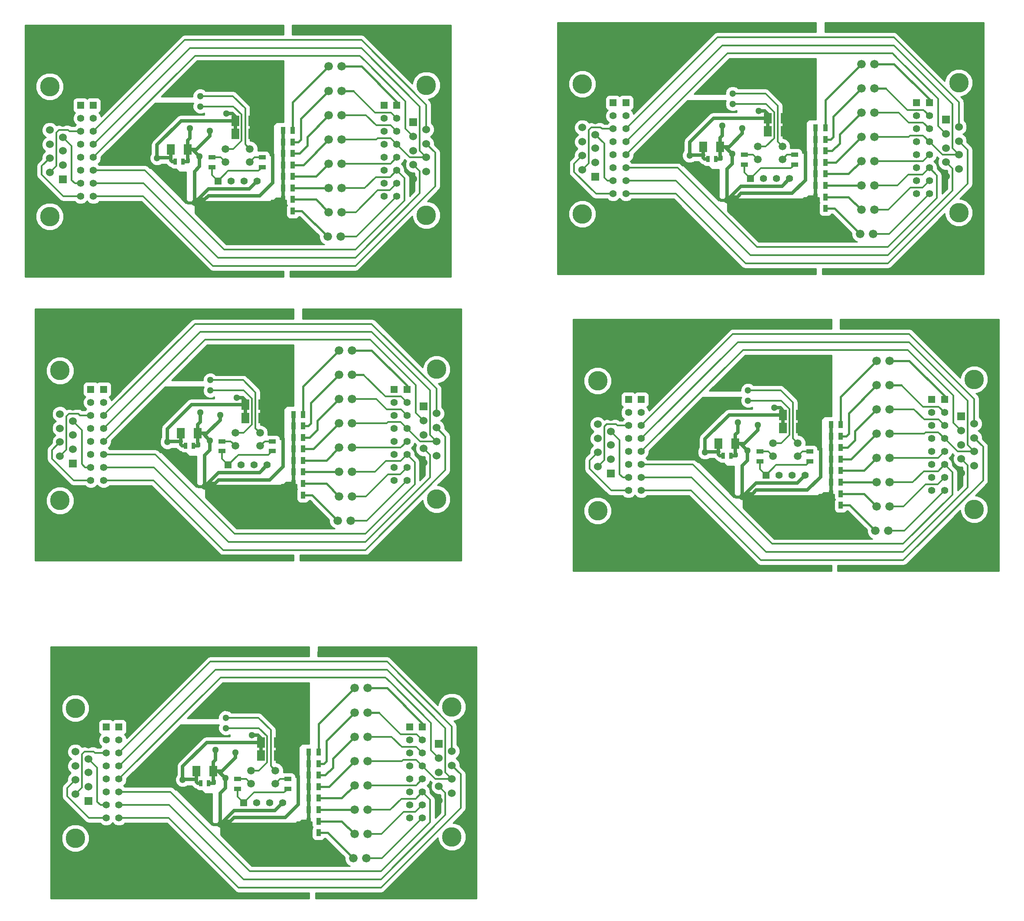
<source format=gtl>
G04 (created by PCBNEW (2013-jul-07)-stable) date śro, 10 cze 2015, 22:39:15*
%MOIN*%
G04 Gerber Fmt 3.4, Leading zero omitted, Abs format*
%FSLAX34Y34*%
G01*
G70*
G90*
G04 APERTURE LIST*
%ADD10C,0.00590551*%
%ADD11C,0.15*%
%ADD12R,0.06X0.06*%
%ADD13C,0.06*%
%ADD14R,0.06X0.08*%
%ADD15R,0.035X0.055*%
%ADD16R,0.055X0.035*%
%ADD17R,0.025X0.045*%
%ADD18C,0.066*%
%ADD19R,0.055X0.055*%
%ADD20C,0.055*%
%ADD21C,0.0590551*%
%ADD22R,0.0590551X0.0590551*%
%ADD23C,0.0511811*%
%ADD24C,0.014*%
%ADD25C,0.018*%
%ADD26C,0.024*%
%ADD27C,0.028*%
%ADD28C,0.01*%
G04 APERTURE END LIST*
G54D10*
G54D11*
X52059Y-22569D03*
X52059Y-12569D03*
G54D12*
X53059Y-19719D03*
G54D13*
X53059Y-18619D03*
X53059Y-17519D03*
X53059Y-16469D03*
X53059Y-15369D03*
X52059Y-15919D03*
X52059Y-17019D03*
X52059Y-18069D03*
X52059Y-19169D03*
G54D11*
X81011Y-12469D03*
X81011Y-22469D03*
G54D12*
X80011Y-15319D03*
G54D13*
X80011Y-16419D03*
X80011Y-17519D03*
X80011Y-18569D03*
X80011Y-19669D03*
X81011Y-19119D03*
X81011Y-18019D03*
X81011Y-16969D03*
X81011Y-15869D03*
G54D14*
X66318Y-15196D03*
X67618Y-15196D03*
X61357Y-17401D03*
X62657Y-17401D03*
G54D15*
X70749Y-20374D03*
X69999Y-20374D03*
X70749Y-15944D03*
X69999Y-15944D03*
X70749Y-19488D03*
X69999Y-19488D03*
X70749Y-22145D03*
X69999Y-22145D03*
X70749Y-18602D03*
X69999Y-18602D03*
X70749Y-21259D03*
X69999Y-21259D03*
X70749Y-17716D03*
X69999Y-17716D03*
X70749Y-16830D03*
X69999Y-16830D03*
G54D16*
X64527Y-18760D03*
X64527Y-18010D03*
X68385Y-18760D03*
X68385Y-18010D03*
G54D17*
X62307Y-18346D03*
X61707Y-18346D03*
G54D18*
X73515Y-20374D03*
X74515Y-20374D03*
X73515Y-18503D03*
X74515Y-18503D03*
X73417Y-24114D03*
X74417Y-24114D03*
X73515Y-16633D03*
X74515Y-16633D03*
X73515Y-22244D03*
X74515Y-22244D03*
X73515Y-14763D03*
X74515Y-14763D03*
X73515Y-12893D03*
X74515Y-12893D03*
X73515Y-11023D03*
X74515Y-11023D03*
G54D19*
X77755Y-14019D03*
G54D20*
X77755Y-15019D03*
X77755Y-16019D03*
X77755Y-17019D03*
X77755Y-18019D03*
X77755Y-19019D03*
X77755Y-20019D03*
X77755Y-21019D03*
G54D19*
X54429Y-14019D03*
G54D20*
X54429Y-15019D03*
X54429Y-16019D03*
X54429Y-17019D03*
X54429Y-18019D03*
X54429Y-19019D03*
X54429Y-20019D03*
X54429Y-21019D03*
G54D19*
X78740Y-14019D03*
G54D20*
X78740Y-15019D03*
X78740Y-16019D03*
X78740Y-17019D03*
X78740Y-18019D03*
X78740Y-19019D03*
X78740Y-20019D03*
X78740Y-21019D03*
G54D19*
X64996Y-19842D03*
G54D20*
X65996Y-19842D03*
X66996Y-19842D03*
X67996Y-19842D03*
G54D19*
X55413Y-14019D03*
G54D20*
X55413Y-15019D03*
X55413Y-16019D03*
X55413Y-17019D03*
X55413Y-18019D03*
X55413Y-19019D03*
X55413Y-20019D03*
X55413Y-21019D03*
G54D14*
X66318Y-16220D03*
X67618Y-16220D03*
G54D21*
X67440Y-18374D03*
X67440Y-17374D03*
X65551Y-18374D03*
X65551Y-17374D03*
G54D22*
X55708Y-12007D03*
X55118Y-23031D03*
X61023Y-8464D03*
X50787Y-15944D03*
X78937Y-24606D03*
X78149Y-9842D03*
G54D11*
X52059Y-22569D03*
X52059Y-12569D03*
G54D12*
X53059Y-19719D03*
G54D13*
X53059Y-18619D03*
X53059Y-17519D03*
X53059Y-16469D03*
X53059Y-15369D03*
X52059Y-15919D03*
X52059Y-17019D03*
X52059Y-18069D03*
X52059Y-19169D03*
G54D11*
X81011Y-12469D03*
X81011Y-22469D03*
G54D12*
X80011Y-15319D03*
G54D13*
X80011Y-16419D03*
X80011Y-17519D03*
X80011Y-18569D03*
X80011Y-19669D03*
X81011Y-19119D03*
X81011Y-18019D03*
X81011Y-16969D03*
X81011Y-15869D03*
G54D14*
X66318Y-15196D03*
X67618Y-15196D03*
X61357Y-17401D03*
X62657Y-17401D03*
G54D15*
X70749Y-20374D03*
X69999Y-20374D03*
X70749Y-15944D03*
X69999Y-15944D03*
X70749Y-19488D03*
X69999Y-19488D03*
X70749Y-22145D03*
X69999Y-22145D03*
X70749Y-18602D03*
X69999Y-18602D03*
X70749Y-21259D03*
X69999Y-21259D03*
X70749Y-17716D03*
X69999Y-17716D03*
X70749Y-16830D03*
X69999Y-16830D03*
G54D16*
X64527Y-18760D03*
X64527Y-18010D03*
X68385Y-18760D03*
X68385Y-18010D03*
G54D17*
X62307Y-18346D03*
X61707Y-18346D03*
G54D18*
X73515Y-20374D03*
X74515Y-20374D03*
X73515Y-18503D03*
X74515Y-18503D03*
X73417Y-24114D03*
X74417Y-24114D03*
X73515Y-16633D03*
X74515Y-16633D03*
X73515Y-22244D03*
X74515Y-22244D03*
X73515Y-14763D03*
X74515Y-14763D03*
X73515Y-12893D03*
X74515Y-12893D03*
X73515Y-11023D03*
X74515Y-11023D03*
G54D19*
X77755Y-14019D03*
G54D20*
X77755Y-15019D03*
X77755Y-16019D03*
X77755Y-17019D03*
X77755Y-18019D03*
X77755Y-19019D03*
X77755Y-20019D03*
X77755Y-21019D03*
G54D19*
X54429Y-14019D03*
G54D20*
X54429Y-15019D03*
X54429Y-16019D03*
X54429Y-17019D03*
X54429Y-18019D03*
X54429Y-19019D03*
X54429Y-20019D03*
X54429Y-21019D03*
G54D19*
X78740Y-14019D03*
G54D20*
X78740Y-15019D03*
X78740Y-16019D03*
X78740Y-17019D03*
X78740Y-18019D03*
X78740Y-19019D03*
X78740Y-20019D03*
X78740Y-21019D03*
G54D19*
X64996Y-19842D03*
G54D20*
X65996Y-19842D03*
X66996Y-19842D03*
X67996Y-19842D03*
G54D19*
X55413Y-14019D03*
G54D20*
X55413Y-15019D03*
X55413Y-16019D03*
X55413Y-17019D03*
X55413Y-18019D03*
X55413Y-19019D03*
X55413Y-20019D03*
X55413Y-21019D03*
G54D14*
X66318Y-16220D03*
X67618Y-16220D03*
G54D21*
X67440Y-18374D03*
X67440Y-17374D03*
X65551Y-18374D03*
X65551Y-17374D03*
G54D22*
X55708Y-12007D03*
X55118Y-23031D03*
X61023Y-8464D03*
X50787Y-15944D03*
X78937Y-24606D03*
X78149Y-9842D03*
G54D11*
X52059Y-22569D03*
X52059Y-12569D03*
G54D12*
X53059Y-19719D03*
G54D13*
X53059Y-18619D03*
X53059Y-17519D03*
X53059Y-16469D03*
X53059Y-15369D03*
X52059Y-15919D03*
X52059Y-17019D03*
X52059Y-18069D03*
X52059Y-19169D03*
G54D11*
X81011Y-12469D03*
X81011Y-22469D03*
G54D12*
X80011Y-15319D03*
G54D13*
X80011Y-16419D03*
X80011Y-17519D03*
X80011Y-18569D03*
X80011Y-19669D03*
X81011Y-19119D03*
X81011Y-18019D03*
X81011Y-16969D03*
X81011Y-15869D03*
G54D14*
X66318Y-15196D03*
X67618Y-15196D03*
X61357Y-17401D03*
X62657Y-17401D03*
G54D15*
X70749Y-20374D03*
X69999Y-20374D03*
X70749Y-15944D03*
X69999Y-15944D03*
X70749Y-19488D03*
X69999Y-19488D03*
X70749Y-22145D03*
X69999Y-22145D03*
X70749Y-18602D03*
X69999Y-18602D03*
X70749Y-21259D03*
X69999Y-21259D03*
X70749Y-17716D03*
X69999Y-17716D03*
X70749Y-16830D03*
X69999Y-16830D03*
G54D16*
X64527Y-18760D03*
X64527Y-18010D03*
X68385Y-18760D03*
X68385Y-18010D03*
G54D17*
X62307Y-18346D03*
X61707Y-18346D03*
G54D18*
X73515Y-20374D03*
X74515Y-20374D03*
X73515Y-18503D03*
X74515Y-18503D03*
X73417Y-24114D03*
X74417Y-24114D03*
X73515Y-16633D03*
X74515Y-16633D03*
X73515Y-22244D03*
X74515Y-22244D03*
X73515Y-14763D03*
X74515Y-14763D03*
X73515Y-12893D03*
X74515Y-12893D03*
X73515Y-11023D03*
X74515Y-11023D03*
G54D19*
X77755Y-14019D03*
G54D20*
X77755Y-15019D03*
X77755Y-16019D03*
X77755Y-17019D03*
X77755Y-18019D03*
X77755Y-19019D03*
X77755Y-20019D03*
X77755Y-21019D03*
G54D19*
X54429Y-14019D03*
G54D20*
X54429Y-15019D03*
X54429Y-16019D03*
X54429Y-17019D03*
X54429Y-18019D03*
X54429Y-19019D03*
X54429Y-20019D03*
X54429Y-21019D03*
G54D19*
X78740Y-14019D03*
G54D20*
X78740Y-15019D03*
X78740Y-16019D03*
X78740Y-17019D03*
X78740Y-18019D03*
X78740Y-19019D03*
X78740Y-20019D03*
X78740Y-21019D03*
G54D19*
X64996Y-19842D03*
G54D20*
X65996Y-19842D03*
X66996Y-19842D03*
X67996Y-19842D03*
G54D19*
X55413Y-14019D03*
G54D20*
X55413Y-15019D03*
X55413Y-16019D03*
X55413Y-17019D03*
X55413Y-18019D03*
X55413Y-19019D03*
X55413Y-20019D03*
X55413Y-21019D03*
G54D14*
X66318Y-16220D03*
X67618Y-16220D03*
G54D21*
X67440Y-18374D03*
X67440Y-17374D03*
X65551Y-18374D03*
X65551Y-17374D03*
G54D22*
X55708Y-12007D03*
X55118Y-23031D03*
X61023Y-8464D03*
X50787Y-15944D03*
X78937Y-24606D03*
X78149Y-9842D03*
G54D11*
X11901Y-44616D03*
X11901Y-34616D03*
G54D12*
X12901Y-41766D03*
G54D13*
X12901Y-40666D03*
X12901Y-39566D03*
X12901Y-38516D03*
X12901Y-37416D03*
X11901Y-37966D03*
X11901Y-39066D03*
X11901Y-40116D03*
X11901Y-41216D03*
G54D11*
X40854Y-34516D03*
X40854Y-44516D03*
G54D12*
X39854Y-37366D03*
G54D13*
X39854Y-38466D03*
X39854Y-39566D03*
X39854Y-40616D03*
X39854Y-41716D03*
X40854Y-41166D03*
X40854Y-40066D03*
X40854Y-39016D03*
X40854Y-37916D03*
G54D14*
X26161Y-37244D03*
X27461Y-37244D03*
X21200Y-39448D03*
X22500Y-39448D03*
G54D15*
X30591Y-42421D03*
X29841Y-42421D03*
X30591Y-37992D03*
X29841Y-37992D03*
X30591Y-41535D03*
X29841Y-41535D03*
X30591Y-44192D03*
X29841Y-44192D03*
X30591Y-40649D03*
X29841Y-40649D03*
X30591Y-43307D03*
X29841Y-43307D03*
X30591Y-39763D03*
X29841Y-39763D03*
X30591Y-38877D03*
X29841Y-38877D03*
G54D16*
X24370Y-40808D03*
X24370Y-40058D03*
X28228Y-40808D03*
X28228Y-40058D03*
G54D17*
X22150Y-40393D03*
X21550Y-40393D03*
G54D18*
X33358Y-42421D03*
X34358Y-42421D03*
X33358Y-40551D03*
X34358Y-40551D03*
X33259Y-46161D03*
X34259Y-46161D03*
X33358Y-38681D03*
X34358Y-38681D03*
X33358Y-44291D03*
X34358Y-44291D03*
X33358Y-36811D03*
X34358Y-36811D03*
X33358Y-34940D03*
X34358Y-34940D03*
X33358Y-33070D03*
X34358Y-33070D03*
G54D19*
X37598Y-36066D03*
G54D20*
X37598Y-37066D03*
X37598Y-38066D03*
X37598Y-39066D03*
X37598Y-40066D03*
X37598Y-41066D03*
X37598Y-42066D03*
X37598Y-43066D03*
G54D19*
X14271Y-36066D03*
G54D20*
X14271Y-37066D03*
X14271Y-38066D03*
X14271Y-39066D03*
X14271Y-40066D03*
X14271Y-41066D03*
X14271Y-42066D03*
X14271Y-43066D03*
G54D19*
X38582Y-36066D03*
G54D20*
X38582Y-37066D03*
X38582Y-38066D03*
X38582Y-39066D03*
X38582Y-40066D03*
X38582Y-41066D03*
X38582Y-42066D03*
X38582Y-43066D03*
G54D19*
X24838Y-41889D03*
G54D20*
X25838Y-41889D03*
X26838Y-41889D03*
X27838Y-41889D03*
G54D19*
X15255Y-36066D03*
G54D20*
X15255Y-37066D03*
X15255Y-38066D03*
X15255Y-39066D03*
X15255Y-40066D03*
X15255Y-41066D03*
X15255Y-42066D03*
X15255Y-43066D03*
G54D14*
X26161Y-38267D03*
X27461Y-38267D03*
G54D21*
X27283Y-40421D03*
X27283Y-39421D03*
X25393Y-40421D03*
X25393Y-39421D03*
G54D22*
X15551Y-34055D03*
X14960Y-45078D03*
X20866Y-30511D03*
X10629Y-37992D03*
X38779Y-46653D03*
X37992Y-31889D03*
G54D11*
X11901Y-44616D03*
X11901Y-34616D03*
G54D12*
X12901Y-41766D03*
G54D13*
X12901Y-40666D03*
X12901Y-39566D03*
X12901Y-38516D03*
X12901Y-37416D03*
X11901Y-37966D03*
X11901Y-39066D03*
X11901Y-40116D03*
X11901Y-41216D03*
G54D11*
X40854Y-34516D03*
X40854Y-44516D03*
G54D12*
X39854Y-37366D03*
G54D13*
X39854Y-38466D03*
X39854Y-39566D03*
X39854Y-40616D03*
X39854Y-41716D03*
X40854Y-41166D03*
X40854Y-40066D03*
X40854Y-39016D03*
X40854Y-37916D03*
G54D14*
X26161Y-37244D03*
X27461Y-37244D03*
X21200Y-39448D03*
X22500Y-39448D03*
G54D15*
X30591Y-42421D03*
X29841Y-42421D03*
X30591Y-37992D03*
X29841Y-37992D03*
X30591Y-41535D03*
X29841Y-41535D03*
X30591Y-44192D03*
X29841Y-44192D03*
X30591Y-40649D03*
X29841Y-40649D03*
X30591Y-43307D03*
X29841Y-43307D03*
X30591Y-39763D03*
X29841Y-39763D03*
X30591Y-38877D03*
X29841Y-38877D03*
G54D16*
X24370Y-40808D03*
X24370Y-40058D03*
X28228Y-40808D03*
X28228Y-40058D03*
G54D17*
X22150Y-40393D03*
X21550Y-40393D03*
G54D18*
X33358Y-42421D03*
X34358Y-42421D03*
X33358Y-40551D03*
X34358Y-40551D03*
X33259Y-46161D03*
X34259Y-46161D03*
X33358Y-38681D03*
X34358Y-38681D03*
X33358Y-44291D03*
X34358Y-44291D03*
X33358Y-36811D03*
X34358Y-36811D03*
X33358Y-34940D03*
X34358Y-34940D03*
X33358Y-33070D03*
X34358Y-33070D03*
G54D19*
X37598Y-36066D03*
G54D20*
X37598Y-37066D03*
X37598Y-38066D03*
X37598Y-39066D03*
X37598Y-40066D03*
X37598Y-41066D03*
X37598Y-42066D03*
X37598Y-43066D03*
G54D19*
X14271Y-36066D03*
G54D20*
X14271Y-37066D03*
X14271Y-38066D03*
X14271Y-39066D03*
X14271Y-40066D03*
X14271Y-41066D03*
X14271Y-42066D03*
X14271Y-43066D03*
G54D19*
X38582Y-36066D03*
G54D20*
X38582Y-37066D03*
X38582Y-38066D03*
X38582Y-39066D03*
X38582Y-40066D03*
X38582Y-41066D03*
X38582Y-42066D03*
X38582Y-43066D03*
G54D19*
X24838Y-41889D03*
G54D20*
X25838Y-41889D03*
X26838Y-41889D03*
X27838Y-41889D03*
G54D19*
X15255Y-36066D03*
G54D20*
X15255Y-37066D03*
X15255Y-38066D03*
X15255Y-39066D03*
X15255Y-40066D03*
X15255Y-41066D03*
X15255Y-42066D03*
X15255Y-43066D03*
G54D14*
X26161Y-38267D03*
X27461Y-38267D03*
G54D21*
X27283Y-40421D03*
X27283Y-39421D03*
X25393Y-40421D03*
X25393Y-39421D03*
G54D22*
X15551Y-34055D03*
X14960Y-45078D03*
X20866Y-30511D03*
X10629Y-37992D03*
X38779Y-46653D03*
X37992Y-31889D03*
G54D11*
X53240Y-45404D03*
X53240Y-35404D03*
G54D12*
X54240Y-42554D03*
G54D13*
X54240Y-41454D03*
X54240Y-40354D03*
X54240Y-39304D03*
X54240Y-38204D03*
X53240Y-38754D03*
X53240Y-39854D03*
X53240Y-40904D03*
X53240Y-42004D03*
G54D11*
X82192Y-35304D03*
X82192Y-45304D03*
G54D12*
X81192Y-38154D03*
G54D13*
X81192Y-39254D03*
X81192Y-40354D03*
X81192Y-41404D03*
X81192Y-42504D03*
X82192Y-41954D03*
X82192Y-40854D03*
X82192Y-39804D03*
X82192Y-38704D03*
G54D14*
X67499Y-38031D03*
X68799Y-38031D03*
X62538Y-40236D03*
X63838Y-40236D03*
G54D15*
X71930Y-43208D03*
X71180Y-43208D03*
X71930Y-38779D03*
X71180Y-38779D03*
X71930Y-42322D03*
X71180Y-42322D03*
X71930Y-44980D03*
X71180Y-44980D03*
X71930Y-41437D03*
X71180Y-41437D03*
X71930Y-44094D03*
X71180Y-44094D03*
X71930Y-40551D03*
X71180Y-40551D03*
X71930Y-39665D03*
X71180Y-39665D03*
G54D16*
X65708Y-41595D03*
X65708Y-40845D03*
X69566Y-41595D03*
X69566Y-40845D03*
G54D17*
X63488Y-41181D03*
X62888Y-41181D03*
G54D18*
X74696Y-43208D03*
X75696Y-43208D03*
X74696Y-41338D03*
X75696Y-41338D03*
X74598Y-46948D03*
X75598Y-46948D03*
X74696Y-39468D03*
X75696Y-39468D03*
X74696Y-45078D03*
X75696Y-45078D03*
X74696Y-37598D03*
X75696Y-37598D03*
X74696Y-35728D03*
X75696Y-35728D03*
X74696Y-33858D03*
X75696Y-33858D03*
G54D19*
X78937Y-36854D03*
G54D20*
X78937Y-37854D03*
X78937Y-38854D03*
X78937Y-39854D03*
X78937Y-40854D03*
X78937Y-41854D03*
X78937Y-42854D03*
X78937Y-43854D03*
G54D19*
X55610Y-36854D03*
G54D20*
X55610Y-37854D03*
X55610Y-38854D03*
X55610Y-39854D03*
X55610Y-40854D03*
X55610Y-41854D03*
X55610Y-42854D03*
X55610Y-43854D03*
G54D19*
X79921Y-36854D03*
G54D20*
X79921Y-37854D03*
X79921Y-38854D03*
X79921Y-39854D03*
X79921Y-40854D03*
X79921Y-41854D03*
X79921Y-42854D03*
X79921Y-43854D03*
G54D19*
X66177Y-42677D03*
G54D20*
X67177Y-42677D03*
X68177Y-42677D03*
X69177Y-42677D03*
G54D19*
X56594Y-36854D03*
G54D20*
X56594Y-37854D03*
X56594Y-38854D03*
X56594Y-39854D03*
X56594Y-40854D03*
X56594Y-41854D03*
X56594Y-42854D03*
X56594Y-43854D03*
G54D14*
X67499Y-39055D03*
X68799Y-39055D03*
G54D21*
X68622Y-41208D03*
X68622Y-40208D03*
X66732Y-41208D03*
X66732Y-40208D03*
G54D22*
X56889Y-34842D03*
X56299Y-45866D03*
X62204Y-31299D03*
X51968Y-38779D03*
X80118Y-47440D03*
X79330Y-32677D03*
G54D11*
X13082Y-70601D03*
X13082Y-60601D03*
G54D12*
X14082Y-67751D03*
G54D13*
X14082Y-66651D03*
X14082Y-65551D03*
X14082Y-64501D03*
X14082Y-63401D03*
X13082Y-63951D03*
X13082Y-65051D03*
X13082Y-66101D03*
X13082Y-67201D03*
G54D11*
X42035Y-60501D03*
X42035Y-70501D03*
G54D12*
X41035Y-63351D03*
G54D13*
X41035Y-64451D03*
X41035Y-65551D03*
X41035Y-66601D03*
X41035Y-67701D03*
X42035Y-67151D03*
X42035Y-66051D03*
X42035Y-65001D03*
X42035Y-63901D03*
G54D14*
X27342Y-63228D03*
X28642Y-63228D03*
X22381Y-65433D03*
X23681Y-65433D03*
G54D15*
X31772Y-68405D03*
X31022Y-68405D03*
X31772Y-63976D03*
X31022Y-63976D03*
X31772Y-67519D03*
X31022Y-67519D03*
X31772Y-70177D03*
X31022Y-70177D03*
X31772Y-66633D03*
X31022Y-66633D03*
X31772Y-69291D03*
X31022Y-69291D03*
X31772Y-65748D03*
X31022Y-65748D03*
X31772Y-64862D03*
X31022Y-64862D03*
G54D16*
X25551Y-66792D03*
X25551Y-66042D03*
X29409Y-66792D03*
X29409Y-66042D03*
G54D17*
X23331Y-66377D03*
X22731Y-66377D03*
G54D18*
X34539Y-68405D03*
X35539Y-68405D03*
X34539Y-66535D03*
X35539Y-66535D03*
X34440Y-72145D03*
X35440Y-72145D03*
X34539Y-64665D03*
X35539Y-64665D03*
X34539Y-70275D03*
X35539Y-70275D03*
X34539Y-62795D03*
X35539Y-62795D03*
X34539Y-60925D03*
X35539Y-60925D03*
X34539Y-59055D03*
X35539Y-59055D03*
G54D19*
X38779Y-62051D03*
G54D20*
X38779Y-63051D03*
X38779Y-64051D03*
X38779Y-65051D03*
X38779Y-66051D03*
X38779Y-67051D03*
X38779Y-68051D03*
X38779Y-69051D03*
G54D19*
X15452Y-62051D03*
G54D20*
X15452Y-63051D03*
X15452Y-64051D03*
X15452Y-65051D03*
X15452Y-66051D03*
X15452Y-67051D03*
X15452Y-68051D03*
X15452Y-69051D03*
G54D19*
X39763Y-62051D03*
G54D20*
X39763Y-63051D03*
X39763Y-64051D03*
X39763Y-65051D03*
X39763Y-66051D03*
X39763Y-67051D03*
X39763Y-68051D03*
X39763Y-69051D03*
G54D19*
X26019Y-67874D03*
G54D20*
X27019Y-67874D03*
X28019Y-67874D03*
X29019Y-67874D03*
G54D19*
X16437Y-62051D03*
G54D20*
X16437Y-63051D03*
X16437Y-64051D03*
X16437Y-65051D03*
X16437Y-66051D03*
X16437Y-67051D03*
X16437Y-68051D03*
X16437Y-69051D03*
G54D14*
X27342Y-64251D03*
X28642Y-64251D03*
G54D21*
X28464Y-66405D03*
X28464Y-65405D03*
X26574Y-66405D03*
X26574Y-65405D03*
G54D22*
X16732Y-60039D03*
X16141Y-71062D03*
X22047Y-56496D03*
X11811Y-63976D03*
X39960Y-72637D03*
X39173Y-57874D03*
G54D11*
X11114Y-22766D03*
X11114Y-12766D03*
G54D12*
X12114Y-19916D03*
G54D13*
X12114Y-18816D03*
X12114Y-17716D03*
X12114Y-16666D03*
X12114Y-15566D03*
X11114Y-16116D03*
X11114Y-17216D03*
X11114Y-18266D03*
X11114Y-19366D03*
G54D11*
X40066Y-12666D03*
X40066Y-22666D03*
G54D12*
X39066Y-15516D03*
G54D13*
X39066Y-16616D03*
X39066Y-17716D03*
X39066Y-18766D03*
X39066Y-19866D03*
X40066Y-19316D03*
X40066Y-18216D03*
X40066Y-17166D03*
X40066Y-16066D03*
G54D14*
X25373Y-15393D03*
X26673Y-15393D03*
X20412Y-17598D03*
X21712Y-17598D03*
G54D15*
X29804Y-20570D03*
X29054Y-20570D03*
X29804Y-16141D03*
X29054Y-16141D03*
X29804Y-19685D03*
X29054Y-19685D03*
X29804Y-22342D03*
X29054Y-22342D03*
X29804Y-18799D03*
X29054Y-18799D03*
X29804Y-21456D03*
X29054Y-21456D03*
X29804Y-17913D03*
X29054Y-17913D03*
X29804Y-17027D03*
X29054Y-17027D03*
G54D16*
X23582Y-18957D03*
X23582Y-18207D03*
X27440Y-18957D03*
X27440Y-18207D03*
G54D17*
X21362Y-18543D03*
X20762Y-18543D03*
G54D18*
X32570Y-20570D03*
X33570Y-20570D03*
X32570Y-18700D03*
X33570Y-18700D03*
X32472Y-24311D03*
X33472Y-24311D03*
X32570Y-16830D03*
X33570Y-16830D03*
X32570Y-22440D03*
X33570Y-22440D03*
X32570Y-14960D03*
X33570Y-14960D03*
X32570Y-13090D03*
X33570Y-13090D03*
X32570Y-11220D03*
X33570Y-11220D03*
G54D19*
X36811Y-14216D03*
G54D20*
X36811Y-15216D03*
X36811Y-16216D03*
X36811Y-17216D03*
X36811Y-18216D03*
X36811Y-19216D03*
X36811Y-20216D03*
X36811Y-21216D03*
G54D19*
X13484Y-14216D03*
G54D20*
X13484Y-15216D03*
X13484Y-16216D03*
X13484Y-17216D03*
X13484Y-18216D03*
X13484Y-19216D03*
X13484Y-20216D03*
X13484Y-21216D03*
G54D19*
X37795Y-14216D03*
G54D20*
X37795Y-15216D03*
X37795Y-16216D03*
X37795Y-17216D03*
X37795Y-18216D03*
X37795Y-19216D03*
X37795Y-20216D03*
X37795Y-21216D03*
G54D19*
X24051Y-20039D03*
G54D20*
X25051Y-20039D03*
X26051Y-20039D03*
X27051Y-20039D03*
G54D19*
X14468Y-14216D03*
G54D20*
X14468Y-15216D03*
X14468Y-16216D03*
X14468Y-17216D03*
X14468Y-18216D03*
X14468Y-19216D03*
X14468Y-20216D03*
X14468Y-21216D03*
G54D14*
X25373Y-16417D03*
X26673Y-16417D03*
G54D21*
X26496Y-18570D03*
X26496Y-17570D03*
X24606Y-18570D03*
X24606Y-17570D03*
G54D22*
X14763Y-12204D03*
X14173Y-23228D03*
X20078Y-8661D03*
X9842Y-16141D03*
X37992Y-24803D03*
X37204Y-10039D03*
G54D23*
X63622Y-13307D03*
X63622Y-13307D03*
X63622Y-13307D03*
X23464Y-35354D03*
X23464Y-35354D03*
X64803Y-36141D03*
X24645Y-61338D03*
X22677Y-13503D03*
X63622Y-14094D03*
X63622Y-14094D03*
X63622Y-14094D03*
X23464Y-36141D03*
X23464Y-36141D03*
X64803Y-36929D03*
X24645Y-62125D03*
X22677Y-14291D03*
X57125Y-18307D03*
X67834Y-14330D03*
X69724Y-13385D03*
X63188Y-21496D03*
X63582Y-17952D03*
X62834Y-15787D03*
X64370Y-15984D03*
X57125Y-18307D03*
X67834Y-14330D03*
X69724Y-13385D03*
X63188Y-21496D03*
X63582Y-17952D03*
X62834Y-15787D03*
X64370Y-15984D03*
X57125Y-18307D03*
X67834Y-14330D03*
X69724Y-13385D03*
X63188Y-21496D03*
X63582Y-17952D03*
X62834Y-15787D03*
X64370Y-15984D03*
X16968Y-40354D03*
X27677Y-36377D03*
X29566Y-35433D03*
X23031Y-43543D03*
X23425Y-40000D03*
X22677Y-37834D03*
X24212Y-38031D03*
X16968Y-40354D03*
X27677Y-36377D03*
X29566Y-35433D03*
X23031Y-43543D03*
X23425Y-40000D03*
X22677Y-37834D03*
X24212Y-38031D03*
X58307Y-41141D03*
X69015Y-37165D03*
X70905Y-36220D03*
X64370Y-44330D03*
X64763Y-40787D03*
X64015Y-38622D03*
X65551Y-38818D03*
X18149Y-66338D03*
X28858Y-62362D03*
X30748Y-61417D03*
X24212Y-69527D03*
X24606Y-65984D03*
X23858Y-63818D03*
X25393Y-64015D03*
X16181Y-18503D03*
X26889Y-14527D03*
X28779Y-13582D03*
X22244Y-21692D03*
X22637Y-18149D03*
X21889Y-15984D03*
X23425Y-16181D03*
X65629Y-14645D03*
X60314Y-18070D03*
X65629Y-14645D03*
X60314Y-18070D03*
X65629Y-14645D03*
X60314Y-18070D03*
X25472Y-36692D03*
X20157Y-40118D03*
X25472Y-36692D03*
X20157Y-40118D03*
X66811Y-37480D03*
X61496Y-40905D03*
X26653Y-62677D03*
X21338Y-66102D03*
X24685Y-14842D03*
X19370Y-18267D03*
G54D24*
X55413Y-17019D02*
X55421Y-17019D01*
X55421Y-17019D02*
X62834Y-9606D01*
X80511Y-14488D02*
X80511Y-17519D01*
X81011Y-18019D02*
X80511Y-17519D01*
X80511Y-14094D02*
X80511Y-14488D01*
X76023Y-9606D02*
X80511Y-14094D01*
X76023Y-9606D02*
X62834Y-9606D01*
X78740Y-17019D02*
X79740Y-18019D01*
X79740Y-18019D02*
X81011Y-18019D01*
X74515Y-16633D02*
X77165Y-16633D01*
X78255Y-16535D02*
X78740Y-17019D01*
X77263Y-16535D02*
X78255Y-16535D01*
X77165Y-16633D02*
X77263Y-16535D01*
X55413Y-17019D02*
X55421Y-17019D01*
X55421Y-17019D02*
X62834Y-9606D01*
X80511Y-14488D02*
X80511Y-17519D01*
X81011Y-18019D02*
X80511Y-17519D01*
X80511Y-14094D02*
X80511Y-14488D01*
X76023Y-9606D02*
X80511Y-14094D01*
X76023Y-9606D02*
X62834Y-9606D01*
X78740Y-17019D02*
X79740Y-18019D01*
X79740Y-18019D02*
X81011Y-18019D01*
X74515Y-16633D02*
X77165Y-16633D01*
X78255Y-16535D02*
X78740Y-17019D01*
X77263Y-16535D02*
X78255Y-16535D01*
X77165Y-16633D02*
X77263Y-16535D01*
X55413Y-17019D02*
X55421Y-17019D01*
X55421Y-17019D02*
X62834Y-9606D01*
X80511Y-14488D02*
X80511Y-17519D01*
X81011Y-18019D02*
X80511Y-17519D01*
X80511Y-14094D02*
X80511Y-14488D01*
X76023Y-9606D02*
X80511Y-14094D01*
X76023Y-9606D02*
X62834Y-9606D01*
X78740Y-17019D02*
X79740Y-18019D01*
X79740Y-18019D02*
X81011Y-18019D01*
X74515Y-16633D02*
X77165Y-16633D01*
X78255Y-16535D02*
X78740Y-17019D01*
X77263Y-16535D02*
X78255Y-16535D01*
X77165Y-16633D02*
X77263Y-16535D01*
X15255Y-39066D02*
X15263Y-39066D01*
X15263Y-39066D02*
X22677Y-31653D01*
X40354Y-36535D02*
X40354Y-39566D01*
X40854Y-40066D02*
X40354Y-39566D01*
X40354Y-36141D02*
X40354Y-36535D01*
X35866Y-31653D02*
X40354Y-36141D01*
X35866Y-31653D02*
X22677Y-31653D01*
X38582Y-39066D02*
X39582Y-40066D01*
X39582Y-40066D02*
X40854Y-40066D01*
X34358Y-38681D02*
X37007Y-38681D01*
X38098Y-38582D02*
X38582Y-39066D01*
X37106Y-38582D02*
X38098Y-38582D01*
X37007Y-38681D02*
X37106Y-38582D01*
X15255Y-39066D02*
X15263Y-39066D01*
X15263Y-39066D02*
X22677Y-31653D01*
X40354Y-36535D02*
X40354Y-39566D01*
X40854Y-40066D02*
X40354Y-39566D01*
X40354Y-36141D02*
X40354Y-36535D01*
X35866Y-31653D02*
X40354Y-36141D01*
X35866Y-31653D02*
X22677Y-31653D01*
X38582Y-39066D02*
X39582Y-40066D01*
X39582Y-40066D02*
X40854Y-40066D01*
X34358Y-38681D02*
X37007Y-38681D01*
X38098Y-38582D02*
X38582Y-39066D01*
X37106Y-38582D02*
X38098Y-38582D01*
X37007Y-38681D02*
X37106Y-38582D01*
X56594Y-39854D02*
X56602Y-39854D01*
X56602Y-39854D02*
X64015Y-32440D01*
X81692Y-37322D02*
X81692Y-40354D01*
X82192Y-40854D02*
X81692Y-40354D01*
X81692Y-36929D02*
X81692Y-37322D01*
X77204Y-32440D02*
X81692Y-36929D01*
X77204Y-32440D02*
X64015Y-32440D01*
X79921Y-39854D02*
X80921Y-40854D01*
X80921Y-40854D02*
X82192Y-40854D01*
X75696Y-39468D02*
X78346Y-39468D01*
X79437Y-39370D02*
X79921Y-39854D01*
X78444Y-39370D02*
X79437Y-39370D01*
X78346Y-39468D02*
X78444Y-39370D01*
X16437Y-65051D02*
X16444Y-65051D01*
X16444Y-65051D02*
X23858Y-57637D01*
X41535Y-62519D02*
X41535Y-65551D01*
X42035Y-66051D02*
X41535Y-65551D01*
X41535Y-62125D02*
X41535Y-62519D01*
X37047Y-57637D02*
X41535Y-62125D01*
X37047Y-57637D02*
X23858Y-57637D01*
X39763Y-65051D02*
X40763Y-66051D01*
X40763Y-66051D02*
X42035Y-66051D01*
X35539Y-64665D02*
X38188Y-64665D01*
X39279Y-64566D02*
X39763Y-65051D01*
X38287Y-64566D02*
X39279Y-64566D01*
X38188Y-64665D02*
X38287Y-64566D01*
X14468Y-17216D02*
X14476Y-17216D01*
X14476Y-17216D02*
X21889Y-9803D01*
X39566Y-14685D02*
X39566Y-17716D01*
X40066Y-18216D02*
X39566Y-17716D01*
X39566Y-14291D02*
X39566Y-14685D01*
X35078Y-9803D02*
X39566Y-14291D01*
X35078Y-9803D02*
X21889Y-9803D01*
X37795Y-17216D02*
X38795Y-18216D01*
X38795Y-18216D02*
X40066Y-18216D01*
X33570Y-16830D02*
X36220Y-16830D01*
X37311Y-16732D02*
X37795Y-17216D01*
X36318Y-16732D02*
X37311Y-16732D01*
X36220Y-16830D02*
X36318Y-16732D01*
G54D25*
X74515Y-12893D02*
X75393Y-12893D01*
G54D24*
X78287Y-14566D02*
X78740Y-15019D01*
X77066Y-14566D02*
X78287Y-14566D01*
X75393Y-12893D02*
X77066Y-14566D01*
G54D25*
X74515Y-12893D02*
X75393Y-12893D01*
G54D24*
X78287Y-14566D02*
X78740Y-15019D01*
X77066Y-14566D02*
X78287Y-14566D01*
X75393Y-12893D02*
X77066Y-14566D01*
G54D25*
X74515Y-12893D02*
X75393Y-12893D01*
G54D24*
X78287Y-14566D02*
X78740Y-15019D01*
X77066Y-14566D02*
X78287Y-14566D01*
X75393Y-12893D02*
X77066Y-14566D01*
G54D25*
X34358Y-34940D02*
X35236Y-34940D01*
G54D24*
X38129Y-36614D02*
X38582Y-37066D01*
X36909Y-36614D02*
X38129Y-36614D01*
X35236Y-34940D02*
X36909Y-36614D01*
G54D25*
X34358Y-34940D02*
X35236Y-34940D01*
G54D24*
X38129Y-36614D02*
X38582Y-37066D01*
X36909Y-36614D02*
X38129Y-36614D01*
X35236Y-34940D02*
X36909Y-36614D01*
G54D25*
X75696Y-35728D02*
X76574Y-35728D01*
G54D24*
X79468Y-37401D02*
X79921Y-37854D01*
X78248Y-37401D02*
X79468Y-37401D01*
X76574Y-35728D02*
X78248Y-37401D01*
G54D25*
X35539Y-60925D02*
X36417Y-60925D01*
G54D24*
X39311Y-62598D02*
X39763Y-63051D01*
X38090Y-62598D02*
X39311Y-62598D01*
X36417Y-60925D02*
X38090Y-62598D01*
G54D25*
X33570Y-13090D02*
X34448Y-13090D01*
G54D24*
X37342Y-14763D02*
X37795Y-15216D01*
X36122Y-14763D02*
X37342Y-14763D01*
X34448Y-13090D02*
X36122Y-14763D01*
X55413Y-16019D02*
X55413Y-16003D01*
X81011Y-13964D02*
X81011Y-15869D01*
X76023Y-8976D02*
X81011Y-13964D01*
X76023Y-8976D02*
X62440Y-8976D01*
X55413Y-16003D02*
X62440Y-8976D01*
X55397Y-16019D02*
X55413Y-16019D01*
X74515Y-14763D02*
X76377Y-14763D01*
X78271Y-15551D02*
X78740Y-16019D01*
X77165Y-15551D02*
X78271Y-15551D01*
X76377Y-14763D02*
X77165Y-15551D01*
X55413Y-16019D02*
X55413Y-16003D01*
X81011Y-13964D02*
X81011Y-15869D01*
X76023Y-8976D02*
X81011Y-13964D01*
X76023Y-8976D02*
X62440Y-8976D01*
X55413Y-16003D02*
X62440Y-8976D01*
X55397Y-16019D02*
X55413Y-16019D01*
X74515Y-14763D02*
X76377Y-14763D01*
X78271Y-15551D02*
X78740Y-16019D01*
X77165Y-15551D02*
X78271Y-15551D01*
X76377Y-14763D02*
X77165Y-15551D01*
X55413Y-16019D02*
X55413Y-16003D01*
X81011Y-13964D02*
X81011Y-15869D01*
X76023Y-8976D02*
X81011Y-13964D01*
X76023Y-8976D02*
X62440Y-8976D01*
X55413Y-16003D02*
X62440Y-8976D01*
X55397Y-16019D02*
X55413Y-16019D01*
X74515Y-14763D02*
X76377Y-14763D01*
X78271Y-15551D02*
X78740Y-16019D01*
X77165Y-15551D02*
X78271Y-15551D01*
X76377Y-14763D02*
X77165Y-15551D01*
X15255Y-38066D02*
X15255Y-38051D01*
X40854Y-36011D02*
X40854Y-37916D01*
X35866Y-31023D02*
X40854Y-36011D01*
X35866Y-31023D02*
X22283Y-31023D01*
X15255Y-38051D02*
X22283Y-31023D01*
X15240Y-38066D02*
X15255Y-38066D01*
X34358Y-36811D02*
X36220Y-36811D01*
X38114Y-37598D02*
X38582Y-38066D01*
X37007Y-37598D02*
X38114Y-37598D01*
X36220Y-36811D02*
X37007Y-37598D01*
X15255Y-38066D02*
X15255Y-38051D01*
X40854Y-36011D02*
X40854Y-37916D01*
X35866Y-31023D02*
X40854Y-36011D01*
X35866Y-31023D02*
X22283Y-31023D01*
X15255Y-38051D02*
X22283Y-31023D01*
X15240Y-38066D02*
X15255Y-38066D01*
X34358Y-36811D02*
X36220Y-36811D01*
X38114Y-37598D02*
X38582Y-38066D01*
X37007Y-37598D02*
X38114Y-37598D01*
X36220Y-36811D02*
X37007Y-37598D01*
X56594Y-38854D02*
X56594Y-38838D01*
X82192Y-36799D02*
X82192Y-38704D01*
X77204Y-31811D02*
X82192Y-36799D01*
X77204Y-31811D02*
X63622Y-31811D01*
X56594Y-38838D02*
X63622Y-31811D01*
X56578Y-38854D02*
X56594Y-38854D01*
X75696Y-37598D02*
X77559Y-37598D01*
X79452Y-38385D02*
X79921Y-38854D01*
X78346Y-38385D02*
X79452Y-38385D01*
X77559Y-37598D02*
X78346Y-38385D01*
X16437Y-64051D02*
X16437Y-64035D01*
X42035Y-61996D02*
X42035Y-63901D01*
X37047Y-57007D02*
X42035Y-61996D01*
X37047Y-57007D02*
X23464Y-57007D01*
X16437Y-64035D02*
X23464Y-57007D01*
X16421Y-64051D02*
X16437Y-64051D01*
X35539Y-62795D02*
X37401Y-62795D01*
X39295Y-63582D02*
X39763Y-64051D01*
X38188Y-63582D02*
X39295Y-63582D01*
X37401Y-62795D02*
X38188Y-63582D01*
X14468Y-16216D02*
X14468Y-16200D01*
X40066Y-14161D02*
X40066Y-16066D01*
X35078Y-9173D02*
X40066Y-14161D01*
X35078Y-9173D02*
X21496Y-9173D01*
X14468Y-16200D02*
X21496Y-9173D01*
X14452Y-16216D02*
X14468Y-16216D01*
X33570Y-14960D02*
X35433Y-14960D01*
X37326Y-15748D02*
X37795Y-16216D01*
X36220Y-15748D02*
X37326Y-15748D01*
X35433Y-14960D02*
X36220Y-15748D01*
X54429Y-16019D02*
X53578Y-16019D01*
X52559Y-18669D02*
X52059Y-19169D01*
X52559Y-16102D02*
X52559Y-18669D01*
X52755Y-15905D02*
X52559Y-16102D01*
X53464Y-15905D02*
X52755Y-15905D01*
X53578Y-16019D02*
X53464Y-15905D01*
X54429Y-16019D02*
X53578Y-16019D01*
X52559Y-18669D02*
X52059Y-19169D01*
X52559Y-16102D02*
X52559Y-18669D01*
X52755Y-15905D02*
X52559Y-16102D01*
X53464Y-15905D02*
X52755Y-15905D01*
X53578Y-16019D02*
X53464Y-15905D01*
X54429Y-16019D02*
X53578Y-16019D01*
X52559Y-18669D02*
X52059Y-19169D01*
X52559Y-16102D02*
X52559Y-18669D01*
X52755Y-15905D02*
X52559Y-16102D01*
X53464Y-15905D02*
X52755Y-15905D01*
X53578Y-16019D02*
X53464Y-15905D01*
X14271Y-38066D02*
X13421Y-38066D01*
X12401Y-40716D02*
X11901Y-41216D01*
X12401Y-38149D02*
X12401Y-40716D01*
X12598Y-37952D02*
X12401Y-38149D01*
X13307Y-37952D02*
X12598Y-37952D01*
X13421Y-38066D02*
X13307Y-37952D01*
X14271Y-38066D02*
X13421Y-38066D01*
X12401Y-40716D02*
X11901Y-41216D01*
X12401Y-38149D02*
X12401Y-40716D01*
X12598Y-37952D02*
X12401Y-38149D01*
X13307Y-37952D02*
X12598Y-37952D01*
X13421Y-38066D02*
X13307Y-37952D01*
X55610Y-38854D02*
X54759Y-38854D01*
X53740Y-41504D02*
X53240Y-42004D01*
X53740Y-38937D02*
X53740Y-41504D01*
X53937Y-38740D02*
X53740Y-38937D01*
X54645Y-38740D02*
X53937Y-38740D01*
X54759Y-38854D02*
X54645Y-38740D01*
X15452Y-64051D02*
X14602Y-64051D01*
X13582Y-66701D02*
X13082Y-67201D01*
X13582Y-64133D02*
X13582Y-66701D01*
X13779Y-63937D02*
X13582Y-64133D01*
X14488Y-63937D02*
X13779Y-63937D01*
X14602Y-64051D02*
X14488Y-63937D01*
X13484Y-16216D02*
X12633Y-16216D01*
X11614Y-18866D02*
X11114Y-19366D01*
X11614Y-16299D02*
X11614Y-18866D01*
X11811Y-16102D02*
X11614Y-16299D01*
X12519Y-16102D02*
X11811Y-16102D01*
X12633Y-16216D02*
X12519Y-16102D01*
X75551Y-25748D02*
X80511Y-20787D01*
X59271Y-20019D02*
X65000Y-25748D01*
X65000Y-25748D02*
X75551Y-25748D01*
X80511Y-20787D02*
X80511Y-19069D01*
X80011Y-18569D02*
X80511Y-19069D01*
X59271Y-20019D02*
X55413Y-20019D01*
X74515Y-22244D02*
X75590Y-22244D01*
X78208Y-20551D02*
X78740Y-20019D01*
X77283Y-20551D02*
X78208Y-20551D01*
X75590Y-22244D02*
X77283Y-20551D01*
X75551Y-25748D02*
X80511Y-20787D01*
X59271Y-20019D02*
X65000Y-25748D01*
X65000Y-25748D02*
X75551Y-25748D01*
X80511Y-20787D02*
X80511Y-19069D01*
X80011Y-18569D02*
X80511Y-19069D01*
X59271Y-20019D02*
X55413Y-20019D01*
X74515Y-22244D02*
X75590Y-22244D01*
X78208Y-20551D02*
X78740Y-20019D01*
X77283Y-20551D02*
X78208Y-20551D01*
X75590Y-22244D02*
X77283Y-20551D01*
X75551Y-25748D02*
X80511Y-20787D01*
X59271Y-20019D02*
X65000Y-25748D01*
X65000Y-25748D02*
X75551Y-25748D01*
X80511Y-20787D02*
X80511Y-19069D01*
X80011Y-18569D02*
X80511Y-19069D01*
X59271Y-20019D02*
X55413Y-20019D01*
X74515Y-22244D02*
X75590Y-22244D01*
X78208Y-20551D02*
X78740Y-20019D01*
X77283Y-20551D02*
X78208Y-20551D01*
X75590Y-22244D02*
X77283Y-20551D01*
X35393Y-47795D02*
X40354Y-42834D01*
X19114Y-42066D02*
X24842Y-47795D01*
X24842Y-47795D02*
X35393Y-47795D01*
X40354Y-42834D02*
X40354Y-41116D01*
X39854Y-40616D02*
X40354Y-41116D01*
X19114Y-42066D02*
X15255Y-42066D01*
X34358Y-44291D02*
X35433Y-44291D01*
X38051Y-42598D02*
X38582Y-42066D01*
X37125Y-42598D02*
X38051Y-42598D01*
X35433Y-44291D02*
X37125Y-42598D01*
X35393Y-47795D02*
X40354Y-42834D01*
X19114Y-42066D02*
X24842Y-47795D01*
X24842Y-47795D02*
X35393Y-47795D01*
X40354Y-42834D02*
X40354Y-41116D01*
X39854Y-40616D02*
X40354Y-41116D01*
X19114Y-42066D02*
X15255Y-42066D01*
X34358Y-44291D02*
X35433Y-44291D01*
X38051Y-42598D02*
X38582Y-42066D01*
X37125Y-42598D02*
X38051Y-42598D01*
X35433Y-44291D02*
X37125Y-42598D01*
X76732Y-48582D02*
X81692Y-43622D01*
X60452Y-42854D02*
X66181Y-48582D01*
X66181Y-48582D02*
X76732Y-48582D01*
X81692Y-43622D02*
X81692Y-41904D01*
X81192Y-41404D02*
X81692Y-41904D01*
X60452Y-42854D02*
X56594Y-42854D01*
X75696Y-45078D02*
X76771Y-45078D01*
X79389Y-43385D02*
X79921Y-42854D01*
X78464Y-43385D02*
X79389Y-43385D01*
X76771Y-45078D02*
X78464Y-43385D01*
X36574Y-73779D02*
X41535Y-68818D01*
X20295Y-68051D02*
X26023Y-73779D01*
X26023Y-73779D02*
X36574Y-73779D01*
X41535Y-68818D02*
X41535Y-67101D01*
X41035Y-66601D02*
X41535Y-67101D01*
X20295Y-68051D02*
X16437Y-68051D01*
X35539Y-70275D02*
X36614Y-70275D01*
X39232Y-68582D02*
X39763Y-68051D01*
X38307Y-68582D02*
X39232Y-68582D01*
X36614Y-70275D02*
X38307Y-68582D01*
X34606Y-25944D02*
X39566Y-20984D01*
X18326Y-20216D02*
X24055Y-25944D01*
X24055Y-25944D02*
X34606Y-25944D01*
X39566Y-20984D02*
X39566Y-19266D01*
X39066Y-18766D02*
X39566Y-19266D01*
X18326Y-20216D02*
X14468Y-20216D01*
X33570Y-22440D02*
X34645Y-22440D01*
X37263Y-20748D02*
X37795Y-20216D01*
X36338Y-20748D02*
X37263Y-20748D01*
X34645Y-22440D02*
X36338Y-20748D01*
X54429Y-20019D02*
X53996Y-20019D01*
X53740Y-17150D02*
X53059Y-16469D01*
X53740Y-19763D02*
X53740Y-17150D01*
X53996Y-20019D02*
X53740Y-19763D01*
X54429Y-20019D02*
X53996Y-20019D01*
X53740Y-17150D02*
X53059Y-16469D01*
X53740Y-19763D02*
X53740Y-17150D01*
X53996Y-20019D02*
X53740Y-19763D01*
X54429Y-20019D02*
X53996Y-20019D01*
X53740Y-17150D02*
X53059Y-16469D01*
X53740Y-19763D02*
X53740Y-17150D01*
X53996Y-20019D02*
X53740Y-19763D01*
X14271Y-42066D02*
X13838Y-42066D01*
X13582Y-39198D02*
X12901Y-38516D01*
X13582Y-41811D02*
X13582Y-39198D01*
X13838Y-42066D02*
X13582Y-41811D01*
X14271Y-42066D02*
X13838Y-42066D01*
X13582Y-39198D02*
X12901Y-38516D01*
X13582Y-41811D02*
X13582Y-39198D01*
X13838Y-42066D02*
X13582Y-41811D01*
X55610Y-42854D02*
X55177Y-42854D01*
X54921Y-39985D02*
X54240Y-39304D01*
X54921Y-42598D02*
X54921Y-39985D01*
X55177Y-42854D02*
X54921Y-42598D01*
X15452Y-68051D02*
X15019Y-68051D01*
X14763Y-65182D02*
X14082Y-64501D01*
X14763Y-67795D02*
X14763Y-65182D01*
X15019Y-68051D02*
X14763Y-67795D01*
X13484Y-20216D02*
X13051Y-20216D01*
X12795Y-17347D02*
X12114Y-16666D01*
X12795Y-19960D02*
X12795Y-17347D01*
X13051Y-20216D02*
X12795Y-19960D01*
G54D25*
X74515Y-11023D02*
X76023Y-11023D01*
X78740Y-13740D02*
X78740Y-14019D01*
X76023Y-11023D02*
X78740Y-13740D01*
X74515Y-11023D02*
X76023Y-11023D01*
X78740Y-13740D02*
X78740Y-14019D01*
X76023Y-11023D02*
X78740Y-13740D01*
X74515Y-11023D02*
X76023Y-11023D01*
X78740Y-13740D02*
X78740Y-14019D01*
X76023Y-11023D02*
X78740Y-13740D01*
X34358Y-33070D02*
X35866Y-33070D01*
X38582Y-35787D02*
X38582Y-36066D01*
X35866Y-33070D02*
X38582Y-35787D01*
X34358Y-33070D02*
X35866Y-33070D01*
X38582Y-35787D02*
X38582Y-36066D01*
X35866Y-33070D02*
X38582Y-35787D01*
X75696Y-33858D02*
X77204Y-33858D01*
X79921Y-36574D02*
X79921Y-36854D01*
X77204Y-33858D02*
X79921Y-36574D01*
X35539Y-59055D02*
X37047Y-59055D01*
X39763Y-61771D02*
X39763Y-62051D01*
X37047Y-59055D02*
X39763Y-61771D01*
X33570Y-11220D02*
X35078Y-11220D01*
X37795Y-13937D02*
X37795Y-14216D01*
X35078Y-11220D02*
X37795Y-13937D01*
G54D24*
X55413Y-21019D02*
X59248Y-21019D01*
X81692Y-17650D02*
X81011Y-16969D01*
X81692Y-20236D02*
X81692Y-17650D01*
X75551Y-26377D02*
X81692Y-20236D01*
X64606Y-26377D02*
X75551Y-26377D01*
X59248Y-21019D02*
X64606Y-26377D01*
X74417Y-24114D02*
X75645Y-24114D01*
X75645Y-24114D02*
X78740Y-21019D01*
X55413Y-21019D02*
X59248Y-21019D01*
X81692Y-17650D02*
X81011Y-16969D01*
X81692Y-20236D02*
X81692Y-17650D01*
X75551Y-26377D02*
X81692Y-20236D01*
X64606Y-26377D02*
X75551Y-26377D01*
X59248Y-21019D02*
X64606Y-26377D01*
X74417Y-24114D02*
X75645Y-24114D01*
X75645Y-24114D02*
X78740Y-21019D01*
X55413Y-21019D02*
X59248Y-21019D01*
X81692Y-17650D02*
X81011Y-16969D01*
X81692Y-20236D02*
X81692Y-17650D01*
X75551Y-26377D02*
X81692Y-20236D01*
X64606Y-26377D02*
X75551Y-26377D01*
X59248Y-21019D02*
X64606Y-26377D01*
X74417Y-24114D02*
X75645Y-24114D01*
X75645Y-24114D02*
X78740Y-21019D01*
X15255Y-43066D02*
X19090Y-43066D01*
X41535Y-39698D02*
X40854Y-39016D01*
X41535Y-42283D02*
X41535Y-39698D01*
X35393Y-48425D02*
X41535Y-42283D01*
X24448Y-48425D02*
X35393Y-48425D01*
X19090Y-43066D02*
X24448Y-48425D01*
X34259Y-46161D02*
X35488Y-46161D01*
X35488Y-46161D02*
X38582Y-43066D01*
X15255Y-43066D02*
X19090Y-43066D01*
X41535Y-39698D02*
X40854Y-39016D01*
X41535Y-42283D02*
X41535Y-39698D01*
X35393Y-48425D02*
X41535Y-42283D01*
X24448Y-48425D02*
X35393Y-48425D01*
X19090Y-43066D02*
X24448Y-48425D01*
X34259Y-46161D02*
X35488Y-46161D01*
X35488Y-46161D02*
X38582Y-43066D01*
X56594Y-43854D02*
X60429Y-43854D01*
X82874Y-40485D02*
X82192Y-39804D01*
X82874Y-43070D02*
X82874Y-40485D01*
X76732Y-49212D02*
X82874Y-43070D01*
X65787Y-49212D02*
X76732Y-49212D01*
X60429Y-43854D02*
X65787Y-49212D01*
X75598Y-46948D02*
X76826Y-46948D01*
X76826Y-46948D02*
X79921Y-43854D01*
X16437Y-69051D02*
X20271Y-69051D01*
X42716Y-65682D02*
X42035Y-65001D01*
X42716Y-68267D02*
X42716Y-65682D01*
X36574Y-74409D02*
X42716Y-68267D01*
X25629Y-74409D02*
X36574Y-74409D01*
X20271Y-69051D02*
X25629Y-74409D01*
X35440Y-72145D02*
X36669Y-72145D01*
X36669Y-72145D02*
X39763Y-69051D01*
X14468Y-21216D02*
X18303Y-21216D01*
X40748Y-17847D02*
X40066Y-17166D01*
X40748Y-20433D02*
X40748Y-17847D01*
X34606Y-26574D02*
X40748Y-20433D01*
X23661Y-26574D02*
X34606Y-26574D01*
X18303Y-21216D02*
X23661Y-26574D01*
X33472Y-24311D02*
X34700Y-24311D01*
X34700Y-24311D02*
X37795Y-21216D01*
X52059Y-18069D02*
X51437Y-18691D01*
X53106Y-21019D02*
X54429Y-21019D01*
X51437Y-19350D02*
X53106Y-21019D01*
X51437Y-18691D02*
X51437Y-19350D01*
X52059Y-18069D02*
X51437Y-18691D01*
X53106Y-21019D02*
X54429Y-21019D01*
X51437Y-19350D02*
X53106Y-21019D01*
X51437Y-18691D02*
X51437Y-19350D01*
X52059Y-18069D02*
X51437Y-18691D01*
X53106Y-21019D02*
X54429Y-21019D01*
X51437Y-19350D02*
X53106Y-21019D01*
X51437Y-18691D02*
X51437Y-19350D01*
X11901Y-40116D02*
X11279Y-40738D01*
X12948Y-43066D02*
X14271Y-43066D01*
X11279Y-41397D02*
X12948Y-43066D01*
X11279Y-40738D02*
X11279Y-41397D01*
X11901Y-40116D02*
X11279Y-40738D01*
X12948Y-43066D02*
X14271Y-43066D01*
X11279Y-41397D02*
X12948Y-43066D01*
X11279Y-40738D02*
X11279Y-41397D01*
X53240Y-40904D02*
X52618Y-41526D01*
X54287Y-43854D02*
X55610Y-43854D01*
X52618Y-42185D02*
X54287Y-43854D01*
X52618Y-41526D02*
X52618Y-42185D01*
X13082Y-66101D02*
X12460Y-66723D01*
X14129Y-69051D02*
X15452Y-69051D01*
X12460Y-67381D02*
X14129Y-69051D01*
X12460Y-66723D02*
X12460Y-67381D01*
X11114Y-18266D02*
X10492Y-18888D01*
X12161Y-21216D02*
X13484Y-21216D01*
X10492Y-19547D02*
X12161Y-21216D01*
X10492Y-18888D02*
X10492Y-19547D01*
X63622Y-13307D02*
X66141Y-13307D01*
X67086Y-17019D02*
X67440Y-17374D01*
X67086Y-14251D02*
X67086Y-17019D01*
X66141Y-13307D02*
X67086Y-14251D01*
X63622Y-13307D02*
X66141Y-13307D01*
X67086Y-17019D02*
X67440Y-17374D01*
X67086Y-14251D02*
X67086Y-17019D01*
X66141Y-13307D02*
X67086Y-14251D01*
X63622Y-13307D02*
X66141Y-13307D01*
X67086Y-17019D02*
X67440Y-17374D01*
X67086Y-14251D02*
X67086Y-17019D01*
X66141Y-13307D02*
X67086Y-14251D01*
X23464Y-35354D02*
X25984Y-35354D01*
X26929Y-39066D02*
X27283Y-39421D01*
X26929Y-36299D02*
X26929Y-39066D01*
X25984Y-35354D02*
X26929Y-36299D01*
X23464Y-35354D02*
X25984Y-35354D01*
X26929Y-39066D02*
X27283Y-39421D01*
X26929Y-36299D02*
X26929Y-39066D01*
X25984Y-35354D02*
X26929Y-36299D01*
X64803Y-36141D02*
X67322Y-36141D01*
X68267Y-39854D02*
X68622Y-40208D01*
X68267Y-37086D02*
X68267Y-39854D01*
X67322Y-36141D02*
X68267Y-37086D01*
X24645Y-61338D02*
X27165Y-61338D01*
X28110Y-65051D02*
X28464Y-65405D01*
X28110Y-62283D02*
X28110Y-65051D01*
X27165Y-61338D02*
X28110Y-62283D01*
X22677Y-13503D02*
X25196Y-13503D01*
X26141Y-17216D02*
X26496Y-17570D01*
X26141Y-14448D02*
X26141Y-17216D01*
X25196Y-13503D02*
X26141Y-14448D01*
X55413Y-18019D02*
X55413Y-18011D01*
X79409Y-13700D02*
X79409Y-15817D01*
X76299Y-10590D02*
X79409Y-13700D01*
X79409Y-15817D02*
X80011Y-16419D01*
X75905Y-10196D02*
X76299Y-10590D01*
X75905Y-10196D02*
X63228Y-10196D01*
X55413Y-18011D02*
X63228Y-10196D01*
X55405Y-18019D02*
X55413Y-18019D01*
X74515Y-18503D02*
X78255Y-18503D01*
X78255Y-18503D02*
X78740Y-18019D01*
X55413Y-18019D02*
X55413Y-18011D01*
X79409Y-13700D02*
X79409Y-15817D01*
X76299Y-10590D02*
X79409Y-13700D01*
X79409Y-15817D02*
X80011Y-16419D01*
X75905Y-10196D02*
X76299Y-10590D01*
X75905Y-10196D02*
X63228Y-10196D01*
X55413Y-18011D02*
X63228Y-10196D01*
X55405Y-18019D02*
X55413Y-18019D01*
X74515Y-18503D02*
X78255Y-18503D01*
X78255Y-18503D02*
X78740Y-18019D01*
X55413Y-18019D02*
X55413Y-18011D01*
X79409Y-13700D02*
X79409Y-15817D01*
X76299Y-10590D02*
X79409Y-13700D01*
X79409Y-15817D02*
X80011Y-16419D01*
X75905Y-10196D02*
X76299Y-10590D01*
X75905Y-10196D02*
X63228Y-10196D01*
X55413Y-18011D02*
X63228Y-10196D01*
X55405Y-18019D02*
X55413Y-18019D01*
X74515Y-18503D02*
X78255Y-18503D01*
X78255Y-18503D02*
X78740Y-18019D01*
X15255Y-40066D02*
X15255Y-40059D01*
X39251Y-35748D02*
X39251Y-37864D01*
X36141Y-32637D02*
X39251Y-35748D01*
X39251Y-37864D02*
X39854Y-38466D01*
X35748Y-32244D02*
X36141Y-32637D01*
X35748Y-32244D02*
X23070Y-32244D01*
X15255Y-40059D02*
X23070Y-32244D01*
X15248Y-40066D02*
X15255Y-40066D01*
X34358Y-40551D02*
X38098Y-40551D01*
X38098Y-40551D02*
X38582Y-40066D01*
X15255Y-40066D02*
X15255Y-40059D01*
X39251Y-35748D02*
X39251Y-37864D01*
X36141Y-32637D02*
X39251Y-35748D01*
X39251Y-37864D02*
X39854Y-38466D01*
X35748Y-32244D02*
X36141Y-32637D01*
X35748Y-32244D02*
X23070Y-32244D01*
X15255Y-40059D02*
X23070Y-32244D01*
X15248Y-40066D02*
X15255Y-40066D01*
X34358Y-40551D02*
X38098Y-40551D01*
X38098Y-40551D02*
X38582Y-40066D01*
X56594Y-40854D02*
X56594Y-40846D01*
X80590Y-36535D02*
X80590Y-38651D01*
X77480Y-33425D02*
X80590Y-36535D01*
X80590Y-38651D02*
X81192Y-39254D01*
X77086Y-33031D02*
X77480Y-33425D01*
X77086Y-33031D02*
X64409Y-33031D01*
X56594Y-40846D02*
X64409Y-33031D01*
X56586Y-40854D02*
X56594Y-40854D01*
X75696Y-41338D02*
X79437Y-41338D01*
X79437Y-41338D02*
X79921Y-40854D01*
X16437Y-66051D02*
X16437Y-66043D01*
X40433Y-61732D02*
X40433Y-63848D01*
X37322Y-58622D02*
X40433Y-61732D01*
X40433Y-63848D02*
X41035Y-64451D01*
X36929Y-58228D02*
X37322Y-58622D01*
X36929Y-58228D02*
X24251Y-58228D01*
X16437Y-66043D02*
X24251Y-58228D01*
X16429Y-66051D02*
X16437Y-66051D01*
X35539Y-66535D02*
X39279Y-66535D01*
X39279Y-66535D02*
X39763Y-66051D01*
X14468Y-18216D02*
X14468Y-18208D01*
X38464Y-13897D02*
X38464Y-16014D01*
X35354Y-10787D02*
X38464Y-13897D01*
X38464Y-16014D02*
X39066Y-16616D01*
X34960Y-10393D02*
X35354Y-10787D01*
X34960Y-10393D02*
X22283Y-10393D01*
X14468Y-18208D02*
X22283Y-10393D01*
X14460Y-18216D02*
X14468Y-18216D01*
X33570Y-18700D02*
X37311Y-18700D01*
X37311Y-18700D02*
X37795Y-18216D01*
X63622Y-14094D02*
X66181Y-14094D01*
X66169Y-17374D02*
X65551Y-17374D01*
X66811Y-16732D02*
X66169Y-17374D01*
X66811Y-14724D02*
X66811Y-16732D01*
X66181Y-14094D02*
X66811Y-14724D01*
X63622Y-14094D02*
X66181Y-14094D01*
X66169Y-17374D02*
X65551Y-17374D01*
X66811Y-16732D02*
X66169Y-17374D01*
X66811Y-14724D02*
X66811Y-16732D01*
X66181Y-14094D02*
X66811Y-14724D01*
X63622Y-14094D02*
X66181Y-14094D01*
X66169Y-17374D02*
X65551Y-17374D01*
X66811Y-16732D02*
X66169Y-17374D01*
X66811Y-14724D02*
X66811Y-16732D01*
X66181Y-14094D02*
X66811Y-14724D01*
X23464Y-36141D02*
X26023Y-36141D01*
X26011Y-39421D02*
X25393Y-39421D01*
X26653Y-38779D02*
X26011Y-39421D01*
X26653Y-36771D02*
X26653Y-38779D01*
X26023Y-36141D02*
X26653Y-36771D01*
X23464Y-36141D02*
X26023Y-36141D01*
X26011Y-39421D02*
X25393Y-39421D01*
X26653Y-38779D02*
X26011Y-39421D01*
X26653Y-36771D02*
X26653Y-38779D01*
X26023Y-36141D02*
X26653Y-36771D01*
X64803Y-36929D02*
X67362Y-36929D01*
X67350Y-40208D02*
X66732Y-40208D01*
X67992Y-39566D02*
X67350Y-40208D01*
X67992Y-37559D02*
X67992Y-39566D01*
X67362Y-36929D02*
X67992Y-37559D01*
X24645Y-62125D02*
X27204Y-62125D01*
X27192Y-65405D02*
X26574Y-65405D01*
X27834Y-64763D02*
X27192Y-65405D01*
X27834Y-62755D02*
X27834Y-64763D01*
X27204Y-62125D02*
X27834Y-62755D01*
X22677Y-14291D02*
X25236Y-14291D01*
X25224Y-17570D02*
X24606Y-17570D01*
X25866Y-16929D02*
X25224Y-17570D01*
X25866Y-14921D02*
X25866Y-16929D01*
X25236Y-14291D02*
X25866Y-14921D01*
X65472Y-25118D02*
X75551Y-25118D01*
X59374Y-19019D02*
X65472Y-25118D01*
X75551Y-25118D02*
X79330Y-21338D01*
X79330Y-21338D02*
X79330Y-19610D01*
X78740Y-19019D02*
X79330Y-19610D01*
X59374Y-19019D02*
X55413Y-19019D01*
X74515Y-20374D02*
X76279Y-20374D01*
X78232Y-19527D02*
X78740Y-19019D01*
X77125Y-19527D02*
X78232Y-19527D01*
X76279Y-20374D02*
X77125Y-19527D01*
X65472Y-25118D02*
X75551Y-25118D01*
X59374Y-19019D02*
X65472Y-25118D01*
X75551Y-25118D02*
X79330Y-21338D01*
X79330Y-21338D02*
X79330Y-19610D01*
X78740Y-19019D02*
X79330Y-19610D01*
X59374Y-19019D02*
X55413Y-19019D01*
X74515Y-20374D02*
X76279Y-20374D01*
X78232Y-19527D02*
X78740Y-19019D01*
X77125Y-19527D02*
X78232Y-19527D01*
X76279Y-20374D02*
X77125Y-19527D01*
X65472Y-25118D02*
X75551Y-25118D01*
X59374Y-19019D02*
X65472Y-25118D01*
X75551Y-25118D02*
X79330Y-21338D01*
X79330Y-21338D02*
X79330Y-19610D01*
X78740Y-19019D02*
X79330Y-19610D01*
X59374Y-19019D02*
X55413Y-19019D01*
X74515Y-20374D02*
X76279Y-20374D01*
X78232Y-19527D02*
X78740Y-19019D01*
X77125Y-19527D02*
X78232Y-19527D01*
X76279Y-20374D02*
X77125Y-19527D01*
X25314Y-47165D02*
X35393Y-47165D01*
X19216Y-41066D02*
X25314Y-47165D01*
X35393Y-47165D02*
X39173Y-43385D01*
X39173Y-43385D02*
X39173Y-41657D01*
X38582Y-41066D02*
X39173Y-41657D01*
X19216Y-41066D02*
X15255Y-41066D01*
X34358Y-42421D02*
X36122Y-42421D01*
X38074Y-41574D02*
X38582Y-41066D01*
X36968Y-41574D02*
X38074Y-41574D01*
X36122Y-42421D02*
X36968Y-41574D01*
X25314Y-47165D02*
X35393Y-47165D01*
X19216Y-41066D02*
X25314Y-47165D01*
X35393Y-47165D02*
X39173Y-43385D01*
X39173Y-43385D02*
X39173Y-41657D01*
X38582Y-41066D02*
X39173Y-41657D01*
X19216Y-41066D02*
X15255Y-41066D01*
X34358Y-42421D02*
X36122Y-42421D01*
X38074Y-41574D02*
X38582Y-41066D01*
X36968Y-41574D02*
X38074Y-41574D01*
X36122Y-42421D02*
X36968Y-41574D01*
X66653Y-47952D02*
X76732Y-47952D01*
X60555Y-41854D02*
X66653Y-47952D01*
X76732Y-47952D02*
X80511Y-44173D01*
X80511Y-44173D02*
X80511Y-42444D01*
X79921Y-41854D02*
X80511Y-42444D01*
X60555Y-41854D02*
X56594Y-41854D01*
X75696Y-43208D02*
X77460Y-43208D01*
X79413Y-42362D02*
X79921Y-41854D01*
X78307Y-42362D02*
X79413Y-42362D01*
X77460Y-43208D02*
X78307Y-42362D01*
X26496Y-73149D02*
X36574Y-73149D01*
X20397Y-67051D02*
X26496Y-73149D01*
X36574Y-73149D02*
X40354Y-69370D01*
X40354Y-69370D02*
X40354Y-67641D01*
X39763Y-67051D02*
X40354Y-67641D01*
X20397Y-67051D02*
X16437Y-67051D01*
X35539Y-68405D02*
X37303Y-68405D01*
X39255Y-67559D02*
X39763Y-67051D01*
X38149Y-67559D02*
X39255Y-67559D01*
X37303Y-68405D02*
X38149Y-67559D01*
X24527Y-25314D02*
X34606Y-25314D01*
X18429Y-19216D02*
X24527Y-25314D01*
X34606Y-25314D02*
X38385Y-21535D01*
X38385Y-21535D02*
X38385Y-19807D01*
X37795Y-19216D02*
X38385Y-19807D01*
X18429Y-19216D02*
X14468Y-19216D01*
X33570Y-20570D02*
X35334Y-20570D01*
X37287Y-19724D02*
X37795Y-19216D01*
X36181Y-19724D02*
X37287Y-19724D01*
X35334Y-20570D02*
X36181Y-19724D01*
G54D26*
X63188Y-21496D02*
X62677Y-21496D01*
X59488Y-18307D02*
X57125Y-18307D01*
X62677Y-21496D02*
X59488Y-18307D01*
G54D27*
X67618Y-16220D02*
X69212Y-17814D01*
X63425Y-21259D02*
X63188Y-21496D01*
X63976Y-21259D02*
X63425Y-21259D01*
X64251Y-20984D02*
X63976Y-21259D01*
X68188Y-20984D02*
X64251Y-20984D01*
X69212Y-19960D02*
X68188Y-20984D01*
X69212Y-17814D02*
X69212Y-19960D01*
X67618Y-15196D02*
X67618Y-16220D01*
X67996Y-19842D02*
X67405Y-20433D01*
X67405Y-20433D02*
X64251Y-20433D01*
X64251Y-20433D02*
X63188Y-21496D01*
X63503Y-21496D02*
X63188Y-21496D01*
X63188Y-21496D02*
X63188Y-19094D01*
X63188Y-19094D02*
X63582Y-18700D01*
X63582Y-18700D02*
X63582Y-17952D01*
X67996Y-21496D02*
X68031Y-21496D01*
X63188Y-21496D02*
X68031Y-21496D01*
X68031Y-21496D02*
X69251Y-21496D01*
X69488Y-21259D02*
X69999Y-21259D01*
X69251Y-21496D02*
X69488Y-21259D01*
X69999Y-19488D02*
X69999Y-20374D01*
X69999Y-20374D02*
X69999Y-21259D01*
X69999Y-21259D02*
X69999Y-22145D01*
X69999Y-18602D02*
X69999Y-19488D01*
X69999Y-17716D02*
X69999Y-18602D01*
X69999Y-16830D02*
X69999Y-17716D01*
X69999Y-15944D02*
X69999Y-16830D01*
X67618Y-15196D02*
X67618Y-14546D01*
X67618Y-14546D02*
X67834Y-14330D01*
X67913Y-15196D02*
X67618Y-15196D01*
X69724Y-13385D02*
X67913Y-15196D01*
X62657Y-16712D02*
X62657Y-17401D01*
X62834Y-16535D02*
X62657Y-16712D01*
X62834Y-15787D02*
X62834Y-16535D01*
X63031Y-17401D02*
X63582Y-17952D01*
X63031Y-17401D02*
X63346Y-17401D01*
X62657Y-17401D02*
X63031Y-17401D01*
X63346Y-17401D02*
X64370Y-16377D01*
X64370Y-16377D02*
X64370Y-15984D01*
X62307Y-18346D02*
X62716Y-18346D01*
X62657Y-18130D02*
X62657Y-17401D01*
X62716Y-18346D02*
X62716Y-18188D01*
X62716Y-18188D02*
X62657Y-18130D01*
G54D26*
X63188Y-21496D02*
X62677Y-21496D01*
X59488Y-18307D02*
X57125Y-18307D01*
X62677Y-21496D02*
X59488Y-18307D01*
G54D27*
X67618Y-16220D02*
X69212Y-17814D01*
X63425Y-21259D02*
X63188Y-21496D01*
X63976Y-21259D02*
X63425Y-21259D01*
X64251Y-20984D02*
X63976Y-21259D01*
X68188Y-20984D02*
X64251Y-20984D01*
X69212Y-19960D02*
X68188Y-20984D01*
X69212Y-17814D02*
X69212Y-19960D01*
X67618Y-15196D02*
X67618Y-16220D01*
X67996Y-19842D02*
X67405Y-20433D01*
X67405Y-20433D02*
X64251Y-20433D01*
X64251Y-20433D02*
X63188Y-21496D01*
X63503Y-21496D02*
X63188Y-21496D01*
X63188Y-21496D02*
X63188Y-19094D01*
X63188Y-19094D02*
X63582Y-18700D01*
X63582Y-18700D02*
X63582Y-17952D01*
X67996Y-21496D02*
X68031Y-21496D01*
X63188Y-21496D02*
X68031Y-21496D01*
X68031Y-21496D02*
X69251Y-21496D01*
X69488Y-21259D02*
X69999Y-21259D01*
X69251Y-21496D02*
X69488Y-21259D01*
X69999Y-19488D02*
X69999Y-20374D01*
X69999Y-20374D02*
X69999Y-21259D01*
X69999Y-21259D02*
X69999Y-22145D01*
X69999Y-18602D02*
X69999Y-19488D01*
X69999Y-17716D02*
X69999Y-18602D01*
X69999Y-16830D02*
X69999Y-17716D01*
X69999Y-15944D02*
X69999Y-16830D01*
X67618Y-15196D02*
X67618Y-14546D01*
X67618Y-14546D02*
X67834Y-14330D01*
X67913Y-15196D02*
X67618Y-15196D01*
X69724Y-13385D02*
X67913Y-15196D01*
X62657Y-16712D02*
X62657Y-17401D01*
X62834Y-16535D02*
X62657Y-16712D01*
X62834Y-15787D02*
X62834Y-16535D01*
X63031Y-17401D02*
X63582Y-17952D01*
X63031Y-17401D02*
X63346Y-17401D01*
X62657Y-17401D02*
X63031Y-17401D01*
X63346Y-17401D02*
X64370Y-16377D01*
X64370Y-16377D02*
X64370Y-15984D01*
X62307Y-18346D02*
X62716Y-18346D01*
X62657Y-18130D02*
X62657Y-17401D01*
X62716Y-18346D02*
X62716Y-18188D01*
X62716Y-18188D02*
X62657Y-18130D01*
G54D26*
X63188Y-21496D02*
X62677Y-21496D01*
X59488Y-18307D02*
X57125Y-18307D01*
X62677Y-21496D02*
X59488Y-18307D01*
G54D27*
X67618Y-16220D02*
X69212Y-17814D01*
X63425Y-21259D02*
X63188Y-21496D01*
X63976Y-21259D02*
X63425Y-21259D01*
X64251Y-20984D02*
X63976Y-21259D01*
X68188Y-20984D02*
X64251Y-20984D01*
X69212Y-19960D02*
X68188Y-20984D01*
X69212Y-17814D02*
X69212Y-19960D01*
X67618Y-15196D02*
X67618Y-16220D01*
X67996Y-19842D02*
X67405Y-20433D01*
X67405Y-20433D02*
X64251Y-20433D01*
X64251Y-20433D02*
X63188Y-21496D01*
X63503Y-21496D02*
X63188Y-21496D01*
X63188Y-21496D02*
X63188Y-19094D01*
X63188Y-19094D02*
X63582Y-18700D01*
X63582Y-18700D02*
X63582Y-17952D01*
X67996Y-21496D02*
X68031Y-21496D01*
X63188Y-21496D02*
X68031Y-21496D01*
X68031Y-21496D02*
X69251Y-21496D01*
X69488Y-21259D02*
X69999Y-21259D01*
X69251Y-21496D02*
X69488Y-21259D01*
X69999Y-19488D02*
X69999Y-20374D01*
X69999Y-20374D02*
X69999Y-21259D01*
X69999Y-21259D02*
X69999Y-22145D01*
X69999Y-18602D02*
X69999Y-19488D01*
X69999Y-17716D02*
X69999Y-18602D01*
X69999Y-16830D02*
X69999Y-17716D01*
X69999Y-15944D02*
X69999Y-16830D01*
X67618Y-15196D02*
X67618Y-14546D01*
X67618Y-14546D02*
X67834Y-14330D01*
X67913Y-15196D02*
X67618Y-15196D01*
X69724Y-13385D02*
X67913Y-15196D01*
X62657Y-16712D02*
X62657Y-17401D01*
X62834Y-16535D02*
X62657Y-16712D01*
X62834Y-15787D02*
X62834Y-16535D01*
X63031Y-17401D02*
X63582Y-17952D01*
X63031Y-17401D02*
X63346Y-17401D01*
X62657Y-17401D02*
X63031Y-17401D01*
X63346Y-17401D02*
X64370Y-16377D01*
X64370Y-16377D02*
X64370Y-15984D01*
X62307Y-18346D02*
X62716Y-18346D01*
X62657Y-18130D02*
X62657Y-17401D01*
X62716Y-18346D02*
X62716Y-18188D01*
X62716Y-18188D02*
X62657Y-18130D01*
G54D26*
X23031Y-43543D02*
X22519Y-43543D01*
X19330Y-40354D02*
X16968Y-40354D01*
X22519Y-43543D02*
X19330Y-40354D01*
G54D27*
X27461Y-38267D02*
X29055Y-39861D01*
X23267Y-43307D02*
X23031Y-43543D01*
X23818Y-43307D02*
X23267Y-43307D01*
X24094Y-43031D02*
X23818Y-43307D01*
X28031Y-43031D02*
X24094Y-43031D01*
X29055Y-42007D02*
X28031Y-43031D01*
X29055Y-39861D02*
X29055Y-42007D01*
X27461Y-37244D02*
X27461Y-38267D01*
X27838Y-41889D02*
X27248Y-42480D01*
X27248Y-42480D02*
X24094Y-42480D01*
X24094Y-42480D02*
X23031Y-43543D01*
X23346Y-43543D02*
X23031Y-43543D01*
X23031Y-43543D02*
X23031Y-41141D01*
X23031Y-41141D02*
X23425Y-40748D01*
X23425Y-40748D02*
X23425Y-40000D01*
X27838Y-43543D02*
X27874Y-43543D01*
X23031Y-43543D02*
X27874Y-43543D01*
X27874Y-43543D02*
X29094Y-43543D01*
X29330Y-43307D02*
X29841Y-43307D01*
X29094Y-43543D02*
X29330Y-43307D01*
X29841Y-41535D02*
X29841Y-42421D01*
X29841Y-42421D02*
X29841Y-43307D01*
X29841Y-43307D02*
X29841Y-44192D01*
X29841Y-40649D02*
X29841Y-41535D01*
X29841Y-39763D02*
X29841Y-40649D01*
X29841Y-38877D02*
X29841Y-39763D01*
X29841Y-37992D02*
X29841Y-38877D01*
X27461Y-37244D02*
X27461Y-36594D01*
X27461Y-36594D02*
X27677Y-36377D01*
X27755Y-37244D02*
X27461Y-37244D01*
X29566Y-35433D02*
X27755Y-37244D01*
X22500Y-38759D02*
X22500Y-39448D01*
X22677Y-38582D02*
X22500Y-38759D01*
X22677Y-37834D02*
X22677Y-38582D01*
X22874Y-39448D02*
X23425Y-40000D01*
X22874Y-39448D02*
X23188Y-39448D01*
X22500Y-39448D02*
X22874Y-39448D01*
X23188Y-39448D02*
X24212Y-38425D01*
X24212Y-38425D02*
X24212Y-38031D01*
X22150Y-40393D02*
X22559Y-40393D01*
X22500Y-40177D02*
X22500Y-39448D01*
X22559Y-40393D02*
X22559Y-40236D01*
X22559Y-40236D02*
X22500Y-40177D01*
G54D26*
X23031Y-43543D02*
X22519Y-43543D01*
X19330Y-40354D02*
X16968Y-40354D01*
X22519Y-43543D02*
X19330Y-40354D01*
G54D27*
X27461Y-38267D02*
X29055Y-39861D01*
X23267Y-43307D02*
X23031Y-43543D01*
X23818Y-43307D02*
X23267Y-43307D01*
X24094Y-43031D02*
X23818Y-43307D01*
X28031Y-43031D02*
X24094Y-43031D01*
X29055Y-42007D02*
X28031Y-43031D01*
X29055Y-39861D02*
X29055Y-42007D01*
X27461Y-37244D02*
X27461Y-38267D01*
X27838Y-41889D02*
X27248Y-42480D01*
X27248Y-42480D02*
X24094Y-42480D01*
X24094Y-42480D02*
X23031Y-43543D01*
X23346Y-43543D02*
X23031Y-43543D01*
X23031Y-43543D02*
X23031Y-41141D01*
X23031Y-41141D02*
X23425Y-40748D01*
X23425Y-40748D02*
X23425Y-40000D01*
X27838Y-43543D02*
X27874Y-43543D01*
X23031Y-43543D02*
X27874Y-43543D01*
X27874Y-43543D02*
X29094Y-43543D01*
X29330Y-43307D02*
X29841Y-43307D01*
X29094Y-43543D02*
X29330Y-43307D01*
X29841Y-41535D02*
X29841Y-42421D01*
X29841Y-42421D02*
X29841Y-43307D01*
X29841Y-43307D02*
X29841Y-44192D01*
X29841Y-40649D02*
X29841Y-41535D01*
X29841Y-39763D02*
X29841Y-40649D01*
X29841Y-38877D02*
X29841Y-39763D01*
X29841Y-37992D02*
X29841Y-38877D01*
X27461Y-37244D02*
X27461Y-36594D01*
X27461Y-36594D02*
X27677Y-36377D01*
X27755Y-37244D02*
X27461Y-37244D01*
X29566Y-35433D02*
X27755Y-37244D01*
X22500Y-38759D02*
X22500Y-39448D01*
X22677Y-38582D02*
X22500Y-38759D01*
X22677Y-37834D02*
X22677Y-38582D01*
X22874Y-39448D02*
X23425Y-40000D01*
X22874Y-39448D02*
X23188Y-39448D01*
X22500Y-39448D02*
X22874Y-39448D01*
X23188Y-39448D02*
X24212Y-38425D01*
X24212Y-38425D02*
X24212Y-38031D01*
X22150Y-40393D02*
X22559Y-40393D01*
X22500Y-40177D02*
X22500Y-39448D01*
X22559Y-40393D02*
X22559Y-40236D01*
X22559Y-40236D02*
X22500Y-40177D01*
G54D26*
X64370Y-44330D02*
X63858Y-44330D01*
X60669Y-41141D02*
X58307Y-41141D01*
X63858Y-44330D02*
X60669Y-41141D01*
G54D27*
X68799Y-39055D02*
X70393Y-40649D01*
X64606Y-44094D02*
X64370Y-44330D01*
X65157Y-44094D02*
X64606Y-44094D01*
X65433Y-43818D02*
X65157Y-44094D01*
X69370Y-43818D02*
X65433Y-43818D01*
X70393Y-42795D02*
X69370Y-43818D01*
X70393Y-40649D02*
X70393Y-42795D01*
X68799Y-38031D02*
X68799Y-39055D01*
X69177Y-42677D02*
X68586Y-43267D01*
X68586Y-43267D02*
X65433Y-43267D01*
X65433Y-43267D02*
X64370Y-44330D01*
X64685Y-44330D02*
X64370Y-44330D01*
X64370Y-44330D02*
X64370Y-41929D01*
X64370Y-41929D02*
X64763Y-41535D01*
X64763Y-41535D02*
X64763Y-40787D01*
X69177Y-44330D02*
X69212Y-44330D01*
X64370Y-44330D02*
X69212Y-44330D01*
X69212Y-44330D02*
X70433Y-44330D01*
X70669Y-44094D02*
X71180Y-44094D01*
X70433Y-44330D02*
X70669Y-44094D01*
X71180Y-42322D02*
X71180Y-43208D01*
X71180Y-43208D02*
X71180Y-44094D01*
X71180Y-44094D02*
X71180Y-44980D01*
X71180Y-41437D02*
X71180Y-42322D01*
X71180Y-40551D02*
X71180Y-41437D01*
X71180Y-39665D02*
X71180Y-40551D01*
X71180Y-38779D02*
X71180Y-39665D01*
X68799Y-38031D02*
X68799Y-37381D01*
X68799Y-37381D02*
X69015Y-37165D01*
X69094Y-38031D02*
X68799Y-38031D01*
X70905Y-36220D02*
X69094Y-38031D01*
X63838Y-39546D02*
X63838Y-40236D01*
X64015Y-39370D02*
X63838Y-39546D01*
X64015Y-38622D02*
X64015Y-39370D01*
X64212Y-40236D02*
X64763Y-40787D01*
X64212Y-40236D02*
X64527Y-40236D01*
X63838Y-40236D02*
X64212Y-40236D01*
X64527Y-40236D02*
X65551Y-39212D01*
X65551Y-39212D02*
X65551Y-38818D01*
X63488Y-41181D02*
X63897Y-41181D01*
X63838Y-40964D02*
X63838Y-40236D01*
X63897Y-41181D02*
X63897Y-41023D01*
X63897Y-41023D02*
X63838Y-40964D01*
G54D26*
X24212Y-69527D02*
X23700Y-69527D01*
X20511Y-66338D02*
X18149Y-66338D01*
X23700Y-69527D02*
X20511Y-66338D01*
G54D27*
X28642Y-64251D02*
X30236Y-65846D01*
X24448Y-69291D02*
X24212Y-69527D01*
X25000Y-69291D02*
X24448Y-69291D01*
X25275Y-69015D02*
X25000Y-69291D01*
X29212Y-69015D02*
X25275Y-69015D01*
X30236Y-67992D02*
X29212Y-69015D01*
X30236Y-65846D02*
X30236Y-67992D01*
X28642Y-63228D02*
X28642Y-64251D01*
X29019Y-67874D02*
X28429Y-68464D01*
X28429Y-68464D02*
X25275Y-68464D01*
X25275Y-68464D02*
X24212Y-69527D01*
X24527Y-69527D02*
X24212Y-69527D01*
X24212Y-69527D02*
X24212Y-67125D01*
X24212Y-67125D02*
X24606Y-66732D01*
X24606Y-66732D02*
X24606Y-65984D01*
X29019Y-69527D02*
X29055Y-69527D01*
X24212Y-69527D02*
X29055Y-69527D01*
X29055Y-69527D02*
X30275Y-69527D01*
X30511Y-69291D02*
X31022Y-69291D01*
X30275Y-69527D02*
X30511Y-69291D01*
X31022Y-67519D02*
X31022Y-68405D01*
X31022Y-68405D02*
X31022Y-69291D01*
X31022Y-69291D02*
X31022Y-70177D01*
X31022Y-66633D02*
X31022Y-67519D01*
X31022Y-65748D02*
X31022Y-66633D01*
X31022Y-64862D02*
X31022Y-65748D01*
X31022Y-63976D02*
X31022Y-64862D01*
X28642Y-63228D02*
X28642Y-62578D01*
X28642Y-62578D02*
X28858Y-62362D01*
X28937Y-63228D02*
X28642Y-63228D01*
X30748Y-61417D02*
X28937Y-63228D01*
X23681Y-64743D02*
X23681Y-65433D01*
X23858Y-64566D02*
X23681Y-64743D01*
X23858Y-63818D02*
X23858Y-64566D01*
X24055Y-65433D02*
X24606Y-65984D01*
X24055Y-65433D02*
X24370Y-65433D01*
X23681Y-65433D02*
X24055Y-65433D01*
X24370Y-65433D02*
X25393Y-64409D01*
X25393Y-64409D02*
X25393Y-64015D01*
X23331Y-66377D02*
X23740Y-66377D01*
X23681Y-66161D02*
X23681Y-65433D01*
X23740Y-66377D02*
X23740Y-66220D01*
X23740Y-66220D02*
X23681Y-66161D01*
G54D26*
X22244Y-21692D02*
X21732Y-21692D01*
X18543Y-18503D02*
X16181Y-18503D01*
X21732Y-21692D02*
X18543Y-18503D01*
G54D27*
X26673Y-16417D02*
X28267Y-18011D01*
X22480Y-21456D02*
X22244Y-21692D01*
X23031Y-21456D02*
X22480Y-21456D01*
X23307Y-21181D02*
X23031Y-21456D01*
X27244Y-21181D02*
X23307Y-21181D01*
X28267Y-20157D02*
X27244Y-21181D01*
X28267Y-18011D02*
X28267Y-20157D01*
X26673Y-15393D02*
X26673Y-16417D01*
X27051Y-20039D02*
X26460Y-20629D01*
X26460Y-20629D02*
X23307Y-20629D01*
X23307Y-20629D02*
X22244Y-21692D01*
X22559Y-21692D02*
X22244Y-21692D01*
X22244Y-21692D02*
X22244Y-19291D01*
X22244Y-19291D02*
X22637Y-18897D01*
X22637Y-18897D02*
X22637Y-18149D01*
X27051Y-21692D02*
X27086Y-21692D01*
X22244Y-21692D02*
X27086Y-21692D01*
X27086Y-21692D02*
X28307Y-21692D01*
X28543Y-21456D02*
X29054Y-21456D01*
X28307Y-21692D02*
X28543Y-21456D01*
X29054Y-19685D02*
X29054Y-20570D01*
X29054Y-20570D02*
X29054Y-21456D01*
X29054Y-21456D02*
X29054Y-22342D01*
X29054Y-18799D02*
X29054Y-19685D01*
X29054Y-17913D02*
X29054Y-18799D01*
X29054Y-17027D02*
X29054Y-17913D01*
X29054Y-16141D02*
X29054Y-17027D01*
X26673Y-15393D02*
X26673Y-14743D01*
X26673Y-14743D02*
X26889Y-14527D01*
X26968Y-15393D02*
X26673Y-15393D01*
X28779Y-13582D02*
X26968Y-15393D01*
X21712Y-16909D02*
X21712Y-17598D01*
X21889Y-16732D02*
X21712Y-16909D01*
X21889Y-15984D02*
X21889Y-16732D01*
X22086Y-17598D02*
X22637Y-18149D01*
X22086Y-17598D02*
X22401Y-17598D01*
X21712Y-17598D02*
X22086Y-17598D01*
X22401Y-17598D02*
X23425Y-16574D01*
X23425Y-16574D02*
X23425Y-16181D01*
X21362Y-18543D02*
X21771Y-18543D01*
X21712Y-18327D02*
X21712Y-17598D01*
X21771Y-18543D02*
X21771Y-18385D01*
X21771Y-18385D02*
X21712Y-18327D01*
G54D24*
X68385Y-18010D02*
X67804Y-18010D01*
X67804Y-18010D02*
X67440Y-18374D01*
X68385Y-18010D02*
X67804Y-18010D01*
X67804Y-18010D02*
X67440Y-18374D01*
X68385Y-18010D02*
X67804Y-18010D01*
X67804Y-18010D02*
X67440Y-18374D01*
X28228Y-40058D02*
X27646Y-40058D01*
X27646Y-40058D02*
X27283Y-40421D01*
X28228Y-40058D02*
X27646Y-40058D01*
X27646Y-40058D02*
X27283Y-40421D01*
X69566Y-40845D02*
X68985Y-40845D01*
X68985Y-40845D02*
X68622Y-41208D01*
X29409Y-66042D02*
X28827Y-66042D01*
X28827Y-66042D02*
X28464Y-66405D01*
X27440Y-18207D02*
X26859Y-18207D01*
X26859Y-18207D02*
X26496Y-18570D01*
X64527Y-18010D02*
X65187Y-18010D01*
X65187Y-18010D02*
X65551Y-18374D01*
X64527Y-18010D02*
X65187Y-18010D01*
X65187Y-18010D02*
X65551Y-18374D01*
X64527Y-18010D02*
X65187Y-18010D01*
X65187Y-18010D02*
X65551Y-18374D01*
X24370Y-40058D02*
X25030Y-40058D01*
X25030Y-40058D02*
X25393Y-40421D01*
X24370Y-40058D02*
X25030Y-40058D01*
X25030Y-40058D02*
X25393Y-40421D01*
X65708Y-40845D02*
X66369Y-40845D01*
X66369Y-40845D02*
X66732Y-41208D01*
X25551Y-66042D02*
X26211Y-66042D01*
X26211Y-66042D02*
X26574Y-66405D01*
X23582Y-18207D02*
X24243Y-18207D01*
X24243Y-18207D02*
X24606Y-18570D01*
G54D25*
X70749Y-22145D02*
X71448Y-22145D01*
X71448Y-22145D02*
X73417Y-24114D01*
X70749Y-22145D02*
X71448Y-22145D01*
X71448Y-22145D02*
X73417Y-24114D01*
X70749Y-22145D02*
X71448Y-22145D01*
X71448Y-22145D02*
X73417Y-24114D01*
X30591Y-44192D02*
X31291Y-44192D01*
X31291Y-44192D02*
X33259Y-46161D01*
X30591Y-44192D02*
X31291Y-44192D01*
X31291Y-44192D02*
X33259Y-46161D01*
X71930Y-44980D02*
X72629Y-44980D01*
X72629Y-44980D02*
X74598Y-46948D01*
X31772Y-70177D02*
X32472Y-70177D01*
X32472Y-70177D02*
X34440Y-72145D01*
X29804Y-22342D02*
X30503Y-22342D01*
X30503Y-22342D02*
X32472Y-24311D01*
X73515Y-18503D02*
X72531Y-19488D01*
X72531Y-19488D02*
X70749Y-19488D01*
X73515Y-18503D02*
X72531Y-19488D01*
X72531Y-19488D02*
X70749Y-19488D01*
X73515Y-18503D02*
X72531Y-19488D01*
X72531Y-19488D02*
X70749Y-19488D01*
X33358Y-40551D02*
X32374Y-41535D01*
X32374Y-41535D02*
X30591Y-41535D01*
X33358Y-40551D02*
X32374Y-41535D01*
X32374Y-41535D02*
X30591Y-41535D01*
X74696Y-41338D02*
X73712Y-42322D01*
X73712Y-42322D02*
X71930Y-42322D01*
X34539Y-66535D02*
X33555Y-67519D01*
X33555Y-67519D02*
X31772Y-67519D01*
X32570Y-18700D02*
X31586Y-19685D01*
X31586Y-19685D02*
X29804Y-19685D01*
X73515Y-20374D02*
X70749Y-20374D01*
X73515Y-20374D02*
X70749Y-20374D01*
X73515Y-20374D02*
X70749Y-20374D01*
X33358Y-42421D02*
X30591Y-42421D01*
X33358Y-42421D02*
X30591Y-42421D01*
X74696Y-43208D02*
X71930Y-43208D01*
X34539Y-68405D02*
X31772Y-68405D01*
X32570Y-20570D02*
X29804Y-20570D01*
X73515Y-16633D02*
X73515Y-16641D01*
X71555Y-18602D02*
X70749Y-18602D01*
X73515Y-16641D02*
X71555Y-18602D01*
X73515Y-16633D02*
X73515Y-16641D01*
X71555Y-18602D02*
X70749Y-18602D01*
X73515Y-16641D02*
X71555Y-18602D01*
X73515Y-16633D02*
X73515Y-16641D01*
X71555Y-18602D02*
X70749Y-18602D01*
X73515Y-16641D02*
X71555Y-18602D01*
X33358Y-38681D02*
X33358Y-38688D01*
X31397Y-40649D02*
X30591Y-40649D01*
X33358Y-38688D02*
X31397Y-40649D01*
X33358Y-38681D02*
X33358Y-38688D01*
X31397Y-40649D02*
X30591Y-40649D01*
X33358Y-38688D02*
X31397Y-40649D01*
X74696Y-39468D02*
X74696Y-39476D01*
X72736Y-41437D02*
X71930Y-41437D01*
X74696Y-39476D02*
X72736Y-41437D01*
X34539Y-64665D02*
X34539Y-64673D01*
X32578Y-66633D02*
X31772Y-66633D01*
X34539Y-64673D02*
X32578Y-66633D01*
X32570Y-16830D02*
X32570Y-16838D01*
X30610Y-18799D02*
X29804Y-18799D01*
X32570Y-16838D02*
X30610Y-18799D01*
X73515Y-11023D02*
X70749Y-13790D01*
X70749Y-13790D02*
X70749Y-15944D01*
X73515Y-11023D02*
X70749Y-13790D01*
X70749Y-13790D02*
X70749Y-15944D01*
X73515Y-11023D02*
X70749Y-13790D01*
X70749Y-13790D02*
X70749Y-15944D01*
X33358Y-33070D02*
X30591Y-35837D01*
X30591Y-35837D02*
X30591Y-37992D01*
X33358Y-33070D02*
X30591Y-35837D01*
X30591Y-35837D02*
X30591Y-37992D01*
X74696Y-33858D02*
X71930Y-36625D01*
X71930Y-36625D02*
X71930Y-38779D01*
X34539Y-59055D02*
X31772Y-61821D01*
X31772Y-61821D02*
X31772Y-63976D01*
X32570Y-11220D02*
X29804Y-13987D01*
X29804Y-13987D02*
X29804Y-16141D01*
X73515Y-12893D02*
X73515Y-12901D01*
X71161Y-16830D02*
X70749Y-16830D01*
X71358Y-16633D02*
X71161Y-16830D01*
X71358Y-15059D02*
X71358Y-16633D01*
X73515Y-12901D02*
X71358Y-15059D01*
X73515Y-12893D02*
X73515Y-12901D01*
X71161Y-16830D02*
X70749Y-16830D01*
X71358Y-16633D02*
X71161Y-16830D01*
X71358Y-15059D02*
X71358Y-16633D01*
X73515Y-12901D02*
X71358Y-15059D01*
X73515Y-12893D02*
X73515Y-12901D01*
X71161Y-16830D02*
X70749Y-16830D01*
X71358Y-16633D02*
X71161Y-16830D01*
X71358Y-15059D02*
X71358Y-16633D01*
X73515Y-12901D02*
X71358Y-15059D01*
X33358Y-34940D02*
X33358Y-34948D01*
X31003Y-38877D02*
X30591Y-38877D01*
X31200Y-38681D02*
X31003Y-38877D01*
X31200Y-37106D02*
X31200Y-38681D01*
X33358Y-34948D02*
X31200Y-37106D01*
X33358Y-34940D02*
X33358Y-34948D01*
X31003Y-38877D02*
X30591Y-38877D01*
X31200Y-38681D02*
X31003Y-38877D01*
X31200Y-37106D02*
X31200Y-38681D01*
X33358Y-34948D02*
X31200Y-37106D01*
X74696Y-35728D02*
X74696Y-35736D01*
X72342Y-39665D02*
X71930Y-39665D01*
X72539Y-39468D02*
X72342Y-39665D01*
X72539Y-37893D02*
X72539Y-39468D01*
X74696Y-35736D02*
X72539Y-37893D01*
X34539Y-60925D02*
X34539Y-60933D01*
X32185Y-64862D02*
X31772Y-64862D01*
X32381Y-64665D02*
X32185Y-64862D01*
X32381Y-63090D02*
X32381Y-64665D01*
X34539Y-60933D02*
X32381Y-63090D01*
X32570Y-13090D02*
X32570Y-13098D01*
X30216Y-17027D02*
X29804Y-17027D01*
X30413Y-16830D02*
X30216Y-17027D01*
X30413Y-15255D02*
X30413Y-16830D01*
X32570Y-13098D02*
X30413Y-15255D01*
X73515Y-14763D02*
X73515Y-14771D01*
X71259Y-17716D02*
X70749Y-17716D01*
X71850Y-17125D02*
X71259Y-17716D01*
X71850Y-16437D02*
X71850Y-17125D01*
X73515Y-14771D02*
X71850Y-16437D01*
X73515Y-14763D02*
X73515Y-14771D01*
X71259Y-17716D02*
X70749Y-17716D01*
X71850Y-17125D02*
X71259Y-17716D01*
X71850Y-16437D02*
X71850Y-17125D01*
X73515Y-14771D02*
X71850Y-16437D01*
X73515Y-14763D02*
X73515Y-14771D01*
X71259Y-17716D02*
X70749Y-17716D01*
X71850Y-17125D02*
X71259Y-17716D01*
X71850Y-16437D02*
X71850Y-17125D01*
X73515Y-14771D02*
X71850Y-16437D01*
X33358Y-36811D02*
X33358Y-36818D01*
X31102Y-39763D02*
X30591Y-39763D01*
X31692Y-39173D02*
X31102Y-39763D01*
X31692Y-38484D02*
X31692Y-39173D01*
X33358Y-36818D02*
X31692Y-38484D01*
X33358Y-36811D02*
X33358Y-36818D01*
X31102Y-39763D02*
X30591Y-39763D01*
X31692Y-39173D02*
X31102Y-39763D01*
X31692Y-38484D02*
X31692Y-39173D01*
X33358Y-36818D02*
X31692Y-38484D01*
X74696Y-37598D02*
X74696Y-37606D01*
X72440Y-40551D02*
X71930Y-40551D01*
X73031Y-39960D02*
X72440Y-40551D01*
X73031Y-39271D02*
X73031Y-39960D01*
X74696Y-37606D02*
X73031Y-39271D01*
X34539Y-62795D02*
X34539Y-62803D01*
X32283Y-65748D02*
X31772Y-65748D01*
X32874Y-65157D02*
X32283Y-65748D01*
X32874Y-64468D02*
X32874Y-65157D01*
X34539Y-62803D02*
X32874Y-64468D01*
X32570Y-14960D02*
X32570Y-14968D01*
X30314Y-17913D02*
X29804Y-17913D01*
X30905Y-17322D02*
X30314Y-17913D01*
X30905Y-16633D02*
X30905Y-17322D01*
X32570Y-14968D02*
X30905Y-16633D01*
X70749Y-21259D02*
X72531Y-21259D01*
X72531Y-21259D02*
X73515Y-22244D01*
X70749Y-21259D02*
X72531Y-21259D01*
X72531Y-21259D02*
X73515Y-22244D01*
X70749Y-21259D02*
X72531Y-21259D01*
X72531Y-21259D02*
X73515Y-22244D01*
X30591Y-43307D02*
X32374Y-43307D01*
X32374Y-43307D02*
X33358Y-44291D01*
X30591Y-43307D02*
X32374Y-43307D01*
X32374Y-43307D02*
X33358Y-44291D01*
X71930Y-44094D02*
X73712Y-44094D01*
X73712Y-44094D02*
X74696Y-45078D01*
X31772Y-69291D02*
X33555Y-69291D01*
X33555Y-69291D02*
X34539Y-70275D01*
X29804Y-21456D02*
X31586Y-21456D01*
X31586Y-21456D02*
X32570Y-22440D01*
G54D27*
X66318Y-16220D02*
X66318Y-15196D01*
G54D24*
X68385Y-18760D02*
X68091Y-19055D01*
X65783Y-19055D02*
X64996Y-19842D01*
X68091Y-19055D02*
X65783Y-19055D01*
X64527Y-18760D02*
X64527Y-19374D01*
X64527Y-19374D02*
X64996Y-19842D01*
G54D27*
X65629Y-14645D02*
X66102Y-14645D01*
X66102Y-14645D02*
X66318Y-14861D01*
X66318Y-15196D02*
X66318Y-14861D01*
X60314Y-18070D02*
X60314Y-17047D01*
X62165Y-15196D02*
X66318Y-15196D01*
X60314Y-17047D02*
X62165Y-15196D01*
X61357Y-18011D02*
X61357Y-18247D01*
X61456Y-18346D02*
X61707Y-18346D01*
X61357Y-18247D02*
X61456Y-18346D01*
X61357Y-17401D02*
X61357Y-18011D01*
X61377Y-18031D02*
X61357Y-18011D01*
X60354Y-18031D02*
X61377Y-18031D01*
X60354Y-18031D02*
X60314Y-18070D01*
X66318Y-16220D02*
X66318Y-15196D01*
G54D24*
X68385Y-18760D02*
X68091Y-19055D01*
X65783Y-19055D02*
X64996Y-19842D01*
X68091Y-19055D02*
X65783Y-19055D01*
X64527Y-18760D02*
X64527Y-19374D01*
X64527Y-19374D02*
X64996Y-19842D01*
G54D27*
X65629Y-14645D02*
X66102Y-14645D01*
X66102Y-14645D02*
X66318Y-14861D01*
X66318Y-15196D02*
X66318Y-14861D01*
X60314Y-18070D02*
X60314Y-17047D01*
X62165Y-15196D02*
X66318Y-15196D01*
X60314Y-17047D02*
X62165Y-15196D01*
X61357Y-18011D02*
X61357Y-18247D01*
X61456Y-18346D02*
X61707Y-18346D01*
X61357Y-18247D02*
X61456Y-18346D01*
X61357Y-17401D02*
X61357Y-18011D01*
X61377Y-18031D02*
X61357Y-18011D01*
X60354Y-18031D02*
X61377Y-18031D01*
X60354Y-18031D02*
X60314Y-18070D01*
X66318Y-16220D02*
X66318Y-15196D01*
G54D24*
X68385Y-18760D02*
X68091Y-19055D01*
X65783Y-19055D02*
X64996Y-19842D01*
X68091Y-19055D02*
X65783Y-19055D01*
X64527Y-18760D02*
X64527Y-19374D01*
X64527Y-19374D02*
X64996Y-19842D01*
G54D27*
X65629Y-14645D02*
X66102Y-14645D01*
X66102Y-14645D02*
X66318Y-14861D01*
X66318Y-15196D02*
X66318Y-14861D01*
X60314Y-18070D02*
X60314Y-17047D01*
X62165Y-15196D02*
X66318Y-15196D01*
X60314Y-17047D02*
X62165Y-15196D01*
X61357Y-18011D02*
X61357Y-18247D01*
X61456Y-18346D02*
X61707Y-18346D01*
X61357Y-18247D02*
X61456Y-18346D01*
X61357Y-17401D02*
X61357Y-18011D01*
X61377Y-18031D02*
X61357Y-18011D01*
X60354Y-18031D02*
X61377Y-18031D01*
X60354Y-18031D02*
X60314Y-18070D01*
X26161Y-38267D02*
X26161Y-37244D01*
G54D24*
X28228Y-40808D02*
X27934Y-41102D01*
X25625Y-41102D02*
X24838Y-41889D01*
X27934Y-41102D02*
X25625Y-41102D01*
X24370Y-40808D02*
X24370Y-41421D01*
X24370Y-41421D02*
X24838Y-41889D01*
G54D27*
X25472Y-36692D02*
X25944Y-36692D01*
X25944Y-36692D02*
X26161Y-36909D01*
X26161Y-37244D02*
X26161Y-36909D01*
X20157Y-40118D02*
X20157Y-39094D01*
X22007Y-37244D02*
X26161Y-37244D01*
X20157Y-39094D02*
X22007Y-37244D01*
X21200Y-40058D02*
X21200Y-40294D01*
X21299Y-40393D02*
X21550Y-40393D01*
X21200Y-40294D02*
X21299Y-40393D01*
X21200Y-39448D02*
X21200Y-40058D01*
X21220Y-40078D02*
X21200Y-40058D01*
X20196Y-40078D02*
X21220Y-40078D01*
X20196Y-40078D02*
X20157Y-40118D01*
X26161Y-38267D02*
X26161Y-37244D01*
G54D24*
X28228Y-40808D02*
X27934Y-41102D01*
X25625Y-41102D02*
X24838Y-41889D01*
X27934Y-41102D02*
X25625Y-41102D01*
X24370Y-40808D02*
X24370Y-41421D01*
X24370Y-41421D02*
X24838Y-41889D01*
G54D27*
X25472Y-36692D02*
X25944Y-36692D01*
X25944Y-36692D02*
X26161Y-36909D01*
X26161Y-37244D02*
X26161Y-36909D01*
X20157Y-40118D02*
X20157Y-39094D01*
X22007Y-37244D02*
X26161Y-37244D01*
X20157Y-39094D02*
X22007Y-37244D01*
X21200Y-40058D02*
X21200Y-40294D01*
X21299Y-40393D02*
X21550Y-40393D01*
X21200Y-40294D02*
X21299Y-40393D01*
X21200Y-39448D02*
X21200Y-40058D01*
X21220Y-40078D02*
X21200Y-40058D01*
X20196Y-40078D02*
X21220Y-40078D01*
X20196Y-40078D02*
X20157Y-40118D01*
X67499Y-39055D02*
X67499Y-38031D01*
G54D24*
X69566Y-41595D02*
X69272Y-41889D01*
X66964Y-41889D02*
X66177Y-42677D01*
X69272Y-41889D02*
X66964Y-41889D01*
X65708Y-41595D02*
X65708Y-42208D01*
X65708Y-42208D02*
X66177Y-42677D01*
G54D27*
X66811Y-37480D02*
X67283Y-37480D01*
X67283Y-37480D02*
X67499Y-37696D01*
X67499Y-38031D02*
X67499Y-37696D01*
X61496Y-40905D02*
X61496Y-39881D01*
X63346Y-38031D02*
X67499Y-38031D01*
X61496Y-39881D02*
X63346Y-38031D01*
X62538Y-40846D02*
X62538Y-41082D01*
X62637Y-41181D02*
X62888Y-41181D01*
X62538Y-41082D02*
X62637Y-41181D01*
X62538Y-40236D02*
X62538Y-40846D01*
X62559Y-40866D02*
X62538Y-40846D01*
X61535Y-40866D02*
X62559Y-40866D01*
X61535Y-40866D02*
X61496Y-40905D01*
X27342Y-64251D02*
X27342Y-63228D01*
G54D24*
X29409Y-66792D02*
X29115Y-67086D01*
X26807Y-67086D02*
X26019Y-67874D01*
X29115Y-67086D02*
X26807Y-67086D01*
X25551Y-66792D02*
X25551Y-67405D01*
X25551Y-67405D02*
X26019Y-67874D01*
G54D27*
X26653Y-62677D02*
X27125Y-62677D01*
X27125Y-62677D02*
X27342Y-62893D01*
X27342Y-63228D02*
X27342Y-62893D01*
X21338Y-66102D02*
X21338Y-65078D01*
X23188Y-63228D02*
X27342Y-63228D01*
X21338Y-65078D02*
X23188Y-63228D01*
X22381Y-66042D02*
X22381Y-66279D01*
X22480Y-66377D02*
X22731Y-66377D01*
X22381Y-66279D02*
X22480Y-66377D01*
X22381Y-65433D02*
X22381Y-66042D01*
X22401Y-66062D02*
X22381Y-66042D01*
X21377Y-66062D02*
X22401Y-66062D01*
X21377Y-66062D02*
X21338Y-66102D01*
X25373Y-16417D02*
X25373Y-15393D01*
G54D24*
X27440Y-18957D02*
X27146Y-19251D01*
X24838Y-19251D02*
X24051Y-20039D01*
X27146Y-19251D02*
X24838Y-19251D01*
X23582Y-18957D02*
X23582Y-19570D01*
X23582Y-19570D02*
X24051Y-20039D01*
G54D27*
X24685Y-14842D02*
X25157Y-14842D01*
X25157Y-14842D02*
X25373Y-15058D01*
X25373Y-15393D02*
X25373Y-15058D01*
X19370Y-18267D02*
X19370Y-17244D01*
X21220Y-15393D02*
X25373Y-15393D01*
X19370Y-17244D02*
X21220Y-15393D01*
X20412Y-18208D02*
X20412Y-18444D01*
X20511Y-18543D02*
X20762Y-18543D01*
X20412Y-18444D02*
X20511Y-18543D01*
X20412Y-17598D02*
X20412Y-18208D01*
X20433Y-18228D02*
X20412Y-18208D01*
X19409Y-18228D02*
X20433Y-18228D01*
X19409Y-18228D02*
X19370Y-18267D01*
G54D10*
G36*
X70028Y-27203D02*
X53134Y-27203D01*
X53134Y-22356D01*
X52971Y-21961D01*
X52669Y-21658D01*
X52273Y-21494D01*
X51846Y-21493D01*
X51450Y-21657D01*
X51147Y-21959D01*
X50983Y-22354D01*
X50983Y-22782D01*
X51146Y-23178D01*
X51448Y-23480D01*
X51844Y-23645D01*
X52272Y-23645D01*
X52667Y-23482D01*
X52970Y-23179D01*
X53134Y-22784D01*
X53134Y-22356D01*
X53134Y-27203D01*
X50158Y-27203D01*
X50158Y-7835D01*
X70028Y-7835D01*
X70028Y-8580D01*
X62440Y-8580D01*
X62289Y-8610D01*
X62161Y-8696D01*
X55997Y-14860D01*
X55922Y-14679D01*
X55831Y-14588D01*
X55872Y-14570D01*
X55964Y-14479D01*
X56013Y-14359D01*
X56014Y-14230D01*
X56014Y-13680D01*
X55964Y-13560D01*
X55873Y-13468D01*
X55753Y-13419D01*
X55623Y-13419D01*
X55073Y-13419D01*
X54954Y-13468D01*
X54921Y-13501D01*
X54888Y-13468D01*
X54769Y-13419D01*
X54639Y-13419D01*
X54089Y-13419D01*
X53969Y-13468D01*
X53878Y-13560D01*
X53828Y-13679D01*
X53828Y-13809D01*
X53828Y-14359D01*
X53877Y-14478D01*
X53969Y-14570D01*
X54011Y-14587D01*
X53920Y-14679D01*
X53828Y-14899D01*
X53828Y-15138D01*
X53919Y-15359D01*
X54079Y-15519D01*
X53975Y-15624D01*
X53741Y-15624D01*
X53615Y-15540D01*
X53464Y-15509D01*
X53134Y-15509D01*
X53134Y-12356D01*
X52971Y-11961D01*
X52669Y-11658D01*
X52273Y-11494D01*
X51846Y-11493D01*
X51450Y-11657D01*
X51147Y-11959D01*
X50983Y-12354D01*
X50983Y-12782D01*
X51146Y-13178D01*
X51448Y-13480D01*
X51844Y-13645D01*
X52272Y-13645D01*
X52667Y-13482D01*
X52970Y-13179D01*
X53134Y-12784D01*
X53134Y-12356D01*
X53134Y-15509D01*
X52755Y-15509D01*
X52755Y-15509D01*
X52725Y-15515D01*
X52604Y-15540D01*
X52580Y-15556D01*
X52413Y-15389D01*
X52184Y-15294D01*
X51935Y-15293D01*
X51705Y-15389D01*
X51529Y-15564D01*
X51433Y-15794D01*
X51433Y-16043D01*
X51528Y-16273D01*
X51704Y-16449D01*
X51752Y-16469D01*
X51705Y-16489D01*
X51529Y-16664D01*
X51433Y-16894D01*
X51433Y-17143D01*
X51528Y-17373D01*
X51699Y-17544D01*
X51529Y-17714D01*
X51433Y-17944D01*
X51433Y-18135D01*
X51157Y-18412D01*
X51071Y-18540D01*
X51041Y-18691D01*
X51041Y-19350D01*
X51071Y-19501D01*
X51157Y-19630D01*
X52826Y-21299D01*
X52954Y-21385D01*
X52954Y-21385D01*
X53106Y-21415D01*
X53975Y-21415D01*
X54088Y-21528D01*
X54309Y-21620D01*
X54548Y-21620D01*
X54768Y-21529D01*
X54921Y-21376D01*
X55072Y-21528D01*
X55293Y-21620D01*
X55532Y-21620D01*
X55753Y-21529D01*
X55867Y-21415D01*
X59084Y-21415D01*
X64326Y-26657D01*
X64326Y-26657D01*
X64454Y-26743D01*
X64454Y-26743D01*
X64606Y-26773D01*
X70028Y-26773D01*
X70028Y-27203D01*
X70028Y-27203D01*
G37*
G54D28*
X70028Y-27203D02*
X53134Y-27203D01*
X53134Y-22356D01*
X52971Y-21961D01*
X52669Y-21658D01*
X52273Y-21494D01*
X51846Y-21493D01*
X51450Y-21657D01*
X51147Y-21959D01*
X50983Y-22354D01*
X50983Y-22782D01*
X51146Y-23178D01*
X51448Y-23480D01*
X51844Y-23645D01*
X52272Y-23645D01*
X52667Y-23482D01*
X52970Y-23179D01*
X53134Y-22784D01*
X53134Y-22356D01*
X53134Y-27203D01*
X50158Y-27203D01*
X50158Y-7835D01*
X70028Y-7835D01*
X70028Y-8580D01*
X62440Y-8580D01*
X62289Y-8610D01*
X62161Y-8696D01*
X55997Y-14860D01*
X55922Y-14679D01*
X55831Y-14588D01*
X55872Y-14570D01*
X55964Y-14479D01*
X56013Y-14359D01*
X56014Y-14230D01*
X56014Y-13680D01*
X55964Y-13560D01*
X55873Y-13468D01*
X55753Y-13419D01*
X55623Y-13419D01*
X55073Y-13419D01*
X54954Y-13468D01*
X54921Y-13501D01*
X54888Y-13468D01*
X54769Y-13419D01*
X54639Y-13419D01*
X54089Y-13419D01*
X53969Y-13468D01*
X53878Y-13560D01*
X53828Y-13679D01*
X53828Y-13809D01*
X53828Y-14359D01*
X53877Y-14478D01*
X53969Y-14570D01*
X54011Y-14587D01*
X53920Y-14679D01*
X53828Y-14899D01*
X53828Y-15138D01*
X53919Y-15359D01*
X54079Y-15519D01*
X53975Y-15624D01*
X53741Y-15624D01*
X53615Y-15540D01*
X53464Y-15509D01*
X53134Y-15509D01*
X53134Y-12356D01*
X52971Y-11961D01*
X52669Y-11658D01*
X52273Y-11494D01*
X51846Y-11493D01*
X51450Y-11657D01*
X51147Y-11959D01*
X50983Y-12354D01*
X50983Y-12782D01*
X51146Y-13178D01*
X51448Y-13480D01*
X51844Y-13645D01*
X52272Y-13645D01*
X52667Y-13482D01*
X52970Y-13179D01*
X53134Y-12784D01*
X53134Y-12356D01*
X53134Y-15509D01*
X52755Y-15509D01*
X52755Y-15509D01*
X52725Y-15515D01*
X52604Y-15540D01*
X52580Y-15556D01*
X52413Y-15389D01*
X52184Y-15294D01*
X51935Y-15293D01*
X51705Y-15389D01*
X51529Y-15564D01*
X51433Y-15794D01*
X51433Y-16043D01*
X51528Y-16273D01*
X51704Y-16449D01*
X51752Y-16469D01*
X51705Y-16489D01*
X51529Y-16664D01*
X51433Y-16894D01*
X51433Y-17143D01*
X51528Y-17373D01*
X51699Y-17544D01*
X51529Y-17714D01*
X51433Y-17944D01*
X51433Y-18135D01*
X51157Y-18412D01*
X51071Y-18540D01*
X51041Y-18691D01*
X51041Y-19350D01*
X51071Y-19501D01*
X51157Y-19630D01*
X52826Y-21299D01*
X52954Y-21385D01*
X52954Y-21385D01*
X53106Y-21415D01*
X53975Y-21415D01*
X54088Y-21528D01*
X54309Y-21620D01*
X54548Y-21620D01*
X54768Y-21529D01*
X54921Y-21376D01*
X55072Y-21528D01*
X55293Y-21620D01*
X55532Y-21620D01*
X55753Y-21529D01*
X55867Y-21415D01*
X59084Y-21415D01*
X64326Y-26657D01*
X64326Y-26657D01*
X64454Y-26743D01*
X64454Y-26743D01*
X64606Y-26773D01*
X70028Y-26773D01*
X70028Y-27203D01*
G54D10*
G36*
X73172Y-24722D02*
X65636Y-24722D01*
X63238Y-22325D01*
X63238Y-21653D01*
X63238Y-21506D01*
X68918Y-21506D01*
X69115Y-21309D01*
X70248Y-21309D01*
X70248Y-21599D01*
X70291Y-21702D01*
X70248Y-21805D01*
X70248Y-21935D01*
X70248Y-22485D01*
X70297Y-22604D01*
X70389Y-22696D01*
X70508Y-22746D01*
X70638Y-22746D01*
X70988Y-22746D01*
X71108Y-22696D01*
X71199Y-22605D01*
X71218Y-22561D01*
X71276Y-22561D01*
X72761Y-24046D01*
X72761Y-24244D01*
X72861Y-24485D01*
X73045Y-24669D01*
X73172Y-24722D01*
X73172Y-24722D01*
G37*
G54D28*
X73172Y-24722D02*
X65636Y-24722D01*
X63238Y-22325D01*
X63238Y-21653D01*
X63238Y-21506D01*
X68918Y-21506D01*
X69115Y-21309D01*
X70248Y-21309D01*
X70248Y-21599D01*
X70291Y-21702D01*
X70248Y-21805D01*
X70248Y-21935D01*
X70248Y-22485D01*
X70297Y-22604D01*
X70389Y-22696D01*
X70508Y-22746D01*
X70638Y-22746D01*
X70988Y-22746D01*
X71108Y-22696D01*
X71199Y-22605D01*
X71218Y-22561D01*
X71276Y-22561D01*
X72761Y-24046D01*
X72761Y-24244D01*
X72861Y-24485D01*
X73045Y-24669D01*
X73172Y-24722D01*
G54D10*
G36*
X80116Y-20623D02*
X79726Y-21013D01*
X79726Y-19610D01*
X79696Y-19458D01*
X79696Y-19458D01*
X79610Y-19330D01*
X79340Y-19060D01*
X79340Y-18900D01*
X79249Y-18679D01*
X79089Y-18519D01*
X79249Y-18360D01*
X79328Y-18167D01*
X79450Y-18289D01*
X79386Y-18444D01*
X79386Y-18693D01*
X79481Y-18923D01*
X79656Y-19099D01*
X79886Y-19195D01*
X80078Y-19195D01*
X80116Y-19233D01*
X80116Y-20623D01*
X80116Y-20623D01*
G37*
G54D28*
X80116Y-20623D02*
X79726Y-21013D01*
X79726Y-19610D01*
X79696Y-19458D01*
X79696Y-19458D01*
X79610Y-19330D01*
X79340Y-19060D01*
X79340Y-18900D01*
X79249Y-18679D01*
X79089Y-18519D01*
X79249Y-18360D01*
X79328Y-18167D01*
X79450Y-18289D01*
X79386Y-18444D01*
X79386Y-18693D01*
X79481Y-18923D01*
X79656Y-19099D01*
X79886Y-19195D01*
X80078Y-19195D01*
X80116Y-19233D01*
X80116Y-20623D01*
G54D10*
G36*
X82912Y-27203D02*
X70522Y-27203D01*
X70522Y-26773D01*
X75551Y-26773D01*
X75702Y-26743D01*
X75830Y-26657D01*
X79936Y-22552D01*
X79936Y-22682D01*
X80099Y-23078D01*
X80401Y-23380D01*
X80796Y-23545D01*
X81224Y-23545D01*
X81620Y-23382D01*
X81923Y-23079D01*
X82087Y-22684D01*
X82087Y-22256D01*
X81924Y-21861D01*
X81621Y-21558D01*
X81226Y-21394D01*
X81094Y-21394D01*
X81972Y-20515D01*
X81972Y-20515D01*
X81972Y-20515D01*
X82058Y-20387D01*
X82058Y-20387D01*
X82088Y-20236D01*
X82088Y-17650D01*
X82058Y-17499D01*
X82058Y-17499D01*
X81972Y-17371D01*
X81637Y-17035D01*
X81637Y-16845D01*
X81542Y-16615D01*
X81366Y-16439D01*
X81318Y-16419D01*
X81365Y-16400D01*
X81541Y-16224D01*
X81637Y-15994D01*
X81637Y-15745D01*
X81542Y-15515D01*
X81407Y-15380D01*
X81407Y-13964D01*
X81407Y-13964D01*
X81407Y-13964D01*
X81401Y-13934D01*
X81377Y-13813D01*
X81377Y-13813D01*
X81291Y-13684D01*
X81291Y-13684D01*
X81152Y-13545D01*
X81224Y-13545D01*
X81620Y-13382D01*
X81923Y-13079D01*
X82087Y-12684D01*
X82087Y-12256D01*
X81924Y-11861D01*
X81621Y-11558D01*
X81226Y-11394D01*
X80798Y-11393D01*
X80403Y-11557D01*
X80100Y-11859D01*
X79936Y-12254D01*
X79936Y-12329D01*
X76303Y-8696D01*
X76175Y-8610D01*
X76023Y-8580D01*
X70707Y-8580D01*
X70715Y-7835D01*
X82912Y-7835D01*
X82912Y-27203D01*
X82912Y-27203D01*
G37*
G54D28*
X82912Y-27203D02*
X70522Y-27203D01*
X70522Y-26773D01*
X75551Y-26773D01*
X75702Y-26743D01*
X75830Y-26657D01*
X79936Y-22552D01*
X79936Y-22682D01*
X80099Y-23078D01*
X80401Y-23380D01*
X80796Y-23545D01*
X81224Y-23545D01*
X81620Y-23382D01*
X81923Y-23079D01*
X82087Y-22684D01*
X82087Y-22256D01*
X81924Y-21861D01*
X81621Y-21558D01*
X81226Y-21394D01*
X81094Y-21394D01*
X81972Y-20515D01*
X81972Y-20515D01*
X81972Y-20515D01*
X82058Y-20387D01*
X82058Y-20387D01*
X82088Y-20236D01*
X82088Y-17650D01*
X82058Y-17499D01*
X82058Y-17499D01*
X81972Y-17371D01*
X81637Y-17035D01*
X81637Y-16845D01*
X81542Y-16615D01*
X81366Y-16439D01*
X81318Y-16419D01*
X81365Y-16400D01*
X81541Y-16224D01*
X81637Y-15994D01*
X81637Y-15745D01*
X81542Y-15515D01*
X81407Y-15380D01*
X81407Y-13964D01*
X81407Y-13964D01*
X81407Y-13964D01*
X81401Y-13934D01*
X81377Y-13813D01*
X81377Y-13813D01*
X81291Y-13684D01*
X81291Y-13684D01*
X81152Y-13545D01*
X81224Y-13545D01*
X81620Y-13382D01*
X81923Y-13079D01*
X82087Y-12684D01*
X82087Y-12256D01*
X81924Y-11861D01*
X81621Y-11558D01*
X81226Y-11394D01*
X80798Y-11393D01*
X80403Y-11557D01*
X80100Y-11859D01*
X79936Y-12254D01*
X79936Y-12329D01*
X76303Y-8696D01*
X76175Y-8610D01*
X76023Y-8580D01*
X70707Y-8580D01*
X70715Y-7835D01*
X82912Y-7835D01*
X82912Y-27203D01*
G54D10*
G36*
X70028Y-15304D02*
X69467Y-15304D01*
X69241Y-15530D01*
X69241Y-17863D01*
X68986Y-17863D01*
X68986Y-17771D01*
X68937Y-17651D01*
X68845Y-17559D01*
X68725Y-17510D01*
X68596Y-17510D01*
X68056Y-17510D01*
X68061Y-17498D01*
X68061Y-17251D01*
X67967Y-17022D01*
X67793Y-16847D01*
X67564Y-16753D01*
X67482Y-16753D01*
X67482Y-14251D01*
X67452Y-14100D01*
X67452Y-14100D01*
X67366Y-13972D01*
X66421Y-13027D01*
X66293Y-12941D01*
X66141Y-12911D01*
X64048Y-12911D01*
X63951Y-12814D01*
X63738Y-12725D01*
X63506Y-12725D01*
X63293Y-12813D01*
X63129Y-12977D01*
X63040Y-13190D01*
X63040Y-13335D01*
X60648Y-13335D01*
X63392Y-10592D01*
X70028Y-10592D01*
X70028Y-15304D01*
X70028Y-15304D01*
G37*
G54D28*
X70028Y-15304D02*
X69467Y-15304D01*
X69241Y-15530D01*
X69241Y-17863D01*
X68986Y-17863D01*
X68986Y-17771D01*
X68937Y-17651D01*
X68845Y-17559D01*
X68725Y-17510D01*
X68596Y-17510D01*
X68056Y-17510D01*
X68061Y-17498D01*
X68061Y-17251D01*
X67967Y-17022D01*
X67793Y-16847D01*
X67564Y-16753D01*
X67482Y-16753D01*
X67482Y-14251D01*
X67452Y-14100D01*
X67452Y-14100D01*
X67366Y-13972D01*
X66421Y-13027D01*
X66293Y-12941D01*
X66141Y-12911D01*
X64048Y-12911D01*
X63951Y-12814D01*
X63738Y-12725D01*
X63506Y-12725D01*
X63293Y-12813D01*
X63129Y-12977D01*
X63040Y-13190D01*
X63040Y-13335D01*
X60648Y-13335D01*
X63392Y-10592D01*
X70028Y-10592D01*
X70028Y-15304D01*
G54D10*
G36*
X63926Y-14731D02*
X62165Y-14731D01*
X61987Y-14766D01*
X61937Y-14800D01*
X61836Y-14867D01*
X59985Y-16718D01*
X59884Y-16869D01*
X59878Y-16898D01*
X59849Y-17047D01*
X59849Y-17714D01*
X59822Y-17741D01*
X59733Y-17954D01*
X59733Y-18186D01*
X59821Y-18399D01*
X59985Y-18563D01*
X60198Y-18652D01*
X60430Y-18652D01*
X60643Y-18564D01*
X60654Y-18553D01*
X61013Y-18553D01*
X61028Y-18576D01*
X61127Y-18675D01*
X61127Y-18675D01*
X61228Y-18743D01*
X61278Y-18776D01*
X61278Y-18776D01*
X61339Y-18788D01*
X61398Y-18847D01*
X61517Y-18896D01*
X61647Y-18897D01*
X61761Y-18897D01*
X61761Y-18918D01*
X61987Y-19144D01*
X62548Y-19144D01*
X62548Y-21532D01*
X59863Y-18847D01*
X59761Y-18847D01*
X59653Y-18739D01*
X59525Y-18654D01*
X59374Y-18624D01*
X55867Y-18624D01*
X55762Y-18519D01*
X55922Y-18360D01*
X56013Y-18139D01*
X56014Y-17970D01*
X60155Y-13829D01*
X63102Y-13829D01*
X63040Y-13978D01*
X63040Y-14209D01*
X63128Y-14423D01*
X63292Y-14587D01*
X63505Y-14675D01*
X63737Y-14676D01*
X63926Y-14597D01*
X63926Y-14731D01*
X63926Y-14731D01*
G37*
G54D28*
X63926Y-14731D02*
X62165Y-14731D01*
X61987Y-14766D01*
X61937Y-14800D01*
X61836Y-14867D01*
X59985Y-16718D01*
X59884Y-16869D01*
X59878Y-16898D01*
X59849Y-17047D01*
X59849Y-17714D01*
X59822Y-17741D01*
X59733Y-17954D01*
X59733Y-18186D01*
X59821Y-18399D01*
X59985Y-18563D01*
X60198Y-18652D01*
X60430Y-18652D01*
X60643Y-18564D01*
X60654Y-18553D01*
X61013Y-18553D01*
X61028Y-18576D01*
X61127Y-18675D01*
X61127Y-18675D01*
X61228Y-18743D01*
X61278Y-18776D01*
X61278Y-18776D01*
X61339Y-18788D01*
X61398Y-18847D01*
X61517Y-18896D01*
X61647Y-18897D01*
X61761Y-18897D01*
X61761Y-18918D01*
X61987Y-19144D01*
X62548Y-19144D01*
X62548Y-21532D01*
X59863Y-18847D01*
X59761Y-18847D01*
X59653Y-18739D01*
X59525Y-18654D01*
X59374Y-18624D01*
X55867Y-18624D01*
X55762Y-18519D01*
X55922Y-18360D01*
X56013Y-18139D01*
X56014Y-17970D01*
X60155Y-13829D01*
X63102Y-13829D01*
X63040Y-13978D01*
X63040Y-14209D01*
X63128Y-14423D01*
X63292Y-14587D01*
X63505Y-14675D01*
X63737Y-14676D01*
X63926Y-14597D01*
X63926Y-14731D01*
G54D10*
G36*
X70028Y-27203D02*
X53134Y-27203D01*
X53134Y-22356D01*
X52971Y-21961D01*
X52669Y-21658D01*
X52273Y-21494D01*
X51846Y-21493D01*
X51450Y-21657D01*
X51147Y-21959D01*
X50983Y-22354D01*
X50983Y-22782D01*
X51146Y-23178D01*
X51448Y-23480D01*
X51844Y-23645D01*
X52272Y-23645D01*
X52667Y-23482D01*
X52970Y-23179D01*
X53134Y-22784D01*
X53134Y-22356D01*
X53134Y-27203D01*
X50158Y-27203D01*
X50158Y-7835D01*
X70028Y-7835D01*
X70028Y-8580D01*
X62440Y-8580D01*
X62289Y-8610D01*
X62161Y-8696D01*
X55997Y-14860D01*
X55922Y-14679D01*
X55831Y-14588D01*
X55872Y-14570D01*
X55964Y-14479D01*
X56013Y-14359D01*
X56014Y-14230D01*
X56014Y-13680D01*
X55964Y-13560D01*
X55873Y-13468D01*
X55753Y-13419D01*
X55623Y-13419D01*
X55073Y-13419D01*
X54954Y-13468D01*
X54921Y-13501D01*
X54888Y-13468D01*
X54769Y-13419D01*
X54639Y-13419D01*
X54089Y-13419D01*
X53969Y-13468D01*
X53878Y-13560D01*
X53828Y-13679D01*
X53828Y-13809D01*
X53828Y-14359D01*
X53877Y-14478D01*
X53969Y-14570D01*
X54011Y-14587D01*
X53920Y-14679D01*
X53828Y-14899D01*
X53828Y-15138D01*
X53919Y-15359D01*
X54079Y-15519D01*
X53975Y-15624D01*
X53741Y-15624D01*
X53615Y-15540D01*
X53464Y-15509D01*
X53134Y-15509D01*
X53134Y-12356D01*
X52971Y-11961D01*
X52669Y-11658D01*
X52273Y-11494D01*
X51846Y-11493D01*
X51450Y-11657D01*
X51147Y-11959D01*
X50983Y-12354D01*
X50983Y-12782D01*
X51146Y-13178D01*
X51448Y-13480D01*
X51844Y-13645D01*
X52272Y-13645D01*
X52667Y-13482D01*
X52970Y-13179D01*
X53134Y-12784D01*
X53134Y-12356D01*
X53134Y-15509D01*
X52755Y-15509D01*
X52755Y-15509D01*
X52725Y-15515D01*
X52604Y-15540D01*
X52580Y-15556D01*
X52413Y-15389D01*
X52184Y-15294D01*
X51935Y-15293D01*
X51705Y-15389D01*
X51529Y-15564D01*
X51433Y-15794D01*
X51433Y-16043D01*
X51528Y-16273D01*
X51704Y-16449D01*
X51752Y-16469D01*
X51705Y-16489D01*
X51529Y-16664D01*
X51433Y-16894D01*
X51433Y-17143D01*
X51528Y-17373D01*
X51699Y-17544D01*
X51529Y-17714D01*
X51433Y-17944D01*
X51433Y-18135D01*
X51157Y-18412D01*
X51071Y-18540D01*
X51041Y-18691D01*
X51041Y-19350D01*
X51071Y-19501D01*
X51157Y-19630D01*
X52826Y-21299D01*
X52954Y-21385D01*
X52954Y-21385D01*
X53106Y-21415D01*
X53975Y-21415D01*
X54088Y-21528D01*
X54309Y-21620D01*
X54548Y-21620D01*
X54768Y-21529D01*
X54921Y-21376D01*
X55072Y-21528D01*
X55293Y-21620D01*
X55532Y-21620D01*
X55753Y-21529D01*
X55867Y-21415D01*
X59084Y-21415D01*
X64326Y-26657D01*
X64326Y-26657D01*
X64454Y-26743D01*
X64454Y-26743D01*
X64606Y-26773D01*
X70028Y-26773D01*
X70028Y-27203D01*
X70028Y-27203D01*
G37*
G54D28*
X70028Y-27203D02*
X53134Y-27203D01*
X53134Y-22356D01*
X52971Y-21961D01*
X52669Y-21658D01*
X52273Y-21494D01*
X51846Y-21493D01*
X51450Y-21657D01*
X51147Y-21959D01*
X50983Y-22354D01*
X50983Y-22782D01*
X51146Y-23178D01*
X51448Y-23480D01*
X51844Y-23645D01*
X52272Y-23645D01*
X52667Y-23482D01*
X52970Y-23179D01*
X53134Y-22784D01*
X53134Y-22356D01*
X53134Y-27203D01*
X50158Y-27203D01*
X50158Y-7835D01*
X70028Y-7835D01*
X70028Y-8580D01*
X62440Y-8580D01*
X62289Y-8610D01*
X62161Y-8696D01*
X55997Y-14860D01*
X55922Y-14679D01*
X55831Y-14588D01*
X55872Y-14570D01*
X55964Y-14479D01*
X56013Y-14359D01*
X56014Y-14230D01*
X56014Y-13680D01*
X55964Y-13560D01*
X55873Y-13468D01*
X55753Y-13419D01*
X55623Y-13419D01*
X55073Y-13419D01*
X54954Y-13468D01*
X54921Y-13501D01*
X54888Y-13468D01*
X54769Y-13419D01*
X54639Y-13419D01*
X54089Y-13419D01*
X53969Y-13468D01*
X53878Y-13560D01*
X53828Y-13679D01*
X53828Y-13809D01*
X53828Y-14359D01*
X53877Y-14478D01*
X53969Y-14570D01*
X54011Y-14587D01*
X53920Y-14679D01*
X53828Y-14899D01*
X53828Y-15138D01*
X53919Y-15359D01*
X54079Y-15519D01*
X53975Y-15624D01*
X53741Y-15624D01*
X53615Y-15540D01*
X53464Y-15509D01*
X53134Y-15509D01*
X53134Y-12356D01*
X52971Y-11961D01*
X52669Y-11658D01*
X52273Y-11494D01*
X51846Y-11493D01*
X51450Y-11657D01*
X51147Y-11959D01*
X50983Y-12354D01*
X50983Y-12782D01*
X51146Y-13178D01*
X51448Y-13480D01*
X51844Y-13645D01*
X52272Y-13645D01*
X52667Y-13482D01*
X52970Y-13179D01*
X53134Y-12784D01*
X53134Y-12356D01*
X53134Y-15509D01*
X52755Y-15509D01*
X52755Y-15509D01*
X52725Y-15515D01*
X52604Y-15540D01*
X52580Y-15556D01*
X52413Y-15389D01*
X52184Y-15294D01*
X51935Y-15293D01*
X51705Y-15389D01*
X51529Y-15564D01*
X51433Y-15794D01*
X51433Y-16043D01*
X51528Y-16273D01*
X51704Y-16449D01*
X51752Y-16469D01*
X51705Y-16489D01*
X51529Y-16664D01*
X51433Y-16894D01*
X51433Y-17143D01*
X51528Y-17373D01*
X51699Y-17544D01*
X51529Y-17714D01*
X51433Y-17944D01*
X51433Y-18135D01*
X51157Y-18412D01*
X51071Y-18540D01*
X51041Y-18691D01*
X51041Y-19350D01*
X51071Y-19501D01*
X51157Y-19630D01*
X52826Y-21299D01*
X52954Y-21385D01*
X52954Y-21385D01*
X53106Y-21415D01*
X53975Y-21415D01*
X54088Y-21528D01*
X54309Y-21620D01*
X54548Y-21620D01*
X54768Y-21529D01*
X54921Y-21376D01*
X55072Y-21528D01*
X55293Y-21620D01*
X55532Y-21620D01*
X55753Y-21529D01*
X55867Y-21415D01*
X59084Y-21415D01*
X64326Y-26657D01*
X64326Y-26657D01*
X64454Y-26743D01*
X64454Y-26743D01*
X64606Y-26773D01*
X70028Y-26773D01*
X70028Y-27203D01*
G54D10*
G36*
X73172Y-24722D02*
X65636Y-24722D01*
X63238Y-22325D01*
X63238Y-21653D01*
X63238Y-21506D01*
X68918Y-21506D01*
X69115Y-21309D01*
X70248Y-21309D01*
X70248Y-21599D01*
X70291Y-21702D01*
X70248Y-21805D01*
X70248Y-21935D01*
X70248Y-22485D01*
X70297Y-22604D01*
X70389Y-22696D01*
X70508Y-22746D01*
X70638Y-22746D01*
X70988Y-22746D01*
X71108Y-22696D01*
X71199Y-22605D01*
X71218Y-22561D01*
X71276Y-22561D01*
X72761Y-24046D01*
X72761Y-24244D01*
X72861Y-24485D01*
X73045Y-24669D01*
X73172Y-24722D01*
X73172Y-24722D01*
G37*
G54D28*
X73172Y-24722D02*
X65636Y-24722D01*
X63238Y-22325D01*
X63238Y-21653D01*
X63238Y-21506D01*
X68918Y-21506D01*
X69115Y-21309D01*
X70248Y-21309D01*
X70248Y-21599D01*
X70291Y-21702D01*
X70248Y-21805D01*
X70248Y-21935D01*
X70248Y-22485D01*
X70297Y-22604D01*
X70389Y-22696D01*
X70508Y-22746D01*
X70638Y-22746D01*
X70988Y-22746D01*
X71108Y-22696D01*
X71199Y-22605D01*
X71218Y-22561D01*
X71276Y-22561D01*
X72761Y-24046D01*
X72761Y-24244D01*
X72861Y-24485D01*
X73045Y-24669D01*
X73172Y-24722D01*
G54D10*
G36*
X80116Y-20623D02*
X79726Y-21013D01*
X79726Y-19610D01*
X79696Y-19458D01*
X79696Y-19458D01*
X79610Y-19330D01*
X79340Y-19060D01*
X79340Y-18900D01*
X79249Y-18679D01*
X79089Y-18519D01*
X79249Y-18360D01*
X79328Y-18167D01*
X79450Y-18289D01*
X79386Y-18444D01*
X79386Y-18693D01*
X79481Y-18923D01*
X79656Y-19099D01*
X79886Y-19195D01*
X80078Y-19195D01*
X80116Y-19233D01*
X80116Y-20623D01*
X80116Y-20623D01*
G37*
G54D28*
X80116Y-20623D02*
X79726Y-21013D01*
X79726Y-19610D01*
X79696Y-19458D01*
X79696Y-19458D01*
X79610Y-19330D01*
X79340Y-19060D01*
X79340Y-18900D01*
X79249Y-18679D01*
X79089Y-18519D01*
X79249Y-18360D01*
X79328Y-18167D01*
X79450Y-18289D01*
X79386Y-18444D01*
X79386Y-18693D01*
X79481Y-18923D01*
X79656Y-19099D01*
X79886Y-19195D01*
X80078Y-19195D01*
X80116Y-19233D01*
X80116Y-20623D01*
G54D10*
G36*
X82912Y-27203D02*
X70522Y-27203D01*
X70522Y-26773D01*
X75551Y-26773D01*
X75702Y-26743D01*
X75830Y-26657D01*
X79936Y-22552D01*
X79936Y-22682D01*
X80099Y-23078D01*
X80401Y-23380D01*
X80796Y-23545D01*
X81224Y-23545D01*
X81620Y-23382D01*
X81923Y-23079D01*
X82087Y-22684D01*
X82087Y-22256D01*
X81924Y-21861D01*
X81621Y-21558D01*
X81226Y-21394D01*
X81094Y-21394D01*
X81972Y-20515D01*
X81972Y-20515D01*
X81972Y-20515D01*
X82058Y-20387D01*
X82058Y-20387D01*
X82088Y-20236D01*
X82088Y-17650D01*
X82058Y-17499D01*
X82058Y-17499D01*
X81972Y-17371D01*
X81637Y-17035D01*
X81637Y-16845D01*
X81542Y-16615D01*
X81366Y-16439D01*
X81318Y-16419D01*
X81365Y-16400D01*
X81541Y-16224D01*
X81637Y-15994D01*
X81637Y-15745D01*
X81542Y-15515D01*
X81407Y-15380D01*
X81407Y-13964D01*
X81407Y-13964D01*
X81407Y-13964D01*
X81401Y-13934D01*
X81377Y-13813D01*
X81377Y-13813D01*
X81291Y-13684D01*
X81291Y-13684D01*
X81152Y-13545D01*
X81224Y-13545D01*
X81620Y-13382D01*
X81923Y-13079D01*
X82087Y-12684D01*
X82087Y-12256D01*
X81924Y-11861D01*
X81621Y-11558D01*
X81226Y-11394D01*
X80798Y-11393D01*
X80403Y-11557D01*
X80100Y-11859D01*
X79936Y-12254D01*
X79936Y-12329D01*
X76303Y-8696D01*
X76175Y-8610D01*
X76023Y-8580D01*
X70707Y-8580D01*
X70715Y-7835D01*
X82912Y-7835D01*
X82912Y-27203D01*
X82912Y-27203D01*
G37*
G54D28*
X82912Y-27203D02*
X70522Y-27203D01*
X70522Y-26773D01*
X75551Y-26773D01*
X75702Y-26743D01*
X75830Y-26657D01*
X79936Y-22552D01*
X79936Y-22682D01*
X80099Y-23078D01*
X80401Y-23380D01*
X80796Y-23545D01*
X81224Y-23545D01*
X81620Y-23382D01*
X81923Y-23079D01*
X82087Y-22684D01*
X82087Y-22256D01*
X81924Y-21861D01*
X81621Y-21558D01*
X81226Y-21394D01*
X81094Y-21394D01*
X81972Y-20515D01*
X81972Y-20515D01*
X81972Y-20515D01*
X82058Y-20387D01*
X82058Y-20387D01*
X82088Y-20236D01*
X82088Y-17650D01*
X82058Y-17499D01*
X82058Y-17499D01*
X81972Y-17371D01*
X81637Y-17035D01*
X81637Y-16845D01*
X81542Y-16615D01*
X81366Y-16439D01*
X81318Y-16419D01*
X81365Y-16400D01*
X81541Y-16224D01*
X81637Y-15994D01*
X81637Y-15745D01*
X81542Y-15515D01*
X81407Y-15380D01*
X81407Y-13964D01*
X81407Y-13964D01*
X81407Y-13964D01*
X81401Y-13934D01*
X81377Y-13813D01*
X81377Y-13813D01*
X81291Y-13684D01*
X81291Y-13684D01*
X81152Y-13545D01*
X81224Y-13545D01*
X81620Y-13382D01*
X81923Y-13079D01*
X82087Y-12684D01*
X82087Y-12256D01*
X81924Y-11861D01*
X81621Y-11558D01*
X81226Y-11394D01*
X80798Y-11393D01*
X80403Y-11557D01*
X80100Y-11859D01*
X79936Y-12254D01*
X79936Y-12329D01*
X76303Y-8696D01*
X76175Y-8610D01*
X76023Y-8580D01*
X70707Y-8580D01*
X70715Y-7835D01*
X82912Y-7835D01*
X82912Y-27203D01*
G54D10*
G36*
X70028Y-15304D02*
X69467Y-15304D01*
X69241Y-15530D01*
X69241Y-17863D01*
X68986Y-17863D01*
X68986Y-17771D01*
X68937Y-17651D01*
X68845Y-17559D01*
X68725Y-17510D01*
X68596Y-17510D01*
X68056Y-17510D01*
X68061Y-17498D01*
X68061Y-17251D01*
X67967Y-17022D01*
X67793Y-16847D01*
X67564Y-16753D01*
X67482Y-16753D01*
X67482Y-14251D01*
X67452Y-14100D01*
X67452Y-14100D01*
X67366Y-13972D01*
X66421Y-13027D01*
X66293Y-12941D01*
X66141Y-12911D01*
X64048Y-12911D01*
X63951Y-12814D01*
X63738Y-12725D01*
X63506Y-12725D01*
X63293Y-12813D01*
X63129Y-12977D01*
X63040Y-13190D01*
X63040Y-13335D01*
X60648Y-13335D01*
X63392Y-10592D01*
X70028Y-10592D01*
X70028Y-15304D01*
X70028Y-15304D01*
G37*
G54D28*
X70028Y-15304D02*
X69467Y-15304D01*
X69241Y-15530D01*
X69241Y-17863D01*
X68986Y-17863D01*
X68986Y-17771D01*
X68937Y-17651D01*
X68845Y-17559D01*
X68725Y-17510D01*
X68596Y-17510D01*
X68056Y-17510D01*
X68061Y-17498D01*
X68061Y-17251D01*
X67967Y-17022D01*
X67793Y-16847D01*
X67564Y-16753D01*
X67482Y-16753D01*
X67482Y-14251D01*
X67452Y-14100D01*
X67452Y-14100D01*
X67366Y-13972D01*
X66421Y-13027D01*
X66293Y-12941D01*
X66141Y-12911D01*
X64048Y-12911D01*
X63951Y-12814D01*
X63738Y-12725D01*
X63506Y-12725D01*
X63293Y-12813D01*
X63129Y-12977D01*
X63040Y-13190D01*
X63040Y-13335D01*
X60648Y-13335D01*
X63392Y-10592D01*
X70028Y-10592D01*
X70028Y-15304D01*
G54D10*
G36*
X63926Y-14731D02*
X62165Y-14731D01*
X61987Y-14766D01*
X61937Y-14800D01*
X61836Y-14867D01*
X59985Y-16718D01*
X59884Y-16869D01*
X59878Y-16898D01*
X59849Y-17047D01*
X59849Y-17714D01*
X59822Y-17741D01*
X59733Y-17954D01*
X59733Y-18186D01*
X59821Y-18399D01*
X59985Y-18563D01*
X60198Y-18652D01*
X60430Y-18652D01*
X60643Y-18564D01*
X60654Y-18553D01*
X61013Y-18553D01*
X61028Y-18576D01*
X61127Y-18675D01*
X61127Y-18675D01*
X61228Y-18743D01*
X61278Y-18776D01*
X61278Y-18776D01*
X61339Y-18788D01*
X61398Y-18847D01*
X61517Y-18896D01*
X61647Y-18897D01*
X61761Y-18897D01*
X61761Y-18918D01*
X61987Y-19144D01*
X62548Y-19144D01*
X62548Y-21532D01*
X59863Y-18847D01*
X59761Y-18847D01*
X59653Y-18739D01*
X59525Y-18654D01*
X59374Y-18624D01*
X55867Y-18624D01*
X55762Y-18519D01*
X55922Y-18360D01*
X56013Y-18139D01*
X56014Y-17970D01*
X60155Y-13829D01*
X63102Y-13829D01*
X63040Y-13978D01*
X63040Y-14209D01*
X63128Y-14423D01*
X63292Y-14587D01*
X63505Y-14675D01*
X63737Y-14676D01*
X63926Y-14597D01*
X63926Y-14731D01*
X63926Y-14731D01*
G37*
G54D28*
X63926Y-14731D02*
X62165Y-14731D01*
X61987Y-14766D01*
X61937Y-14800D01*
X61836Y-14867D01*
X59985Y-16718D01*
X59884Y-16869D01*
X59878Y-16898D01*
X59849Y-17047D01*
X59849Y-17714D01*
X59822Y-17741D01*
X59733Y-17954D01*
X59733Y-18186D01*
X59821Y-18399D01*
X59985Y-18563D01*
X60198Y-18652D01*
X60430Y-18652D01*
X60643Y-18564D01*
X60654Y-18553D01*
X61013Y-18553D01*
X61028Y-18576D01*
X61127Y-18675D01*
X61127Y-18675D01*
X61228Y-18743D01*
X61278Y-18776D01*
X61278Y-18776D01*
X61339Y-18788D01*
X61398Y-18847D01*
X61517Y-18896D01*
X61647Y-18897D01*
X61761Y-18897D01*
X61761Y-18918D01*
X61987Y-19144D01*
X62548Y-19144D01*
X62548Y-21532D01*
X59863Y-18847D01*
X59761Y-18847D01*
X59653Y-18739D01*
X59525Y-18654D01*
X59374Y-18624D01*
X55867Y-18624D01*
X55762Y-18519D01*
X55922Y-18360D01*
X56013Y-18139D01*
X56014Y-17970D01*
X60155Y-13829D01*
X63102Y-13829D01*
X63040Y-13978D01*
X63040Y-14209D01*
X63128Y-14423D01*
X63292Y-14587D01*
X63505Y-14675D01*
X63737Y-14676D01*
X63926Y-14597D01*
X63926Y-14731D01*
G54D10*
G36*
X70028Y-27203D02*
X53134Y-27203D01*
X53134Y-22356D01*
X52971Y-21961D01*
X52669Y-21658D01*
X52273Y-21494D01*
X51846Y-21493D01*
X51450Y-21657D01*
X51147Y-21959D01*
X50983Y-22354D01*
X50983Y-22782D01*
X51146Y-23178D01*
X51448Y-23480D01*
X51844Y-23645D01*
X52272Y-23645D01*
X52667Y-23482D01*
X52970Y-23179D01*
X53134Y-22784D01*
X53134Y-22356D01*
X53134Y-27203D01*
X50158Y-27203D01*
X50158Y-7835D01*
X70028Y-7835D01*
X70028Y-8580D01*
X62440Y-8580D01*
X62289Y-8610D01*
X62161Y-8696D01*
X55997Y-14860D01*
X55922Y-14679D01*
X55831Y-14588D01*
X55872Y-14570D01*
X55964Y-14479D01*
X56013Y-14359D01*
X56014Y-14230D01*
X56014Y-13680D01*
X55964Y-13560D01*
X55873Y-13468D01*
X55753Y-13419D01*
X55623Y-13419D01*
X55073Y-13419D01*
X54954Y-13468D01*
X54921Y-13501D01*
X54888Y-13468D01*
X54769Y-13419D01*
X54639Y-13419D01*
X54089Y-13419D01*
X53969Y-13468D01*
X53878Y-13560D01*
X53828Y-13679D01*
X53828Y-13809D01*
X53828Y-14359D01*
X53877Y-14478D01*
X53969Y-14570D01*
X54011Y-14587D01*
X53920Y-14679D01*
X53828Y-14899D01*
X53828Y-15138D01*
X53919Y-15359D01*
X54079Y-15519D01*
X53975Y-15624D01*
X53741Y-15624D01*
X53615Y-15540D01*
X53464Y-15509D01*
X53134Y-15509D01*
X53134Y-12356D01*
X52971Y-11961D01*
X52669Y-11658D01*
X52273Y-11494D01*
X51846Y-11493D01*
X51450Y-11657D01*
X51147Y-11959D01*
X50983Y-12354D01*
X50983Y-12782D01*
X51146Y-13178D01*
X51448Y-13480D01*
X51844Y-13645D01*
X52272Y-13645D01*
X52667Y-13482D01*
X52970Y-13179D01*
X53134Y-12784D01*
X53134Y-12356D01*
X53134Y-15509D01*
X52755Y-15509D01*
X52755Y-15509D01*
X52725Y-15515D01*
X52604Y-15540D01*
X52580Y-15556D01*
X52413Y-15389D01*
X52184Y-15294D01*
X51935Y-15293D01*
X51705Y-15389D01*
X51529Y-15564D01*
X51433Y-15794D01*
X51433Y-16043D01*
X51528Y-16273D01*
X51704Y-16449D01*
X51752Y-16469D01*
X51705Y-16489D01*
X51529Y-16664D01*
X51433Y-16894D01*
X51433Y-17143D01*
X51528Y-17373D01*
X51699Y-17544D01*
X51529Y-17714D01*
X51433Y-17944D01*
X51433Y-18135D01*
X51157Y-18412D01*
X51071Y-18540D01*
X51041Y-18691D01*
X51041Y-19350D01*
X51071Y-19501D01*
X51157Y-19630D01*
X52826Y-21299D01*
X52954Y-21385D01*
X52954Y-21385D01*
X53106Y-21415D01*
X53975Y-21415D01*
X54088Y-21528D01*
X54309Y-21620D01*
X54548Y-21620D01*
X54768Y-21529D01*
X54921Y-21376D01*
X55072Y-21528D01*
X55293Y-21620D01*
X55532Y-21620D01*
X55753Y-21529D01*
X55867Y-21415D01*
X59084Y-21415D01*
X64326Y-26657D01*
X64326Y-26657D01*
X64454Y-26743D01*
X64454Y-26743D01*
X64606Y-26773D01*
X70028Y-26773D01*
X70028Y-27203D01*
X70028Y-27203D01*
G37*
G54D28*
X70028Y-27203D02*
X53134Y-27203D01*
X53134Y-22356D01*
X52971Y-21961D01*
X52669Y-21658D01*
X52273Y-21494D01*
X51846Y-21493D01*
X51450Y-21657D01*
X51147Y-21959D01*
X50983Y-22354D01*
X50983Y-22782D01*
X51146Y-23178D01*
X51448Y-23480D01*
X51844Y-23645D01*
X52272Y-23645D01*
X52667Y-23482D01*
X52970Y-23179D01*
X53134Y-22784D01*
X53134Y-22356D01*
X53134Y-27203D01*
X50158Y-27203D01*
X50158Y-7835D01*
X70028Y-7835D01*
X70028Y-8580D01*
X62440Y-8580D01*
X62289Y-8610D01*
X62161Y-8696D01*
X55997Y-14860D01*
X55922Y-14679D01*
X55831Y-14588D01*
X55872Y-14570D01*
X55964Y-14479D01*
X56013Y-14359D01*
X56014Y-14230D01*
X56014Y-13680D01*
X55964Y-13560D01*
X55873Y-13468D01*
X55753Y-13419D01*
X55623Y-13419D01*
X55073Y-13419D01*
X54954Y-13468D01*
X54921Y-13501D01*
X54888Y-13468D01*
X54769Y-13419D01*
X54639Y-13419D01*
X54089Y-13419D01*
X53969Y-13468D01*
X53878Y-13560D01*
X53828Y-13679D01*
X53828Y-13809D01*
X53828Y-14359D01*
X53877Y-14478D01*
X53969Y-14570D01*
X54011Y-14587D01*
X53920Y-14679D01*
X53828Y-14899D01*
X53828Y-15138D01*
X53919Y-15359D01*
X54079Y-15519D01*
X53975Y-15624D01*
X53741Y-15624D01*
X53615Y-15540D01*
X53464Y-15509D01*
X53134Y-15509D01*
X53134Y-12356D01*
X52971Y-11961D01*
X52669Y-11658D01*
X52273Y-11494D01*
X51846Y-11493D01*
X51450Y-11657D01*
X51147Y-11959D01*
X50983Y-12354D01*
X50983Y-12782D01*
X51146Y-13178D01*
X51448Y-13480D01*
X51844Y-13645D01*
X52272Y-13645D01*
X52667Y-13482D01*
X52970Y-13179D01*
X53134Y-12784D01*
X53134Y-12356D01*
X53134Y-15509D01*
X52755Y-15509D01*
X52755Y-15509D01*
X52725Y-15515D01*
X52604Y-15540D01*
X52580Y-15556D01*
X52413Y-15389D01*
X52184Y-15294D01*
X51935Y-15293D01*
X51705Y-15389D01*
X51529Y-15564D01*
X51433Y-15794D01*
X51433Y-16043D01*
X51528Y-16273D01*
X51704Y-16449D01*
X51752Y-16469D01*
X51705Y-16489D01*
X51529Y-16664D01*
X51433Y-16894D01*
X51433Y-17143D01*
X51528Y-17373D01*
X51699Y-17544D01*
X51529Y-17714D01*
X51433Y-17944D01*
X51433Y-18135D01*
X51157Y-18412D01*
X51071Y-18540D01*
X51041Y-18691D01*
X51041Y-19350D01*
X51071Y-19501D01*
X51157Y-19630D01*
X52826Y-21299D01*
X52954Y-21385D01*
X52954Y-21385D01*
X53106Y-21415D01*
X53975Y-21415D01*
X54088Y-21528D01*
X54309Y-21620D01*
X54548Y-21620D01*
X54768Y-21529D01*
X54921Y-21376D01*
X55072Y-21528D01*
X55293Y-21620D01*
X55532Y-21620D01*
X55753Y-21529D01*
X55867Y-21415D01*
X59084Y-21415D01*
X64326Y-26657D01*
X64326Y-26657D01*
X64454Y-26743D01*
X64454Y-26743D01*
X64606Y-26773D01*
X70028Y-26773D01*
X70028Y-27203D01*
G54D10*
G36*
X73172Y-24722D02*
X65636Y-24722D01*
X63238Y-22325D01*
X63238Y-21653D01*
X63238Y-21506D01*
X68918Y-21506D01*
X69115Y-21309D01*
X70248Y-21309D01*
X70248Y-21599D01*
X70291Y-21702D01*
X70248Y-21805D01*
X70248Y-21935D01*
X70248Y-22485D01*
X70297Y-22604D01*
X70389Y-22696D01*
X70508Y-22746D01*
X70638Y-22746D01*
X70988Y-22746D01*
X71108Y-22696D01*
X71199Y-22605D01*
X71218Y-22561D01*
X71276Y-22561D01*
X72761Y-24046D01*
X72761Y-24244D01*
X72861Y-24485D01*
X73045Y-24669D01*
X73172Y-24722D01*
X73172Y-24722D01*
G37*
G54D28*
X73172Y-24722D02*
X65636Y-24722D01*
X63238Y-22325D01*
X63238Y-21653D01*
X63238Y-21506D01*
X68918Y-21506D01*
X69115Y-21309D01*
X70248Y-21309D01*
X70248Y-21599D01*
X70291Y-21702D01*
X70248Y-21805D01*
X70248Y-21935D01*
X70248Y-22485D01*
X70297Y-22604D01*
X70389Y-22696D01*
X70508Y-22746D01*
X70638Y-22746D01*
X70988Y-22746D01*
X71108Y-22696D01*
X71199Y-22605D01*
X71218Y-22561D01*
X71276Y-22561D01*
X72761Y-24046D01*
X72761Y-24244D01*
X72861Y-24485D01*
X73045Y-24669D01*
X73172Y-24722D01*
G54D10*
G36*
X80116Y-20623D02*
X79726Y-21013D01*
X79726Y-19610D01*
X79696Y-19458D01*
X79696Y-19458D01*
X79610Y-19330D01*
X79340Y-19060D01*
X79340Y-18900D01*
X79249Y-18679D01*
X79089Y-18519D01*
X79249Y-18360D01*
X79328Y-18167D01*
X79450Y-18289D01*
X79386Y-18444D01*
X79386Y-18693D01*
X79481Y-18923D01*
X79656Y-19099D01*
X79886Y-19195D01*
X80078Y-19195D01*
X80116Y-19233D01*
X80116Y-20623D01*
X80116Y-20623D01*
G37*
G54D28*
X80116Y-20623D02*
X79726Y-21013D01*
X79726Y-19610D01*
X79696Y-19458D01*
X79696Y-19458D01*
X79610Y-19330D01*
X79340Y-19060D01*
X79340Y-18900D01*
X79249Y-18679D01*
X79089Y-18519D01*
X79249Y-18360D01*
X79328Y-18167D01*
X79450Y-18289D01*
X79386Y-18444D01*
X79386Y-18693D01*
X79481Y-18923D01*
X79656Y-19099D01*
X79886Y-19195D01*
X80078Y-19195D01*
X80116Y-19233D01*
X80116Y-20623D01*
G54D10*
G36*
X82912Y-27203D02*
X70522Y-27203D01*
X70522Y-26773D01*
X75551Y-26773D01*
X75702Y-26743D01*
X75830Y-26657D01*
X79936Y-22552D01*
X79936Y-22682D01*
X80099Y-23078D01*
X80401Y-23380D01*
X80796Y-23545D01*
X81224Y-23545D01*
X81620Y-23382D01*
X81923Y-23079D01*
X82087Y-22684D01*
X82087Y-22256D01*
X81924Y-21861D01*
X81621Y-21558D01*
X81226Y-21394D01*
X81094Y-21394D01*
X81972Y-20515D01*
X81972Y-20515D01*
X81972Y-20515D01*
X82058Y-20387D01*
X82058Y-20387D01*
X82088Y-20236D01*
X82088Y-17650D01*
X82058Y-17499D01*
X82058Y-17499D01*
X81972Y-17371D01*
X81637Y-17035D01*
X81637Y-16845D01*
X81542Y-16615D01*
X81366Y-16439D01*
X81318Y-16419D01*
X81365Y-16400D01*
X81541Y-16224D01*
X81637Y-15994D01*
X81637Y-15745D01*
X81542Y-15515D01*
X81407Y-15380D01*
X81407Y-13964D01*
X81407Y-13964D01*
X81407Y-13964D01*
X81401Y-13934D01*
X81377Y-13813D01*
X81377Y-13813D01*
X81291Y-13684D01*
X81291Y-13684D01*
X81152Y-13545D01*
X81224Y-13545D01*
X81620Y-13382D01*
X81923Y-13079D01*
X82087Y-12684D01*
X82087Y-12256D01*
X81924Y-11861D01*
X81621Y-11558D01*
X81226Y-11394D01*
X80798Y-11393D01*
X80403Y-11557D01*
X80100Y-11859D01*
X79936Y-12254D01*
X79936Y-12329D01*
X76303Y-8696D01*
X76175Y-8610D01*
X76023Y-8580D01*
X70707Y-8580D01*
X70715Y-7835D01*
X82912Y-7835D01*
X82912Y-27203D01*
X82912Y-27203D01*
G37*
G54D28*
X82912Y-27203D02*
X70522Y-27203D01*
X70522Y-26773D01*
X75551Y-26773D01*
X75702Y-26743D01*
X75830Y-26657D01*
X79936Y-22552D01*
X79936Y-22682D01*
X80099Y-23078D01*
X80401Y-23380D01*
X80796Y-23545D01*
X81224Y-23545D01*
X81620Y-23382D01*
X81923Y-23079D01*
X82087Y-22684D01*
X82087Y-22256D01*
X81924Y-21861D01*
X81621Y-21558D01*
X81226Y-21394D01*
X81094Y-21394D01*
X81972Y-20515D01*
X81972Y-20515D01*
X81972Y-20515D01*
X82058Y-20387D01*
X82058Y-20387D01*
X82088Y-20236D01*
X82088Y-17650D01*
X82058Y-17499D01*
X82058Y-17499D01*
X81972Y-17371D01*
X81637Y-17035D01*
X81637Y-16845D01*
X81542Y-16615D01*
X81366Y-16439D01*
X81318Y-16419D01*
X81365Y-16400D01*
X81541Y-16224D01*
X81637Y-15994D01*
X81637Y-15745D01*
X81542Y-15515D01*
X81407Y-15380D01*
X81407Y-13964D01*
X81407Y-13964D01*
X81407Y-13964D01*
X81401Y-13934D01*
X81377Y-13813D01*
X81377Y-13813D01*
X81291Y-13684D01*
X81291Y-13684D01*
X81152Y-13545D01*
X81224Y-13545D01*
X81620Y-13382D01*
X81923Y-13079D01*
X82087Y-12684D01*
X82087Y-12256D01*
X81924Y-11861D01*
X81621Y-11558D01*
X81226Y-11394D01*
X80798Y-11393D01*
X80403Y-11557D01*
X80100Y-11859D01*
X79936Y-12254D01*
X79936Y-12329D01*
X76303Y-8696D01*
X76175Y-8610D01*
X76023Y-8580D01*
X70707Y-8580D01*
X70715Y-7835D01*
X82912Y-7835D01*
X82912Y-27203D01*
G54D10*
G36*
X70028Y-15304D02*
X69467Y-15304D01*
X69241Y-15530D01*
X69241Y-17863D01*
X68986Y-17863D01*
X68986Y-17771D01*
X68937Y-17651D01*
X68845Y-17559D01*
X68725Y-17510D01*
X68596Y-17510D01*
X68056Y-17510D01*
X68061Y-17498D01*
X68061Y-17251D01*
X67967Y-17022D01*
X67793Y-16847D01*
X67564Y-16753D01*
X67482Y-16753D01*
X67482Y-14251D01*
X67452Y-14100D01*
X67452Y-14100D01*
X67366Y-13972D01*
X66421Y-13027D01*
X66293Y-12941D01*
X66141Y-12911D01*
X64048Y-12911D01*
X63951Y-12814D01*
X63738Y-12725D01*
X63506Y-12725D01*
X63293Y-12813D01*
X63129Y-12977D01*
X63040Y-13190D01*
X63040Y-13335D01*
X60648Y-13335D01*
X63392Y-10592D01*
X70028Y-10592D01*
X70028Y-15304D01*
X70028Y-15304D01*
G37*
G54D28*
X70028Y-15304D02*
X69467Y-15304D01*
X69241Y-15530D01*
X69241Y-17863D01*
X68986Y-17863D01*
X68986Y-17771D01*
X68937Y-17651D01*
X68845Y-17559D01*
X68725Y-17510D01*
X68596Y-17510D01*
X68056Y-17510D01*
X68061Y-17498D01*
X68061Y-17251D01*
X67967Y-17022D01*
X67793Y-16847D01*
X67564Y-16753D01*
X67482Y-16753D01*
X67482Y-14251D01*
X67452Y-14100D01*
X67452Y-14100D01*
X67366Y-13972D01*
X66421Y-13027D01*
X66293Y-12941D01*
X66141Y-12911D01*
X64048Y-12911D01*
X63951Y-12814D01*
X63738Y-12725D01*
X63506Y-12725D01*
X63293Y-12813D01*
X63129Y-12977D01*
X63040Y-13190D01*
X63040Y-13335D01*
X60648Y-13335D01*
X63392Y-10592D01*
X70028Y-10592D01*
X70028Y-15304D01*
G54D10*
G36*
X63926Y-14731D02*
X62165Y-14731D01*
X61987Y-14766D01*
X61937Y-14800D01*
X61836Y-14867D01*
X59985Y-16718D01*
X59884Y-16869D01*
X59878Y-16898D01*
X59849Y-17047D01*
X59849Y-17714D01*
X59822Y-17741D01*
X59733Y-17954D01*
X59733Y-18186D01*
X59821Y-18399D01*
X59985Y-18563D01*
X60198Y-18652D01*
X60430Y-18652D01*
X60643Y-18564D01*
X60654Y-18553D01*
X61013Y-18553D01*
X61028Y-18576D01*
X61127Y-18675D01*
X61127Y-18675D01*
X61228Y-18743D01*
X61278Y-18776D01*
X61278Y-18776D01*
X61339Y-18788D01*
X61398Y-18847D01*
X61517Y-18896D01*
X61647Y-18897D01*
X61761Y-18897D01*
X61761Y-18918D01*
X61987Y-19144D01*
X62548Y-19144D01*
X62548Y-21532D01*
X59863Y-18847D01*
X59761Y-18847D01*
X59653Y-18739D01*
X59525Y-18654D01*
X59374Y-18624D01*
X55867Y-18624D01*
X55762Y-18519D01*
X55922Y-18360D01*
X56013Y-18139D01*
X56014Y-17970D01*
X60155Y-13829D01*
X63102Y-13829D01*
X63040Y-13978D01*
X63040Y-14209D01*
X63128Y-14423D01*
X63292Y-14587D01*
X63505Y-14675D01*
X63737Y-14676D01*
X63926Y-14597D01*
X63926Y-14731D01*
X63926Y-14731D01*
G37*
G54D28*
X63926Y-14731D02*
X62165Y-14731D01*
X61987Y-14766D01*
X61937Y-14800D01*
X61836Y-14867D01*
X59985Y-16718D01*
X59884Y-16869D01*
X59878Y-16898D01*
X59849Y-17047D01*
X59849Y-17714D01*
X59822Y-17741D01*
X59733Y-17954D01*
X59733Y-18186D01*
X59821Y-18399D01*
X59985Y-18563D01*
X60198Y-18652D01*
X60430Y-18652D01*
X60643Y-18564D01*
X60654Y-18553D01*
X61013Y-18553D01*
X61028Y-18576D01*
X61127Y-18675D01*
X61127Y-18675D01*
X61228Y-18743D01*
X61278Y-18776D01*
X61278Y-18776D01*
X61339Y-18788D01*
X61398Y-18847D01*
X61517Y-18896D01*
X61647Y-18897D01*
X61761Y-18897D01*
X61761Y-18918D01*
X61987Y-19144D01*
X62548Y-19144D01*
X62548Y-21532D01*
X59863Y-18847D01*
X59761Y-18847D01*
X59653Y-18739D01*
X59525Y-18654D01*
X59374Y-18624D01*
X55867Y-18624D01*
X55762Y-18519D01*
X55922Y-18360D01*
X56013Y-18139D01*
X56014Y-17970D01*
X60155Y-13829D01*
X63102Y-13829D01*
X63040Y-13978D01*
X63040Y-14209D01*
X63128Y-14423D01*
X63292Y-14587D01*
X63505Y-14675D01*
X63737Y-14676D01*
X63926Y-14597D01*
X63926Y-14731D01*
G54D10*
G36*
X29871Y-49251D02*
X12977Y-49251D01*
X12977Y-44403D01*
X12813Y-44008D01*
X12511Y-43705D01*
X12116Y-43541D01*
X11688Y-43541D01*
X11293Y-43704D01*
X10990Y-44006D01*
X10826Y-44402D01*
X10825Y-44829D01*
X10989Y-45225D01*
X11291Y-45528D01*
X11686Y-45692D01*
X12114Y-45692D01*
X12510Y-45529D01*
X12812Y-45226D01*
X12976Y-44831D01*
X12977Y-44403D01*
X12977Y-49251D01*
X10000Y-49251D01*
X10000Y-29882D01*
X29871Y-29882D01*
X29871Y-30628D01*
X22283Y-30628D01*
X22132Y-30658D01*
X22003Y-30743D01*
X15839Y-36907D01*
X15765Y-36727D01*
X15673Y-36635D01*
X15715Y-36618D01*
X15806Y-36526D01*
X15856Y-36406D01*
X15856Y-36277D01*
X15856Y-35727D01*
X15807Y-35607D01*
X15715Y-35516D01*
X15595Y-35466D01*
X15466Y-35466D01*
X14916Y-35466D01*
X14796Y-35515D01*
X14763Y-35548D01*
X14731Y-35516D01*
X14611Y-35466D01*
X14482Y-35466D01*
X13932Y-35466D01*
X13812Y-35515D01*
X13720Y-35607D01*
X13671Y-35726D01*
X13671Y-35856D01*
X13671Y-36406D01*
X13720Y-36526D01*
X13811Y-36617D01*
X13853Y-36635D01*
X13762Y-36726D01*
X13671Y-36946D01*
X13670Y-37185D01*
X13762Y-37406D01*
X13922Y-37567D01*
X13817Y-37671D01*
X13584Y-37671D01*
X13458Y-37587D01*
X13307Y-37557D01*
X12977Y-37557D01*
X12977Y-34403D01*
X12813Y-34008D01*
X12511Y-33705D01*
X12116Y-33541D01*
X11688Y-33541D01*
X11293Y-33704D01*
X10990Y-34006D01*
X10826Y-34402D01*
X10825Y-34829D01*
X10989Y-35225D01*
X11291Y-35528D01*
X11686Y-35692D01*
X12114Y-35692D01*
X12510Y-35529D01*
X12812Y-35226D01*
X12976Y-34831D01*
X12977Y-34403D01*
X12977Y-37557D01*
X12598Y-37557D01*
X12598Y-37557D01*
X12568Y-37563D01*
X12447Y-37587D01*
X12422Y-37603D01*
X12256Y-37436D01*
X12026Y-37341D01*
X11777Y-37341D01*
X11547Y-37436D01*
X11371Y-37612D01*
X11276Y-37841D01*
X11275Y-38090D01*
X11370Y-38320D01*
X11546Y-38496D01*
X11594Y-38516D01*
X11547Y-38536D01*
X11371Y-38712D01*
X11276Y-38941D01*
X11275Y-39190D01*
X11370Y-39420D01*
X11541Y-39592D01*
X11371Y-39762D01*
X11276Y-39991D01*
X11275Y-40183D01*
X10999Y-40459D01*
X10914Y-40587D01*
X10883Y-40738D01*
X10883Y-41397D01*
X10914Y-41549D01*
X10999Y-41677D01*
X12669Y-43346D01*
X12797Y-43432D01*
X12797Y-43432D01*
X12948Y-43462D01*
X13817Y-43462D01*
X13931Y-43575D01*
X14151Y-43667D01*
X14390Y-43667D01*
X14611Y-43576D01*
X14763Y-43424D01*
X14915Y-43575D01*
X15135Y-43667D01*
X15374Y-43667D01*
X15595Y-43576D01*
X15709Y-43462D01*
X18926Y-43462D01*
X24169Y-48704D01*
X24169Y-48704D01*
X24297Y-48790D01*
X24297Y-48790D01*
X24448Y-48820D01*
X29871Y-48820D01*
X29871Y-49251D01*
X29871Y-49251D01*
G37*
G54D28*
X29871Y-49251D02*
X12977Y-49251D01*
X12977Y-44403D01*
X12813Y-44008D01*
X12511Y-43705D01*
X12116Y-43541D01*
X11688Y-43541D01*
X11293Y-43704D01*
X10990Y-44006D01*
X10826Y-44402D01*
X10825Y-44829D01*
X10989Y-45225D01*
X11291Y-45528D01*
X11686Y-45692D01*
X12114Y-45692D01*
X12510Y-45529D01*
X12812Y-45226D01*
X12976Y-44831D01*
X12977Y-44403D01*
X12977Y-49251D01*
X10000Y-49251D01*
X10000Y-29882D01*
X29871Y-29882D01*
X29871Y-30628D01*
X22283Y-30628D01*
X22132Y-30658D01*
X22003Y-30743D01*
X15839Y-36907D01*
X15765Y-36727D01*
X15673Y-36635D01*
X15715Y-36618D01*
X15806Y-36526D01*
X15856Y-36406D01*
X15856Y-36277D01*
X15856Y-35727D01*
X15807Y-35607D01*
X15715Y-35516D01*
X15595Y-35466D01*
X15466Y-35466D01*
X14916Y-35466D01*
X14796Y-35515D01*
X14763Y-35548D01*
X14731Y-35516D01*
X14611Y-35466D01*
X14482Y-35466D01*
X13932Y-35466D01*
X13812Y-35515D01*
X13720Y-35607D01*
X13671Y-35726D01*
X13671Y-35856D01*
X13671Y-36406D01*
X13720Y-36526D01*
X13811Y-36617D01*
X13853Y-36635D01*
X13762Y-36726D01*
X13671Y-36946D01*
X13670Y-37185D01*
X13762Y-37406D01*
X13922Y-37567D01*
X13817Y-37671D01*
X13584Y-37671D01*
X13458Y-37587D01*
X13307Y-37557D01*
X12977Y-37557D01*
X12977Y-34403D01*
X12813Y-34008D01*
X12511Y-33705D01*
X12116Y-33541D01*
X11688Y-33541D01*
X11293Y-33704D01*
X10990Y-34006D01*
X10826Y-34402D01*
X10825Y-34829D01*
X10989Y-35225D01*
X11291Y-35528D01*
X11686Y-35692D01*
X12114Y-35692D01*
X12510Y-35529D01*
X12812Y-35226D01*
X12976Y-34831D01*
X12977Y-34403D01*
X12977Y-37557D01*
X12598Y-37557D01*
X12598Y-37557D01*
X12568Y-37563D01*
X12447Y-37587D01*
X12422Y-37603D01*
X12256Y-37436D01*
X12026Y-37341D01*
X11777Y-37341D01*
X11547Y-37436D01*
X11371Y-37612D01*
X11276Y-37841D01*
X11275Y-38090D01*
X11370Y-38320D01*
X11546Y-38496D01*
X11594Y-38516D01*
X11547Y-38536D01*
X11371Y-38712D01*
X11276Y-38941D01*
X11275Y-39190D01*
X11370Y-39420D01*
X11541Y-39592D01*
X11371Y-39762D01*
X11276Y-39991D01*
X11275Y-40183D01*
X10999Y-40459D01*
X10914Y-40587D01*
X10883Y-40738D01*
X10883Y-41397D01*
X10914Y-41549D01*
X10999Y-41677D01*
X12669Y-43346D01*
X12797Y-43432D01*
X12797Y-43432D01*
X12948Y-43462D01*
X13817Y-43462D01*
X13931Y-43575D01*
X14151Y-43667D01*
X14390Y-43667D01*
X14611Y-43576D01*
X14763Y-43424D01*
X14915Y-43575D01*
X15135Y-43667D01*
X15374Y-43667D01*
X15595Y-43576D01*
X15709Y-43462D01*
X18926Y-43462D01*
X24169Y-48704D01*
X24169Y-48704D01*
X24297Y-48790D01*
X24297Y-48790D01*
X24448Y-48820D01*
X29871Y-48820D01*
X29871Y-49251D01*
G54D10*
G36*
X33015Y-46769D02*
X25478Y-46769D01*
X23081Y-44372D01*
X23081Y-43700D01*
X23081Y-43553D01*
X28760Y-43553D01*
X28957Y-43357D01*
X30090Y-43357D01*
X30090Y-43646D01*
X30133Y-43750D01*
X30091Y-43852D01*
X30090Y-43982D01*
X30090Y-44532D01*
X30140Y-44652D01*
X30231Y-44743D01*
X30351Y-44793D01*
X30481Y-44793D01*
X30831Y-44793D01*
X30950Y-44744D01*
X31042Y-44652D01*
X31060Y-44608D01*
X31119Y-44608D01*
X32604Y-46093D01*
X32604Y-46291D01*
X32703Y-46532D01*
X32887Y-46716D01*
X33015Y-46769D01*
X33015Y-46769D01*
G37*
G54D28*
X33015Y-46769D02*
X25478Y-46769D01*
X23081Y-44372D01*
X23081Y-43700D01*
X23081Y-43553D01*
X28760Y-43553D01*
X28957Y-43357D01*
X30090Y-43357D01*
X30090Y-43646D01*
X30133Y-43750D01*
X30091Y-43852D01*
X30090Y-43982D01*
X30090Y-44532D01*
X30140Y-44652D01*
X30231Y-44743D01*
X30351Y-44793D01*
X30481Y-44793D01*
X30831Y-44793D01*
X30950Y-44744D01*
X31042Y-44652D01*
X31060Y-44608D01*
X31119Y-44608D01*
X32604Y-46093D01*
X32604Y-46291D01*
X32703Y-46532D01*
X32887Y-46716D01*
X33015Y-46769D01*
G54D10*
G36*
X39958Y-42670D02*
X39568Y-43060D01*
X39568Y-41657D01*
X39538Y-41506D01*
X39538Y-41506D01*
X39452Y-41377D01*
X39183Y-41108D01*
X39183Y-40947D01*
X39092Y-40727D01*
X38932Y-40566D01*
X39091Y-40407D01*
X39171Y-40215D01*
X39293Y-40336D01*
X39228Y-40491D01*
X39228Y-40740D01*
X39323Y-40970D01*
X39499Y-41146D01*
X39729Y-41242D01*
X39920Y-41242D01*
X39958Y-41280D01*
X39958Y-42670D01*
X39958Y-42670D01*
G37*
G54D28*
X39958Y-42670D02*
X39568Y-43060D01*
X39568Y-41657D01*
X39538Y-41506D01*
X39538Y-41506D01*
X39452Y-41377D01*
X39183Y-41108D01*
X39183Y-40947D01*
X39092Y-40727D01*
X38932Y-40566D01*
X39091Y-40407D01*
X39171Y-40215D01*
X39293Y-40336D01*
X39228Y-40491D01*
X39228Y-40740D01*
X39323Y-40970D01*
X39499Y-41146D01*
X39729Y-41242D01*
X39920Y-41242D01*
X39958Y-41280D01*
X39958Y-42670D01*
G54D10*
G36*
X42755Y-49251D02*
X30364Y-49251D01*
X30364Y-48820D01*
X35393Y-48820D01*
X35545Y-48790D01*
X35673Y-48704D01*
X39778Y-44599D01*
X39778Y-44729D01*
X39941Y-45125D01*
X40244Y-45428D01*
X40639Y-45592D01*
X41067Y-45592D01*
X41462Y-45429D01*
X41765Y-45126D01*
X41929Y-44731D01*
X41930Y-44303D01*
X41766Y-43908D01*
X41464Y-43605D01*
X41069Y-43441D01*
X40936Y-43441D01*
X41815Y-42563D01*
X41815Y-42563D01*
X41815Y-42563D01*
X41900Y-42434D01*
X41900Y-42434D01*
X41931Y-42283D01*
X41931Y-39698D01*
X41900Y-39546D01*
X41900Y-39546D01*
X41815Y-39418D01*
X41479Y-39083D01*
X41480Y-38893D01*
X41384Y-38663D01*
X41209Y-38486D01*
X41161Y-38466D01*
X41208Y-38447D01*
X41384Y-38271D01*
X41479Y-38041D01*
X41480Y-37793D01*
X41384Y-37563D01*
X41249Y-37427D01*
X41249Y-36011D01*
X41249Y-36011D01*
X41249Y-36011D01*
X41243Y-35981D01*
X41219Y-35860D01*
X41219Y-35860D01*
X41134Y-35732D01*
X41134Y-35732D01*
X40994Y-35592D01*
X41067Y-35592D01*
X41462Y-35429D01*
X41765Y-35126D01*
X41929Y-34731D01*
X41930Y-34303D01*
X41766Y-33908D01*
X41464Y-33605D01*
X41069Y-33441D01*
X40641Y-33441D01*
X40245Y-33604D01*
X39943Y-33906D01*
X39778Y-34302D01*
X39778Y-34376D01*
X36145Y-30743D01*
X36017Y-30658D01*
X35866Y-30628D01*
X30550Y-30628D01*
X30558Y-29882D01*
X42755Y-29882D01*
X42755Y-49251D01*
X42755Y-49251D01*
G37*
G54D28*
X42755Y-49251D02*
X30364Y-49251D01*
X30364Y-48820D01*
X35393Y-48820D01*
X35545Y-48790D01*
X35673Y-48704D01*
X39778Y-44599D01*
X39778Y-44729D01*
X39941Y-45125D01*
X40244Y-45428D01*
X40639Y-45592D01*
X41067Y-45592D01*
X41462Y-45429D01*
X41765Y-45126D01*
X41929Y-44731D01*
X41930Y-44303D01*
X41766Y-43908D01*
X41464Y-43605D01*
X41069Y-43441D01*
X40936Y-43441D01*
X41815Y-42563D01*
X41815Y-42563D01*
X41815Y-42563D01*
X41900Y-42434D01*
X41900Y-42434D01*
X41931Y-42283D01*
X41931Y-39698D01*
X41900Y-39546D01*
X41900Y-39546D01*
X41815Y-39418D01*
X41479Y-39083D01*
X41480Y-38893D01*
X41384Y-38663D01*
X41209Y-38486D01*
X41161Y-38466D01*
X41208Y-38447D01*
X41384Y-38271D01*
X41479Y-38041D01*
X41480Y-37793D01*
X41384Y-37563D01*
X41249Y-37427D01*
X41249Y-36011D01*
X41249Y-36011D01*
X41249Y-36011D01*
X41243Y-35981D01*
X41219Y-35860D01*
X41219Y-35860D01*
X41134Y-35732D01*
X41134Y-35732D01*
X40994Y-35592D01*
X41067Y-35592D01*
X41462Y-35429D01*
X41765Y-35126D01*
X41929Y-34731D01*
X41930Y-34303D01*
X41766Y-33908D01*
X41464Y-33605D01*
X41069Y-33441D01*
X40641Y-33441D01*
X40245Y-33604D01*
X39943Y-33906D01*
X39778Y-34302D01*
X39778Y-34376D01*
X36145Y-30743D01*
X36017Y-30658D01*
X35866Y-30628D01*
X30550Y-30628D01*
X30558Y-29882D01*
X42755Y-29882D01*
X42755Y-49251D01*
G54D10*
G36*
X29871Y-37351D02*
X29309Y-37351D01*
X29083Y-37577D01*
X29083Y-39910D01*
X28828Y-39910D01*
X28828Y-39818D01*
X28779Y-39698D01*
X28688Y-39607D01*
X28568Y-39557D01*
X28438Y-39557D01*
X27899Y-39557D01*
X27904Y-39545D01*
X27904Y-39298D01*
X27810Y-39070D01*
X27635Y-38895D01*
X27407Y-38800D01*
X27324Y-38800D01*
X27324Y-36299D01*
X27294Y-36147D01*
X27294Y-36147D01*
X27208Y-36019D01*
X26263Y-35074D01*
X26135Y-34988D01*
X25984Y-34958D01*
X23891Y-34958D01*
X23794Y-34861D01*
X23580Y-34772D01*
X23349Y-34772D01*
X23135Y-34861D01*
X22971Y-35024D01*
X22883Y-35238D01*
X22883Y-35383D01*
X20491Y-35383D01*
X23234Y-32639D01*
X29871Y-32639D01*
X29871Y-37351D01*
X29871Y-37351D01*
G37*
G54D28*
X29871Y-37351D02*
X29309Y-37351D01*
X29083Y-37577D01*
X29083Y-39910D01*
X28828Y-39910D01*
X28828Y-39818D01*
X28779Y-39698D01*
X28688Y-39607D01*
X28568Y-39557D01*
X28438Y-39557D01*
X27899Y-39557D01*
X27904Y-39545D01*
X27904Y-39298D01*
X27810Y-39070D01*
X27635Y-38895D01*
X27407Y-38800D01*
X27324Y-38800D01*
X27324Y-36299D01*
X27294Y-36147D01*
X27294Y-36147D01*
X27208Y-36019D01*
X26263Y-35074D01*
X26135Y-34988D01*
X25984Y-34958D01*
X23891Y-34958D01*
X23794Y-34861D01*
X23580Y-34772D01*
X23349Y-34772D01*
X23135Y-34861D01*
X22971Y-35024D01*
X22883Y-35238D01*
X22883Y-35383D01*
X20491Y-35383D01*
X23234Y-32639D01*
X29871Y-32639D01*
X29871Y-37351D01*
G54D10*
G36*
X23768Y-36778D02*
X22007Y-36778D01*
X21829Y-36813D01*
X21779Y-36847D01*
X21678Y-36914D01*
X19828Y-38765D01*
X19727Y-38916D01*
X19721Y-38945D01*
X19691Y-39094D01*
X19691Y-39761D01*
X19664Y-39788D01*
X19576Y-40001D01*
X19575Y-40233D01*
X19664Y-40447D01*
X19827Y-40610D01*
X20041Y-40699D01*
X20272Y-40699D01*
X20486Y-40611D01*
X20496Y-40601D01*
X20855Y-40601D01*
X20871Y-40624D01*
X20969Y-40722D01*
X20969Y-40722D01*
X21070Y-40790D01*
X21121Y-40823D01*
X21121Y-40823D01*
X21182Y-40836D01*
X21240Y-40894D01*
X21360Y-40944D01*
X21489Y-40944D01*
X21603Y-40944D01*
X21603Y-40965D01*
X21829Y-41191D01*
X22390Y-41191D01*
X22390Y-43580D01*
X19705Y-40894D01*
X19603Y-40894D01*
X19496Y-40787D01*
X19367Y-40701D01*
X19216Y-40671D01*
X15709Y-40671D01*
X15605Y-40566D01*
X15764Y-40407D01*
X15856Y-40186D01*
X15856Y-40017D01*
X19997Y-35876D01*
X22944Y-35876D01*
X22883Y-36025D01*
X22882Y-36256D01*
X22971Y-36470D01*
X23134Y-36634D01*
X23348Y-36723D01*
X23579Y-36723D01*
X23768Y-36645D01*
X23768Y-36778D01*
X23768Y-36778D01*
G37*
G54D28*
X23768Y-36778D02*
X22007Y-36778D01*
X21829Y-36813D01*
X21779Y-36847D01*
X21678Y-36914D01*
X19828Y-38765D01*
X19727Y-38916D01*
X19721Y-38945D01*
X19691Y-39094D01*
X19691Y-39761D01*
X19664Y-39788D01*
X19576Y-40001D01*
X19575Y-40233D01*
X19664Y-40447D01*
X19827Y-40610D01*
X20041Y-40699D01*
X20272Y-40699D01*
X20486Y-40611D01*
X20496Y-40601D01*
X20855Y-40601D01*
X20871Y-40624D01*
X20969Y-40722D01*
X20969Y-40722D01*
X21070Y-40790D01*
X21121Y-40823D01*
X21121Y-40823D01*
X21182Y-40836D01*
X21240Y-40894D01*
X21360Y-40944D01*
X21489Y-40944D01*
X21603Y-40944D01*
X21603Y-40965D01*
X21829Y-41191D01*
X22390Y-41191D01*
X22390Y-43580D01*
X19705Y-40894D01*
X19603Y-40894D01*
X19496Y-40787D01*
X19367Y-40701D01*
X19216Y-40671D01*
X15709Y-40671D01*
X15605Y-40566D01*
X15764Y-40407D01*
X15856Y-40186D01*
X15856Y-40017D01*
X19997Y-35876D01*
X22944Y-35876D01*
X22883Y-36025D01*
X22882Y-36256D01*
X22971Y-36470D01*
X23134Y-36634D01*
X23348Y-36723D01*
X23579Y-36723D01*
X23768Y-36645D01*
X23768Y-36778D01*
G54D10*
G36*
X29871Y-49251D02*
X12977Y-49251D01*
X12977Y-44403D01*
X12813Y-44008D01*
X12511Y-43705D01*
X12116Y-43541D01*
X11688Y-43541D01*
X11293Y-43704D01*
X10990Y-44006D01*
X10826Y-44402D01*
X10825Y-44829D01*
X10989Y-45225D01*
X11291Y-45528D01*
X11686Y-45692D01*
X12114Y-45692D01*
X12510Y-45529D01*
X12812Y-45226D01*
X12976Y-44831D01*
X12977Y-44403D01*
X12977Y-49251D01*
X10000Y-49251D01*
X10000Y-29882D01*
X29871Y-29882D01*
X29871Y-30628D01*
X22283Y-30628D01*
X22132Y-30658D01*
X22003Y-30743D01*
X15839Y-36907D01*
X15765Y-36727D01*
X15673Y-36635D01*
X15715Y-36618D01*
X15806Y-36526D01*
X15856Y-36406D01*
X15856Y-36277D01*
X15856Y-35727D01*
X15807Y-35607D01*
X15715Y-35516D01*
X15595Y-35466D01*
X15466Y-35466D01*
X14916Y-35466D01*
X14796Y-35515D01*
X14763Y-35548D01*
X14731Y-35516D01*
X14611Y-35466D01*
X14482Y-35466D01*
X13932Y-35466D01*
X13812Y-35515D01*
X13720Y-35607D01*
X13671Y-35726D01*
X13671Y-35856D01*
X13671Y-36406D01*
X13720Y-36526D01*
X13811Y-36617D01*
X13853Y-36635D01*
X13762Y-36726D01*
X13671Y-36946D01*
X13670Y-37185D01*
X13762Y-37406D01*
X13922Y-37567D01*
X13817Y-37671D01*
X13584Y-37671D01*
X13458Y-37587D01*
X13307Y-37557D01*
X12977Y-37557D01*
X12977Y-34403D01*
X12813Y-34008D01*
X12511Y-33705D01*
X12116Y-33541D01*
X11688Y-33541D01*
X11293Y-33704D01*
X10990Y-34006D01*
X10826Y-34402D01*
X10825Y-34829D01*
X10989Y-35225D01*
X11291Y-35528D01*
X11686Y-35692D01*
X12114Y-35692D01*
X12510Y-35529D01*
X12812Y-35226D01*
X12976Y-34831D01*
X12977Y-34403D01*
X12977Y-37557D01*
X12598Y-37557D01*
X12598Y-37557D01*
X12568Y-37563D01*
X12447Y-37587D01*
X12422Y-37603D01*
X12256Y-37436D01*
X12026Y-37341D01*
X11777Y-37341D01*
X11547Y-37436D01*
X11371Y-37612D01*
X11276Y-37841D01*
X11275Y-38090D01*
X11370Y-38320D01*
X11546Y-38496D01*
X11594Y-38516D01*
X11547Y-38536D01*
X11371Y-38712D01*
X11276Y-38941D01*
X11275Y-39190D01*
X11370Y-39420D01*
X11541Y-39592D01*
X11371Y-39762D01*
X11276Y-39991D01*
X11275Y-40183D01*
X10999Y-40459D01*
X10914Y-40587D01*
X10883Y-40738D01*
X10883Y-41397D01*
X10914Y-41549D01*
X10999Y-41677D01*
X12669Y-43346D01*
X12797Y-43432D01*
X12797Y-43432D01*
X12948Y-43462D01*
X13817Y-43462D01*
X13931Y-43575D01*
X14151Y-43667D01*
X14390Y-43667D01*
X14611Y-43576D01*
X14763Y-43424D01*
X14915Y-43575D01*
X15135Y-43667D01*
X15374Y-43667D01*
X15595Y-43576D01*
X15709Y-43462D01*
X18926Y-43462D01*
X24169Y-48704D01*
X24169Y-48704D01*
X24297Y-48790D01*
X24297Y-48790D01*
X24448Y-48820D01*
X29871Y-48820D01*
X29871Y-49251D01*
X29871Y-49251D01*
G37*
G54D28*
X29871Y-49251D02*
X12977Y-49251D01*
X12977Y-44403D01*
X12813Y-44008D01*
X12511Y-43705D01*
X12116Y-43541D01*
X11688Y-43541D01*
X11293Y-43704D01*
X10990Y-44006D01*
X10826Y-44402D01*
X10825Y-44829D01*
X10989Y-45225D01*
X11291Y-45528D01*
X11686Y-45692D01*
X12114Y-45692D01*
X12510Y-45529D01*
X12812Y-45226D01*
X12976Y-44831D01*
X12977Y-44403D01*
X12977Y-49251D01*
X10000Y-49251D01*
X10000Y-29882D01*
X29871Y-29882D01*
X29871Y-30628D01*
X22283Y-30628D01*
X22132Y-30658D01*
X22003Y-30743D01*
X15839Y-36907D01*
X15765Y-36727D01*
X15673Y-36635D01*
X15715Y-36618D01*
X15806Y-36526D01*
X15856Y-36406D01*
X15856Y-36277D01*
X15856Y-35727D01*
X15807Y-35607D01*
X15715Y-35516D01*
X15595Y-35466D01*
X15466Y-35466D01*
X14916Y-35466D01*
X14796Y-35515D01*
X14763Y-35548D01*
X14731Y-35516D01*
X14611Y-35466D01*
X14482Y-35466D01*
X13932Y-35466D01*
X13812Y-35515D01*
X13720Y-35607D01*
X13671Y-35726D01*
X13671Y-35856D01*
X13671Y-36406D01*
X13720Y-36526D01*
X13811Y-36617D01*
X13853Y-36635D01*
X13762Y-36726D01*
X13671Y-36946D01*
X13670Y-37185D01*
X13762Y-37406D01*
X13922Y-37567D01*
X13817Y-37671D01*
X13584Y-37671D01*
X13458Y-37587D01*
X13307Y-37557D01*
X12977Y-37557D01*
X12977Y-34403D01*
X12813Y-34008D01*
X12511Y-33705D01*
X12116Y-33541D01*
X11688Y-33541D01*
X11293Y-33704D01*
X10990Y-34006D01*
X10826Y-34402D01*
X10825Y-34829D01*
X10989Y-35225D01*
X11291Y-35528D01*
X11686Y-35692D01*
X12114Y-35692D01*
X12510Y-35529D01*
X12812Y-35226D01*
X12976Y-34831D01*
X12977Y-34403D01*
X12977Y-37557D01*
X12598Y-37557D01*
X12598Y-37557D01*
X12568Y-37563D01*
X12447Y-37587D01*
X12422Y-37603D01*
X12256Y-37436D01*
X12026Y-37341D01*
X11777Y-37341D01*
X11547Y-37436D01*
X11371Y-37612D01*
X11276Y-37841D01*
X11275Y-38090D01*
X11370Y-38320D01*
X11546Y-38496D01*
X11594Y-38516D01*
X11547Y-38536D01*
X11371Y-38712D01*
X11276Y-38941D01*
X11275Y-39190D01*
X11370Y-39420D01*
X11541Y-39592D01*
X11371Y-39762D01*
X11276Y-39991D01*
X11275Y-40183D01*
X10999Y-40459D01*
X10914Y-40587D01*
X10883Y-40738D01*
X10883Y-41397D01*
X10914Y-41549D01*
X10999Y-41677D01*
X12669Y-43346D01*
X12797Y-43432D01*
X12797Y-43432D01*
X12948Y-43462D01*
X13817Y-43462D01*
X13931Y-43575D01*
X14151Y-43667D01*
X14390Y-43667D01*
X14611Y-43576D01*
X14763Y-43424D01*
X14915Y-43575D01*
X15135Y-43667D01*
X15374Y-43667D01*
X15595Y-43576D01*
X15709Y-43462D01*
X18926Y-43462D01*
X24169Y-48704D01*
X24169Y-48704D01*
X24297Y-48790D01*
X24297Y-48790D01*
X24448Y-48820D01*
X29871Y-48820D01*
X29871Y-49251D01*
G54D10*
G36*
X33015Y-46769D02*
X25478Y-46769D01*
X23081Y-44372D01*
X23081Y-43700D01*
X23081Y-43553D01*
X28760Y-43553D01*
X28957Y-43357D01*
X30090Y-43357D01*
X30090Y-43646D01*
X30133Y-43750D01*
X30091Y-43852D01*
X30090Y-43982D01*
X30090Y-44532D01*
X30140Y-44652D01*
X30231Y-44743D01*
X30351Y-44793D01*
X30481Y-44793D01*
X30831Y-44793D01*
X30950Y-44744D01*
X31042Y-44652D01*
X31060Y-44608D01*
X31119Y-44608D01*
X32604Y-46093D01*
X32604Y-46291D01*
X32703Y-46532D01*
X32887Y-46716D01*
X33015Y-46769D01*
X33015Y-46769D01*
G37*
G54D28*
X33015Y-46769D02*
X25478Y-46769D01*
X23081Y-44372D01*
X23081Y-43700D01*
X23081Y-43553D01*
X28760Y-43553D01*
X28957Y-43357D01*
X30090Y-43357D01*
X30090Y-43646D01*
X30133Y-43750D01*
X30091Y-43852D01*
X30090Y-43982D01*
X30090Y-44532D01*
X30140Y-44652D01*
X30231Y-44743D01*
X30351Y-44793D01*
X30481Y-44793D01*
X30831Y-44793D01*
X30950Y-44744D01*
X31042Y-44652D01*
X31060Y-44608D01*
X31119Y-44608D01*
X32604Y-46093D01*
X32604Y-46291D01*
X32703Y-46532D01*
X32887Y-46716D01*
X33015Y-46769D01*
G54D10*
G36*
X39958Y-42670D02*
X39568Y-43060D01*
X39568Y-41657D01*
X39538Y-41506D01*
X39538Y-41506D01*
X39452Y-41377D01*
X39183Y-41108D01*
X39183Y-40947D01*
X39092Y-40727D01*
X38932Y-40566D01*
X39091Y-40407D01*
X39171Y-40215D01*
X39293Y-40336D01*
X39228Y-40491D01*
X39228Y-40740D01*
X39323Y-40970D01*
X39499Y-41146D01*
X39729Y-41242D01*
X39920Y-41242D01*
X39958Y-41280D01*
X39958Y-42670D01*
X39958Y-42670D01*
G37*
G54D28*
X39958Y-42670D02*
X39568Y-43060D01*
X39568Y-41657D01*
X39538Y-41506D01*
X39538Y-41506D01*
X39452Y-41377D01*
X39183Y-41108D01*
X39183Y-40947D01*
X39092Y-40727D01*
X38932Y-40566D01*
X39091Y-40407D01*
X39171Y-40215D01*
X39293Y-40336D01*
X39228Y-40491D01*
X39228Y-40740D01*
X39323Y-40970D01*
X39499Y-41146D01*
X39729Y-41242D01*
X39920Y-41242D01*
X39958Y-41280D01*
X39958Y-42670D01*
G54D10*
G36*
X42755Y-49251D02*
X30364Y-49251D01*
X30364Y-48820D01*
X35393Y-48820D01*
X35545Y-48790D01*
X35673Y-48704D01*
X39778Y-44599D01*
X39778Y-44729D01*
X39941Y-45125D01*
X40244Y-45428D01*
X40639Y-45592D01*
X41067Y-45592D01*
X41462Y-45429D01*
X41765Y-45126D01*
X41929Y-44731D01*
X41930Y-44303D01*
X41766Y-43908D01*
X41464Y-43605D01*
X41069Y-43441D01*
X40936Y-43441D01*
X41815Y-42563D01*
X41815Y-42563D01*
X41815Y-42563D01*
X41900Y-42434D01*
X41900Y-42434D01*
X41931Y-42283D01*
X41931Y-39698D01*
X41900Y-39546D01*
X41900Y-39546D01*
X41815Y-39418D01*
X41479Y-39083D01*
X41480Y-38893D01*
X41384Y-38663D01*
X41209Y-38486D01*
X41161Y-38466D01*
X41208Y-38447D01*
X41384Y-38271D01*
X41479Y-38041D01*
X41480Y-37793D01*
X41384Y-37563D01*
X41249Y-37427D01*
X41249Y-36011D01*
X41249Y-36011D01*
X41249Y-36011D01*
X41243Y-35981D01*
X41219Y-35860D01*
X41219Y-35860D01*
X41134Y-35732D01*
X41134Y-35732D01*
X40994Y-35592D01*
X41067Y-35592D01*
X41462Y-35429D01*
X41765Y-35126D01*
X41929Y-34731D01*
X41930Y-34303D01*
X41766Y-33908D01*
X41464Y-33605D01*
X41069Y-33441D01*
X40641Y-33441D01*
X40245Y-33604D01*
X39943Y-33906D01*
X39778Y-34302D01*
X39778Y-34376D01*
X36145Y-30743D01*
X36017Y-30658D01*
X35866Y-30628D01*
X30550Y-30628D01*
X30558Y-29882D01*
X42755Y-29882D01*
X42755Y-49251D01*
X42755Y-49251D01*
G37*
G54D28*
X42755Y-49251D02*
X30364Y-49251D01*
X30364Y-48820D01*
X35393Y-48820D01*
X35545Y-48790D01*
X35673Y-48704D01*
X39778Y-44599D01*
X39778Y-44729D01*
X39941Y-45125D01*
X40244Y-45428D01*
X40639Y-45592D01*
X41067Y-45592D01*
X41462Y-45429D01*
X41765Y-45126D01*
X41929Y-44731D01*
X41930Y-44303D01*
X41766Y-43908D01*
X41464Y-43605D01*
X41069Y-43441D01*
X40936Y-43441D01*
X41815Y-42563D01*
X41815Y-42563D01*
X41815Y-42563D01*
X41900Y-42434D01*
X41900Y-42434D01*
X41931Y-42283D01*
X41931Y-39698D01*
X41900Y-39546D01*
X41900Y-39546D01*
X41815Y-39418D01*
X41479Y-39083D01*
X41480Y-38893D01*
X41384Y-38663D01*
X41209Y-38486D01*
X41161Y-38466D01*
X41208Y-38447D01*
X41384Y-38271D01*
X41479Y-38041D01*
X41480Y-37793D01*
X41384Y-37563D01*
X41249Y-37427D01*
X41249Y-36011D01*
X41249Y-36011D01*
X41249Y-36011D01*
X41243Y-35981D01*
X41219Y-35860D01*
X41219Y-35860D01*
X41134Y-35732D01*
X41134Y-35732D01*
X40994Y-35592D01*
X41067Y-35592D01*
X41462Y-35429D01*
X41765Y-35126D01*
X41929Y-34731D01*
X41930Y-34303D01*
X41766Y-33908D01*
X41464Y-33605D01*
X41069Y-33441D01*
X40641Y-33441D01*
X40245Y-33604D01*
X39943Y-33906D01*
X39778Y-34302D01*
X39778Y-34376D01*
X36145Y-30743D01*
X36017Y-30658D01*
X35866Y-30628D01*
X30550Y-30628D01*
X30558Y-29882D01*
X42755Y-29882D01*
X42755Y-49251D01*
G54D10*
G36*
X29871Y-37351D02*
X29309Y-37351D01*
X29083Y-37577D01*
X29083Y-39910D01*
X28828Y-39910D01*
X28828Y-39818D01*
X28779Y-39698D01*
X28688Y-39607D01*
X28568Y-39557D01*
X28438Y-39557D01*
X27899Y-39557D01*
X27904Y-39545D01*
X27904Y-39298D01*
X27810Y-39070D01*
X27635Y-38895D01*
X27407Y-38800D01*
X27324Y-38800D01*
X27324Y-36299D01*
X27294Y-36147D01*
X27294Y-36147D01*
X27208Y-36019D01*
X26263Y-35074D01*
X26135Y-34988D01*
X25984Y-34958D01*
X23891Y-34958D01*
X23794Y-34861D01*
X23580Y-34772D01*
X23349Y-34772D01*
X23135Y-34861D01*
X22971Y-35024D01*
X22883Y-35238D01*
X22883Y-35383D01*
X20491Y-35383D01*
X23234Y-32639D01*
X29871Y-32639D01*
X29871Y-37351D01*
X29871Y-37351D01*
G37*
G54D28*
X29871Y-37351D02*
X29309Y-37351D01*
X29083Y-37577D01*
X29083Y-39910D01*
X28828Y-39910D01*
X28828Y-39818D01*
X28779Y-39698D01*
X28688Y-39607D01*
X28568Y-39557D01*
X28438Y-39557D01*
X27899Y-39557D01*
X27904Y-39545D01*
X27904Y-39298D01*
X27810Y-39070D01*
X27635Y-38895D01*
X27407Y-38800D01*
X27324Y-38800D01*
X27324Y-36299D01*
X27294Y-36147D01*
X27294Y-36147D01*
X27208Y-36019D01*
X26263Y-35074D01*
X26135Y-34988D01*
X25984Y-34958D01*
X23891Y-34958D01*
X23794Y-34861D01*
X23580Y-34772D01*
X23349Y-34772D01*
X23135Y-34861D01*
X22971Y-35024D01*
X22883Y-35238D01*
X22883Y-35383D01*
X20491Y-35383D01*
X23234Y-32639D01*
X29871Y-32639D01*
X29871Y-37351D01*
G54D10*
G36*
X23768Y-36778D02*
X22007Y-36778D01*
X21829Y-36813D01*
X21779Y-36847D01*
X21678Y-36914D01*
X19828Y-38765D01*
X19727Y-38916D01*
X19721Y-38945D01*
X19691Y-39094D01*
X19691Y-39761D01*
X19664Y-39788D01*
X19576Y-40001D01*
X19575Y-40233D01*
X19664Y-40447D01*
X19827Y-40610D01*
X20041Y-40699D01*
X20272Y-40699D01*
X20486Y-40611D01*
X20496Y-40601D01*
X20855Y-40601D01*
X20871Y-40624D01*
X20969Y-40722D01*
X20969Y-40722D01*
X21070Y-40790D01*
X21121Y-40823D01*
X21121Y-40823D01*
X21182Y-40836D01*
X21240Y-40894D01*
X21360Y-40944D01*
X21489Y-40944D01*
X21603Y-40944D01*
X21603Y-40965D01*
X21829Y-41191D01*
X22390Y-41191D01*
X22390Y-43580D01*
X19705Y-40894D01*
X19603Y-40894D01*
X19496Y-40787D01*
X19367Y-40701D01*
X19216Y-40671D01*
X15709Y-40671D01*
X15605Y-40566D01*
X15764Y-40407D01*
X15856Y-40186D01*
X15856Y-40017D01*
X19997Y-35876D01*
X22944Y-35876D01*
X22883Y-36025D01*
X22882Y-36256D01*
X22971Y-36470D01*
X23134Y-36634D01*
X23348Y-36723D01*
X23579Y-36723D01*
X23768Y-36645D01*
X23768Y-36778D01*
X23768Y-36778D01*
G37*
G54D28*
X23768Y-36778D02*
X22007Y-36778D01*
X21829Y-36813D01*
X21779Y-36847D01*
X21678Y-36914D01*
X19828Y-38765D01*
X19727Y-38916D01*
X19721Y-38945D01*
X19691Y-39094D01*
X19691Y-39761D01*
X19664Y-39788D01*
X19576Y-40001D01*
X19575Y-40233D01*
X19664Y-40447D01*
X19827Y-40610D01*
X20041Y-40699D01*
X20272Y-40699D01*
X20486Y-40611D01*
X20496Y-40601D01*
X20855Y-40601D01*
X20871Y-40624D01*
X20969Y-40722D01*
X20969Y-40722D01*
X21070Y-40790D01*
X21121Y-40823D01*
X21121Y-40823D01*
X21182Y-40836D01*
X21240Y-40894D01*
X21360Y-40944D01*
X21489Y-40944D01*
X21603Y-40944D01*
X21603Y-40965D01*
X21829Y-41191D01*
X22390Y-41191D01*
X22390Y-43580D01*
X19705Y-40894D01*
X19603Y-40894D01*
X19496Y-40787D01*
X19367Y-40701D01*
X19216Y-40671D01*
X15709Y-40671D01*
X15605Y-40566D01*
X15764Y-40407D01*
X15856Y-40186D01*
X15856Y-40017D01*
X19997Y-35876D01*
X22944Y-35876D01*
X22883Y-36025D01*
X22882Y-36256D01*
X22971Y-36470D01*
X23134Y-36634D01*
X23348Y-36723D01*
X23579Y-36723D01*
X23768Y-36645D01*
X23768Y-36778D01*
G54D10*
G36*
X71209Y-50038D02*
X54315Y-50038D01*
X54315Y-45191D01*
X54152Y-44795D01*
X53850Y-44493D01*
X53455Y-44328D01*
X53027Y-44328D01*
X52631Y-44491D01*
X52328Y-44794D01*
X52164Y-45189D01*
X52164Y-45617D01*
X52327Y-46012D01*
X52630Y-46315D01*
X53025Y-46479D01*
X53453Y-46480D01*
X53848Y-46316D01*
X54151Y-46014D01*
X54315Y-45619D01*
X54315Y-45191D01*
X54315Y-50038D01*
X51339Y-50038D01*
X51339Y-30670D01*
X71209Y-30670D01*
X71209Y-31415D01*
X63622Y-31415D01*
X63470Y-31445D01*
X63342Y-31531D01*
X57178Y-37695D01*
X57103Y-37514D01*
X57012Y-37422D01*
X57053Y-37405D01*
X57145Y-37314D01*
X57195Y-37194D01*
X57195Y-37064D01*
X57195Y-36514D01*
X57145Y-36395D01*
X57054Y-36303D01*
X56934Y-36253D01*
X56805Y-36253D01*
X56255Y-36253D01*
X56135Y-36303D01*
X56102Y-36336D01*
X56069Y-36303D01*
X55950Y-36253D01*
X55820Y-36253D01*
X55270Y-36253D01*
X55151Y-36303D01*
X55059Y-36394D01*
X55009Y-36514D01*
X55009Y-36643D01*
X55009Y-37193D01*
X55059Y-37313D01*
X55150Y-37405D01*
X55192Y-37422D01*
X55101Y-37513D01*
X55009Y-37734D01*
X55009Y-37973D01*
X55100Y-38194D01*
X55260Y-38354D01*
X55156Y-38458D01*
X54922Y-38458D01*
X54797Y-38374D01*
X54645Y-38344D01*
X54315Y-38344D01*
X54315Y-35191D01*
X54152Y-34795D01*
X53850Y-34493D01*
X53455Y-34328D01*
X53027Y-34328D01*
X52631Y-34491D01*
X52328Y-34794D01*
X52164Y-35189D01*
X52164Y-35617D01*
X52327Y-36012D01*
X52630Y-36315D01*
X53025Y-36479D01*
X53453Y-36480D01*
X53848Y-36316D01*
X54151Y-36014D01*
X54315Y-35619D01*
X54315Y-35191D01*
X54315Y-38344D01*
X53937Y-38344D01*
X53937Y-38344D01*
X53906Y-38350D01*
X53785Y-38374D01*
X53761Y-38390D01*
X53594Y-38224D01*
X53365Y-38128D01*
X53116Y-38128D01*
X52886Y-38223D01*
X52710Y-38399D01*
X52614Y-38629D01*
X52614Y-38878D01*
X52709Y-39108D01*
X52885Y-39284D01*
X52933Y-39304D01*
X52886Y-39323D01*
X52710Y-39499D01*
X52614Y-39729D01*
X52614Y-39978D01*
X52709Y-40208D01*
X52880Y-40379D01*
X52710Y-40549D01*
X52614Y-40779D01*
X52614Y-40970D01*
X52338Y-41246D01*
X52252Y-41374D01*
X52222Y-41526D01*
X52222Y-42185D01*
X52252Y-42336D01*
X52338Y-42464D01*
X54007Y-44134D01*
X54136Y-44219D01*
X54136Y-44219D01*
X54287Y-44249D01*
X55156Y-44249D01*
X55269Y-44363D01*
X55490Y-44454D01*
X55729Y-44455D01*
X55949Y-44363D01*
X56102Y-44211D01*
X56253Y-44363D01*
X56474Y-44454D01*
X56713Y-44455D01*
X56934Y-44363D01*
X57048Y-44249D01*
X60265Y-44249D01*
X65507Y-49492D01*
X65507Y-49492D01*
X65636Y-49578D01*
X65636Y-49578D01*
X65787Y-49608D01*
X71209Y-49608D01*
X71209Y-50038D01*
X71209Y-50038D01*
G37*
G54D28*
X71209Y-50038D02*
X54315Y-50038D01*
X54315Y-45191D01*
X54152Y-44795D01*
X53850Y-44493D01*
X53455Y-44328D01*
X53027Y-44328D01*
X52631Y-44491D01*
X52328Y-44794D01*
X52164Y-45189D01*
X52164Y-45617D01*
X52327Y-46012D01*
X52630Y-46315D01*
X53025Y-46479D01*
X53453Y-46480D01*
X53848Y-46316D01*
X54151Y-46014D01*
X54315Y-45619D01*
X54315Y-45191D01*
X54315Y-50038D01*
X51339Y-50038D01*
X51339Y-30670D01*
X71209Y-30670D01*
X71209Y-31415D01*
X63622Y-31415D01*
X63470Y-31445D01*
X63342Y-31531D01*
X57178Y-37695D01*
X57103Y-37514D01*
X57012Y-37422D01*
X57053Y-37405D01*
X57145Y-37314D01*
X57195Y-37194D01*
X57195Y-37064D01*
X57195Y-36514D01*
X57145Y-36395D01*
X57054Y-36303D01*
X56934Y-36253D01*
X56805Y-36253D01*
X56255Y-36253D01*
X56135Y-36303D01*
X56102Y-36336D01*
X56069Y-36303D01*
X55950Y-36253D01*
X55820Y-36253D01*
X55270Y-36253D01*
X55151Y-36303D01*
X55059Y-36394D01*
X55009Y-36514D01*
X55009Y-36643D01*
X55009Y-37193D01*
X55059Y-37313D01*
X55150Y-37405D01*
X55192Y-37422D01*
X55101Y-37513D01*
X55009Y-37734D01*
X55009Y-37973D01*
X55100Y-38194D01*
X55260Y-38354D01*
X55156Y-38458D01*
X54922Y-38458D01*
X54797Y-38374D01*
X54645Y-38344D01*
X54315Y-38344D01*
X54315Y-35191D01*
X54152Y-34795D01*
X53850Y-34493D01*
X53455Y-34328D01*
X53027Y-34328D01*
X52631Y-34491D01*
X52328Y-34794D01*
X52164Y-35189D01*
X52164Y-35617D01*
X52327Y-36012D01*
X52630Y-36315D01*
X53025Y-36479D01*
X53453Y-36480D01*
X53848Y-36316D01*
X54151Y-36014D01*
X54315Y-35619D01*
X54315Y-35191D01*
X54315Y-38344D01*
X53937Y-38344D01*
X53937Y-38344D01*
X53906Y-38350D01*
X53785Y-38374D01*
X53761Y-38390D01*
X53594Y-38224D01*
X53365Y-38128D01*
X53116Y-38128D01*
X52886Y-38223D01*
X52710Y-38399D01*
X52614Y-38629D01*
X52614Y-38878D01*
X52709Y-39108D01*
X52885Y-39284D01*
X52933Y-39304D01*
X52886Y-39323D01*
X52710Y-39499D01*
X52614Y-39729D01*
X52614Y-39978D01*
X52709Y-40208D01*
X52880Y-40379D01*
X52710Y-40549D01*
X52614Y-40779D01*
X52614Y-40970D01*
X52338Y-41246D01*
X52252Y-41374D01*
X52222Y-41526D01*
X52222Y-42185D01*
X52252Y-42336D01*
X52338Y-42464D01*
X54007Y-44134D01*
X54136Y-44219D01*
X54136Y-44219D01*
X54287Y-44249D01*
X55156Y-44249D01*
X55269Y-44363D01*
X55490Y-44454D01*
X55729Y-44455D01*
X55949Y-44363D01*
X56102Y-44211D01*
X56253Y-44363D01*
X56474Y-44454D01*
X56713Y-44455D01*
X56934Y-44363D01*
X57048Y-44249D01*
X60265Y-44249D01*
X65507Y-49492D01*
X65507Y-49492D01*
X65636Y-49578D01*
X65636Y-49578D01*
X65787Y-49608D01*
X71209Y-49608D01*
X71209Y-50038D01*
G54D10*
G36*
X74353Y-47557D02*
X66817Y-47557D01*
X64420Y-45159D01*
X64420Y-44488D01*
X64420Y-44341D01*
X70099Y-44341D01*
X70296Y-44144D01*
X71429Y-44144D01*
X71429Y-44433D01*
X71472Y-44537D01*
X71429Y-44640D01*
X71429Y-44769D01*
X71429Y-45319D01*
X71478Y-45439D01*
X71570Y-45531D01*
X71690Y-45580D01*
X71819Y-45580D01*
X72169Y-45580D01*
X72289Y-45531D01*
X72380Y-45439D01*
X72399Y-45395D01*
X72457Y-45395D01*
X73942Y-46881D01*
X73942Y-47078D01*
X74042Y-47319D01*
X74226Y-47504D01*
X74353Y-47557D01*
X74353Y-47557D01*
G37*
G54D28*
X74353Y-47557D02*
X66817Y-47557D01*
X64420Y-45159D01*
X64420Y-44488D01*
X64420Y-44341D01*
X70099Y-44341D01*
X70296Y-44144D01*
X71429Y-44144D01*
X71429Y-44433D01*
X71472Y-44537D01*
X71429Y-44640D01*
X71429Y-44769D01*
X71429Y-45319D01*
X71478Y-45439D01*
X71570Y-45531D01*
X71690Y-45580D01*
X71819Y-45580D01*
X72169Y-45580D01*
X72289Y-45531D01*
X72380Y-45439D01*
X72399Y-45395D01*
X72457Y-45395D01*
X73942Y-46881D01*
X73942Y-47078D01*
X74042Y-47319D01*
X74226Y-47504D01*
X74353Y-47557D01*
G54D10*
G36*
X81297Y-43458D02*
X80907Y-43848D01*
X80907Y-42444D01*
X80877Y-42293D01*
X80877Y-42293D01*
X80791Y-42165D01*
X80521Y-41895D01*
X80521Y-41735D01*
X80430Y-41514D01*
X80270Y-41354D01*
X80430Y-41194D01*
X80510Y-41002D01*
X80631Y-41124D01*
X80567Y-41279D01*
X80567Y-41528D01*
X80662Y-41758D01*
X80838Y-41934D01*
X81067Y-42029D01*
X81259Y-42029D01*
X81297Y-42068D01*
X81297Y-43458D01*
X81297Y-43458D01*
G37*
G54D28*
X81297Y-43458D02*
X80907Y-43848D01*
X80907Y-42444D01*
X80877Y-42293D01*
X80877Y-42293D01*
X80791Y-42165D01*
X80521Y-41895D01*
X80521Y-41735D01*
X80430Y-41514D01*
X80270Y-41354D01*
X80430Y-41194D01*
X80510Y-41002D01*
X80631Y-41124D01*
X80567Y-41279D01*
X80567Y-41528D01*
X80662Y-41758D01*
X80838Y-41934D01*
X81067Y-42029D01*
X81259Y-42029D01*
X81297Y-42068D01*
X81297Y-43458D01*
G54D10*
G36*
X84093Y-50038D02*
X71703Y-50038D01*
X71703Y-49608D01*
X76732Y-49608D01*
X76883Y-49578D01*
X77012Y-49492D01*
X81117Y-45387D01*
X81117Y-45517D01*
X81280Y-45912D01*
X81582Y-46215D01*
X81978Y-46379D01*
X82405Y-46380D01*
X82801Y-46216D01*
X83104Y-45914D01*
X83268Y-45519D01*
X83268Y-45091D01*
X83105Y-44695D01*
X82802Y-44393D01*
X82407Y-44228D01*
X82275Y-44228D01*
X83153Y-43350D01*
X83153Y-43350D01*
X83153Y-43350D01*
X83239Y-43222D01*
X83239Y-43222D01*
X83269Y-43070D01*
X83269Y-40485D01*
X83239Y-40334D01*
X83239Y-40334D01*
X83153Y-40205D01*
X82818Y-39870D01*
X82818Y-39680D01*
X82723Y-39450D01*
X82547Y-39274D01*
X82499Y-39254D01*
X82546Y-39234D01*
X82722Y-39059D01*
X82818Y-38829D01*
X82818Y-38580D01*
X82723Y-38350D01*
X82588Y-38215D01*
X82588Y-36799D01*
X82588Y-36799D01*
X82588Y-36799D01*
X82582Y-36769D01*
X82558Y-36647D01*
X82558Y-36647D01*
X82472Y-36519D01*
X82472Y-36519D01*
X82333Y-36380D01*
X82405Y-36380D01*
X82801Y-36216D01*
X83104Y-35914D01*
X83268Y-35519D01*
X83268Y-35091D01*
X83105Y-34695D01*
X82802Y-34393D01*
X82407Y-34228D01*
X81979Y-34228D01*
X81584Y-34391D01*
X81281Y-34694D01*
X81117Y-35089D01*
X81117Y-35164D01*
X77484Y-31531D01*
X77356Y-31445D01*
X77204Y-31415D01*
X71888Y-31415D01*
X71896Y-30670D01*
X84093Y-30670D01*
X84093Y-50038D01*
X84093Y-50038D01*
G37*
G54D28*
X84093Y-50038D02*
X71703Y-50038D01*
X71703Y-49608D01*
X76732Y-49608D01*
X76883Y-49578D01*
X77012Y-49492D01*
X81117Y-45387D01*
X81117Y-45517D01*
X81280Y-45912D01*
X81582Y-46215D01*
X81978Y-46379D01*
X82405Y-46380D01*
X82801Y-46216D01*
X83104Y-45914D01*
X83268Y-45519D01*
X83268Y-45091D01*
X83105Y-44695D01*
X82802Y-44393D01*
X82407Y-44228D01*
X82275Y-44228D01*
X83153Y-43350D01*
X83153Y-43350D01*
X83153Y-43350D01*
X83239Y-43222D01*
X83239Y-43222D01*
X83269Y-43070D01*
X83269Y-40485D01*
X83239Y-40334D01*
X83239Y-40334D01*
X83153Y-40205D01*
X82818Y-39870D01*
X82818Y-39680D01*
X82723Y-39450D01*
X82547Y-39274D01*
X82499Y-39254D01*
X82546Y-39234D01*
X82722Y-39059D01*
X82818Y-38829D01*
X82818Y-38580D01*
X82723Y-38350D01*
X82588Y-38215D01*
X82588Y-36799D01*
X82588Y-36799D01*
X82588Y-36799D01*
X82582Y-36769D01*
X82558Y-36647D01*
X82558Y-36647D01*
X82472Y-36519D01*
X82472Y-36519D01*
X82333Y-36380D01*
X82405Y-36380D01*
X82801Y-36216D01*
X83104Y-35914D01*
X83268Y-35519D01*
X83268Y-35091D01*
X83105Y-34695D01*
X82802Y-34393D01*
X82407Y-34228D01*
X81979Y-34228D01*
X81584Y-34391D01*
X81281Y-34694D01*
X81117Y-35089D01*
X81117Y-35164D01*
X77484Y-31531D01*
X77356Y-31445D01*
X77204Y-31415D01*
X71888Y-31415D01*
X71896Y-30670D01*
X84093Y-30670D01*
X84093Y-50038D01*
G54D10*
G36*
X71209Y-38138D02*
X70648Y-38138D01*
X70422Y-38365D01*
X70422Y-40698D01*
X70167Y-40698D01*
X70167Y-40605D01*
X70118Y-40486D01*
X70026Y-40394D01*
X69906Y-40344D01*
X69777Y-40344D01*
X69237Y-40344D01*
X69242Y-40332D01*
X69243Y-40085D01*
X69148Y-39857D01*
X68974Y-39682D01*
X68746Y-39587D01*
X68663Y-39587D01*
X68663Y-37086D01*
X68633Y-36935D01*
X68633Y-36935D01*
X68547Y-36806D01*
X67602Y-35862D01*
X67474Y-35776D01*
X67322Y-35746D01*
X65229Y-35746D01*
X65132Y-35649D01*
X64919Y-35560D01*
X64687Y-35560D01*
X64474Y-35648D01*
X64310Y-35811D01*
X64221Y-36025D01*
X64221Y-36170D01*
X61829Y-36170D01*
X64573Y-33427D01*
X71209Y-33427D01*
X71209Y-38138D01*
X71209Y-38138D01*
G37*
G54D28*
X71209Y-38138D02*
X70648Y-38138D01*
X70422Y-38365D01*
X70422Y-40698D01*
X70167Y-40698D01*
X70167Y-40605D01*
X70118Y-40486D01*
X70026Y-40394D01*
X69906Y-40344D01*
X69777Y-40344D01*
X69237Y-40344D01*
X69242Y-40332D01*
X69243Y-40085D01*
X69148Y-39857D01*
X68974Y-39682D01*
X68746Y-39587D01*
X68663Y-39587D01*
X68663Y-37086D01*
X68633Y-36935D01*
X68633Y-36935D01*
X68547Y-36806D01*
X67602Y-35862D01*
X67474Y-35776D01*
X67322Y-35746D01*
X65229Y-35746D01*
X65132Y-35649D01*
X64919Y-35560D01*
X64687Y-35560D01*
X64474Y-35648D01*
X64310Y-35811D01*
X64221Y-36025D01*
X64221Y-36170D01*
X61829Y-36170D01*
X64573Y-33427D01*
X71209Y-33427D01*
X71209Y-38138D01*
G54D10*
G36*
X65107Y-37565D02*
X63346Y-37565D01*
X63168Y-37601D01*
X63118Y-37634D01*
X63017Y-37702D01*
X61166Y-39552D01*
X61065Y-39703D01*
X61060Y-39733D01*
X61030Y-39881D01*
X61030Y-40548D01*
X61003Y-40575D01*
X60914Y-40789D01*
X60914Y-41020D01*
X61002Y-41234D01*
X61166Y-41398D01*
X61379Y-41486D01*
X61611Y-41487D01*
X61825Y-41398D01*
X61835Y-41388D01*
X62194Y-41388D01*
X62209Y-41411D01*
X62308Y-41510D01*
X62308Y-41510D01*
X62409Y-41577D01*
X62459Y-41611D01*
X62459Y-41611D01*
X62520Y-41623D01*
X62579Y-41681D01*
X62698Y-41731D01*
X62828Y-41731D01*
X62942Y-41731D01*
X62942Y-41752D01*
X63168Y-41979D01*
X63729Y-41979D01*
X63729Y-44367D01*
X61044Y-41682D01*
X60942Y-41682D01*
X60834Y-41574D01*
X60706Y-41488D01*
X60555Y-41458D01*
X57048Y-41458D01*
X56943Y-41354D01*
X57103Y-41194D01*
X57194Y-40974D01*
X57195Y-40805D01*
X61336Y-36664D01*
X64283Y-36664D01*
X64221Y-36812D01*
X64221Y-37044D01*
X64309Y-37258D01*
X64473Y-37421D01*
X64686Y-37510D01*
X64918Y-37510D01*
X65107Y-37432D01*
X65107Y-37565D01*
X65107Y-37565D01*
G37*
G54D28*
X65107Y-37565D02*
X63346Y-37565D01*
X63168Y-37601D01*
X63118Y-37634D01*
X63017Y-37702D01*
X61166Y-39552D01*
X61065Y-39703D01*
X61060Y-39733D01*
X61030Y-39881D01*
X61030Y-40548D01*
X61003Y-40575D01*
X60914Y-40789D01*
X60914Y-41020D01*
X61002Y-41234D01*
X61166Y-41398D01*
X61379Y-41486D01*
X61611Y-41487D01*
X61825Y-41398D01*
X61835Y-41388D01*
X62194Y-41388D01*
X62209Y-41411D01*
X62308Y-41510D01*
X62308Y-41510D01*
X62409Y-41577D01*
X62459Y-41611D01*
X62459Y-41611D01*
X62520Y-41623D01*
X62579Y-41681D01*
X62698Y-41731D01*
X62828Y-41731D01*
X62942Y-41731D01*
X62942Y-41752D01*
X63168Y-41979D01*
X63729Y-41979D01*
X63729Y-44367D01*
X61044Y-41682D01*
X60942Y-41682D01*
X60834Y-41574D01*
X60706Y-41488D01*
X60555Y-41458D01*
X57048Y-41458D01*
X56943Y-41354D01*
X57103Y-41194D01*
X57194Y-40974D01*
X57195Y-40805D01*
X61336Y-36664D01*
X64283Y-36664D01*
X64221Y-36812D01*
X64221Y-37044D01*
X64309Y-37258D01*
X64473Y-37421D01*
X64686Y-37510D01*
X64918Y-37510D01*
X65107Y-37432D01*
X65107Y-37565D01*
G54D10*
G36*
X31052Y-75235D02*
X14158Y-75235D01*
X14158Y-70388D01*
X13995Y-69992D01*
X13692Y-69689D01*
X13297Y-69525D01*
X12869Y-69525D01*
X12474Y-69688D01*
X12171Y-69991D01*
X12007Y-70386D01*
X12006Y-70814D01*
X12170Y-71209D01*
X12472Y-71512D01*
X12867Y-71676D01*
X13295Y-71676D01*
X13691Y-71513D01*
X13993Y-71211D01*
X14158Y-70816D01*
X14158Y-70388D01*
X14158Y-75235D01*
X11181Y-75235D01*
X11181Y-55866D01*
X31052Y-55866D01*
X31052Y-56612D01*
X23464Y-56612D01*
X23313Y-56642D01*
X23184Y-56728D01*
X17021Y-62891D01*
X16946Y-62711D01*
X16854Y-62619D01*
X16896Y-62602D01*
X16987Y-62510D01*
X17037Y-62391D01*
X17037Y-62261D01*
X17037Y-61711D01*
X16988Y-61591D01*
X16896Y-61500D01*
X16777Y-61450D01*
X16647Y-61450D01*
X16097Y-61450D01*
X15977Y-61499D01*
X15944Y-61532D01*
X15912Y-61500D01*
X15792Y-61450D01*
X15663Y-61450D01*
X15113Y-61450D01*
X14993Y-61499D01*
X14901Y-61591D01*
X14852Y-61711D01*
X14852Y-61840D01*
X14852Y-62390D01*
X14901Y-62510D01*
X14993Y-62602D01*
X15035Y-62619D01*
X14943Y-62710D01*
X14852Y-62931D01*
X14852Y-63170D01*
X14943Y-63390D01*
X15103Y-63551D01*
X14998Y-63655D01*
X14765Y-63655D01*
X14639Y-63571D01*
X14488Y-63541D01*
X14158Y-63541D01*
X14158Y-60388D01*
X13995Y-59992D01*
X13692Y-59689D01*
X13297Y-59525D01*
X12869Y-59525D01*
X12474Y-59688D01*
X12171Y-59991D01*
X12007Y-60386D01*
X12006Y-60814D01*
X12170Y-61209D01*
X12472Y-61512D01*
X12867Y-61676D01*
X13295Y-61676D01*
X13691Y-61513D01*
X13993Y-61211D01*
X14158Y-60816D01*
X14158Y-60388D01*
X14158Y-63541D01*
X13779Y-63541D01*
X13779Y-63541D01*
X13749Y-63547D01*
X13628Y-63571D01*
X13603Y-63587D01*
X13437Y-63421D01*
X13207Y-63325D01*
X12958Y-63325D01*
X12728Y-63420D01*
X12552Y-63596D01*
X12457Y-63826D01*
X12456Y-64075D01*
X12552Y-64305D01*
X12727Y-64481D01*
X12775Y-64501D01*
X12728Y-64520D01*
X12552Y-64696D01*
X12457Y-64926D01*
X12456Y-65175D01*
X12552Y-65405D01*
X12722Y-65576D01*
X12552Y-65746D01*
X12457Y-65976D01*
X12457Y-66167D01*
X12180Y-66443D01*
X12095Y-66571D01*
X12065Y-66723D01*
X12065Y-67381D01*
X12095Y-67533D01*
X12180Y-67661D01*
X13850Y-69330D01*
X13978Y-69416D01*
X13978Y-69416D01*
X14129Y-69446D01*
X14999Y-69446D01*
X15112Y-69560D01*
X15332Y-69651D01*
X15571Y-69651D01*
X15792Y-69560D01*
X15944Y-69408D01*
X16096Y-69560D01*
X16317Y-69651D01*
X16555Y-69651D01*
X16776Y-69560D01*
X16890Y-69446D01*
X20107Y-69446D01*
X25350Y-74689D01*
X25350Y-74689D01*
X25478Y-74774D01*
X25478Y-74774D01*
X25629Y-74805D01*
X31052Y-74805D01*
X31052Y-75235D01*
X31052Y-75235D01*
G37*
G54D28*
X31052Y-75235D02*
X14158Y-75235D01*
X14158Y-70388D01*
X13995Y-69992D01*
X13692Y-69689D01*
X13297Y-69525D01*
X12869Y-69525D01*
X12474Y-69688D01*
X12171Y-69991D01*
X12007Y-70386D01*
X12006Y-70814D01*
X12170Y-71209D01*
X12472Y-71512D01*
X12867Y-71676D01*
X13295Y-71676D01*
X13691Y-71513D01*
X13993Y-71211D01*
X14158Y-70816D01*
X14158Y-70388D01*
X14158Y-75235D01*
X11181Y-75235D01*
X11181Y-55866D01*
X31052Y-55866D01*
X31052Y-56612D01*
X23464Y-56612D01*
X23313Y-56642D01*
X23184Y-56728D01*
X17021Y-62891D01*
X16946Y-62711D01*
X16854Y-62619D01*
X16896Y-62602D01*
X16987Y-62510D01*
X17037Y-62391D01*
X17037Y-62261D01*
X17037Y-61711D01*
X16988Y-61591D01*
X16896Y-61500D01*
X16777Y-61450D01*
X16647Y-61450D01*
X16097Y-61450D01*
X15977Y-61499D01*
X15944Y-61532D01*
X15912Y-61500D01*
X15792Y-61450D01*
X15663Y-61450D01*
X15113Y-61450D01*
X14993Y-61499D01*
X14901Y-61591D01*
X14852Y-61711D01*
X14852Y-61840D01*
X14852Y-62390D01*
X14901Y-62510D01*
X14993Y-62602D01*
X15035Y-62619D01*
X14943Y-62710D01*
X14852Y-62931D01*
X14852Y-63170D01*
X14943Y-63390D01*
X15103Y-63551D01*
X14998Y-63655D01*
X14765Y-63655D01*
X14639Y-63571D01*
X14488Y-63541D01*
X14158Y-63541D01*
X14158Y-60388D01*
X13995Y-59992D01*
X13692Y-59689D01*
X13297Y-59525D01*
X12869Y-59525D01*
X12474Y-59688D01*
X12171Y-59991D01*
X12007Y-60386D01*
X12006Y-60814D01*
X12170Y-61209D01*
X12472Y-61512D01*
X12867Y-61676D01*
X13295Y-61676D01*
X13691Y-61513D01*
X13993Y-61211D01*
X14158Y-60816D01*
X14158Y-60388D01*
X14158Y-63541D01*
X13779Y-63541D01*
X13779Y-63541D01*
X13749Y-63547D01*
X13628Y-63571D01*
X13603Y-63587D01*
X13437Y-63421D01*
X13207Y-63325D01*
X12958Y-63325D01*
X12728Y-63420D01*
X12552Y-63596D01*
X12457Y-63826D01*
X12456Y-64075D01*
X12552Y-64305D01*
X12727Y-64481D01*
X12775Y-64501D01*
X12728Y-64520D01*
X12552Y-64696D01*
X12457Y-64926D01*
X12456Y-65175D01*
X12552Y-65405D01*
X12722Y-65576D01*
X12552Y-65746D01*
X12457Y-65976D01*
X12457Y-66167D01*
X12180Y-66443D01*
X12095Y-66571D01*
X12065Y-66723D01*
X12065Y-67381D01*
X12095Y-67533D01*
X12180Y-67661D01*
X13850Y-69330D01*
X13978Y-69416D01*
X13978Y-69416D01*
X14129Y-69446D01*
X14999Y-69446D01*
X15112Y-69560D01*
X15332Y-69651D01*
X15571Y-69651D01*
X15792Y-69560D01*
X15944Y-69408D01*
X16096Y-69560D01*
X16317Y-69651D01*
X16555Y-69651D01*
X16776Y-69560D01*
X16890Y-69446D01*
X20107Y-69446D01*
X25350Y-74689D01*
X25350Y-74689D01*
X25478Y-74774D01*
X25478Y-74774D01*
X25629Y-74805D01*
X31052Y-74805D01*
X31052Y-75235D01*
G54D10*
G36*
X34196Y-72754D02*
X26659Y-72754D01*
X24262Y-70356D01*
X24262Y-69685D01*
X24262Y-69538D01*
X29941Y-69538D01*
X30138Y-69341D01*
X31271Y-69341D01*
X31271Y-69630D01*
X31314Y-69734D01*
X31272Y-69837D01*
X31271Y-69966D01*
X31271Y-70516D01*
X31321Y-70636D01*
X31412Y-70728D01*
X31532Y-70777D01*
X31662Y-70777D01*
X32012Y-70777D01*
X32131Y-70728D01*
X32223Y-70636D01*
X32241Y-70592D01*
X32300Y-70592D01*
X33785Y-72077D01*
X33785Y-72275D01*
X33884Y-72516D01*
X34069Y-72701D01*
X34196Y-72754D01*
X34196Y-72754D01*
G37*
G54D28*
X34196Y-72754D02*
X26659Y-72754D01*
X24262Y-70356D01*
X24262Y-69685D01*
X24262Y-69538D01*
X29941Y-69538D01*
X30138Y-69341D01*
X31271Y-69341D01*
X31271Y-69630D01*
X31314Y-69734D01*
X31272Y-69837D01*
X31271Y-69966D01*
X31271Y-70516D01*
X31321Y-70636D01*
X31412Y-70728D01*
X31532Y-70777D01*
X31662Y-70777D01*
X32012Y-70777D01*
X32131Y-70728D01*
X32223Y-70636D01*
X32241Y-70592D01*
X32300Y-70592D01*
X33785Y-72077D01*
X33785Y-72275D01*
X33884Y-72516D01*
X34069Y-72701D01*
X34196Y-72754D01*
G54D10*
G36*
X41139Y-68655D02*
X40749Y-69044D01*
X40749Y-67641D01*
X40719Y-67490D01*
X40719Y-67490D01*
X40634Y-67362D01*
X40364Y-67092D01*
X40364Y-66932D01*
X40273Y-66711D01*
X40113Y-66551D01*
X40272Y-66391D01*
X40352Y-66199D01*
X40474Y-66321D01*
X40409Y-66476D01*
X40409Y-66725D01*
X40504Y-66955D01*
X40680Y-67131D01*
X40910Y-67226D01*
X41101Y-67226D01*
X41139Y-67265D01*
X41139Y-68655D01*
X41139Y-68655D01*
G37*
G54D28*
X41139Y-68655D02*
X40749Y-69044D01*
X40749Y-67641D01*
X40719Y-67490D01*
X40719Y-67490D01*
X40634Y-67362D01*
X40364Y-67092D01*
X40364Y-66932D01*
X40273Y-66711D01*
X40113Y-66551D01*
X40272Y-66391D01*
X40352Y-66199D01*
X40474Y-66321D01*
X40409Y-66476D01*
X40409Y-66725D01*
X40504Y-66955D01*
X40680Y-67131D01*
X40910Y-67226D01*
X41101Y-67226D01*
X41139Y-67265D01*
X41139Y-68655D01*
G54D10*
G36*
X43936Y-75235D02*
X31546Y-75235D01*
X31546Y-74805D01*
X36574Y-74805D01*
X36726Y-74774D01*
X36854Y-74689D01*
X40959Y-70583D01*
X40959Y-70714D01*
X41123Y-71109D01*
X41425Y-71412D01*
X41820Y-71576D01*
X42248Y-71576D01*
X42643Y-71413D01*
X42946Y-71111D01*
X43110Y-70716D01*
X43111Y-70288D01*
X42947Y-69892D01*
X42645Y-69589D01*
X42250Y-69425D01*
X42118Y-69425D01*
X42996Y-68547D01*
X42996Y-68547D01*
X42996Y-68547D01*
X43082Y-68419D01*
X43082Y-68419D01*
X43112Y-68267D01*
X43112Y-65682D01*
X43082Y-65530D01*
X43082Y-65530D01*
X42996Y-65402D01*
X42660Y-65067D01*
X42661Y-64877D01*
X42566Y-64647D01*
X42390Y-64471D01*
X42342Y-64451D01*
X42389Y-64431D01*
X42565Y-64256D01*
X42660Y-64026D01*
X42661Y-63777D01*
X42566Y-63547D01*
X42431Y-63411D01*
X42431Y-61996D01*
X42431Y-61996D01*
X42431Y-61996D01*
X42425Y-61965D01*
X42400Y-61844D01*
X42400Y-61844D01*
X42315Y-61716D01*
X42315Y-61716D01*
X42175Y-61576D01*
X42248Y-61576D01*
X42643Y-61413D01*
X42946Y-61111D01*
X43110Y-60716D01*
X43111Y-60288D01*
X42947Y-59892D01*
X42645Y-59589D01*
X42250Y-59425D01*
X41822Y-59425D01*
X41426Y-59588D01*
X41124Y-59891D01*
X40960Y-60286D01*
X40959Y-60361D01*
X37326Y-56728D01*
X37198Y-56642D01*
X37047Y-56612D01*
X31731Y-56612D01*
X31739Y-55866D01*
X43936Y-55866D01*
X43936Y-75235D01*
X43936Y-75235D01*
G37*
G54D28*
X43936Y-75235D02*
X31546Y-75235D01*
X31546Y-74805D01*
X36574Y-74805D01*
X36726Y-74774D01*
X36854Y-74689D01*
X40959Y-70583D01*
X40959Y-70714D01*
X41123Y-71109D01*
X41425Y-71412D01*
X41820Y-71576D01*
X42248Y-71576D01*
X42643Y-71413D01*
X42946Y-71111D01*
X43110Y-70716D01*
X43111Y-70288D01*
X42947Y-69892D01*
X42645Y-69589D01*
X42250Y-69425D01*
X42118Y-69425D01*
X42996Y-68547D01*
X42996Y-68547D01*
X42996Y-68547D01*
X43082Y-68419D01*
X43082Y-68419D01*
X43112Y-68267D01*
X43112Y-65682D01*
X43082Y-65530D01*
X43082Y-65530D01*
X42996Y-65402D01*
X42660Y-65067D01*
X42661Y-64877D01*
X42566Y-64647D01*
X42390Y-64471D01*
X42342Y-64451D01*
X42389Y-64431D01*
X42565Y-64256D01*
X42660Y-64026D01*
X42661Y-63777D01*
X42566Y-63547D01*
X42431Y-63411D01*
X42431Y-61996D01*
X42431Y-61996D01*
X42431Y-61996D01*
X42425Y-61965D01*
X42400Y-61844D01*
X42400Y-61844D01*
X42315Y-61716D01*
X42315Y-61716D01*
X42175Y-61576D01*
X42248Y-61576D01*
X42643Y-61413D01*
X42946Y-61111D01*
X43110Y-60716D01*
X43111Y-60288D01*
X42947Y-59892D01*
X42645Y-59589D01*
X42250Y-59425D01*
X41822Y-59425D01*
X41426Y-59588D01*
X41124Y-59891D01*
X40960Y-60286D01*
X40959Y-60361D01*
X37326Y-56728D01*
X37198Y-56642D01*
X37047Y-56612D01*
X31731Y-56612D01*
X31739Y-55866D01*
X43936Y-55866D01*
X43936Y-75235D01*
G54D10*
G36*
X31052Y-63335D02*
X30491Y-63335D01*
X30264Y-63561D01*
X30264Y-65894D01*
X30010Y-65894D01*
X30010Y-65802D01*
X29960Y-65683D01*
X29869Y-65591D01*
X29749Y-65541D01*
X29619Y-65541D01*
X29080Y-65541D01*
X29085Y-65529D01*
X29085Y-65282D01*
X28991Y-65054D01*
X28816Y-64879D01*
X28588Y-64784D01*
X28505Y-64784D01*
X28505Y-62283D01*
X28475Y-62132D01*
X28475Y-62132D01*
X28389Y-62003D01*
X27445Y-61058D01*
X27316Y-60973D01*
X27165Y-60942D01*
X25072Y-60942D01*
X24975Y-60845D01*
X24761Y-60757D01*
X24530Y-60756D01*
X24316Y-60845D01*
X24152Y-61008D01*
X24064Y-61222D01*
X24064Y-61367D01*
X21672Y-61367D01*
X24415Y-58623D01*
X31052Y-58623D01*
X31052Y-63335D01*
X31052Y-63335D01*
G37*
G54D28*
X31052Y-63335D02*
X30491Y-63335D01*
X30264Y-63561D01*
X30264Y-65894D01*
X30010Y-65894D01*
X30010Y-65802D01*
X29960Y-65683D01*
X29869Y-65591D01*
X29749Y-65541D01*
X29619Y-65541D01*
X29080Y-65541D01*
X29085Y-65529D01*
X29085Y-65282D01*
X28991Y-65054D01*
X28816Y-64879D01*
X28588Y-64784D01*
X28505Y-64784D01*
X28505Y-62283D01*
X28475Y-62132D01*
X28475Y-62132D01*
X28389Y-62003D01*
X27445Y-61058D01*
X27316Y-60973D01*
X27165Y-60942D01*
X25072Y-60942D01*
X24975Y-60845D01*
X24761Y-60757D01*
X24530Y-60756D01*
X24316Y-60845D01*
X24152Y-61008D01*
X24064Y-61222D01*
X24064Y-61367D01*
X21672Y-61367D01*
X24415Y-58623D01*
X31052Y-58623D01*
X31052Y-63335D01*
G54D10*
G36*
X24950Y-62762D02*
X23188Y-62762D01*
X23010Y-62798D01*
X22960Y-62831D01*
X22859Y-62899D01*
X21009Y-64749D01*
X20908Y-64900D01*
X20902Y-64930D01*
X20872Y-65078D01*
X20872Y-65745D01*
X20845Y-65772D01*
X20757Y-65986D01*
X20756Y-66217D01*
X20845Y-66431D01*
X21008Y-66595D01*
X21222Y-66683D01*
X21453Y-66683D01*
X21667Y-66595D01*
X21677Y-66585D01*
X22036Y-66585D01*
X22052Y-66608D01*
X22151Y-66707D01*
X22151Y-66707D01*
X22252Y-66774D01*
X22302Y-66808D01*
X22302Y-66808D01*
X22363Y-66820D01*
X22421Y-66878D01*
X22541Y-66928D01*
X22670Y-66928D01*
X22784Y-66928D01*
X22784Y-66949D01*
X23010Y-67175D01*
X23572Y-67175D01*
X23572Y-69564D01*
X20886Y-66879D01*
X20785Y-66879D01*
X20677Y-66771D01*
X20549Y-66685D01*
X20397Y-66655D01*
X16890Y-66655D01*
X16786Y-66551D01*
X16945Y-66391D01*
X17037Y-66171D01*
X17037Y-66002D01*
X21178Y-61861D01*
X24126Y-61861D01*
X24064Y-62009D01*
X24064Y-62241D01*
X24152Y-62454D01*
X24315Y-62618D01*
X24529Y-62707D01*
X24760Y-62707D01*
X24950Y-62629D01*
X24950Y-62762D01*
X24950Y-62762D01*
G37*
G54D28*
X24950Y-62762D02*
X23188Y-62762D01*
X23010Y-62798D01*
X22960Y-62831D01*
X22859Y-62899D01*
X21009Y-64749D01*
X20908Y-64900D01*
X20902Y-64930D01*
X20872Y-65078D01*
X20872Y-65745D01*
X20845Y-65772D01*
X20757Y-65986D01*
X20756Y-66217D01*
X20845Y-66431D01*
X21008Y-66595D01*
X21222Y-66683D01*
X21453Y-66683D01*
X21667Y-66595D01*
X21677Y-66585D01*
X22036Y-66585D01*
X22052Y-66608D01*
X22151Y-66707D01*
X22151Y-66707D01*
X22252Y-66774D01*
X22302Y-66808D01*
X22302Y-66808D01*
X22363Y-66820D01*
X22421Y-66878D01*
X22541Y-66928D01*
X22670Y-66928D01*
X22784Y-66928D01*
X22784Y-66949D01*
X23010Y-67175D01*
X23572Y-67175D01*
X23572Y-69564D01*
X20886Y-66879D01*
X20785Y-66879D01*
X20677Y-66771D01*
X20549Y-66685D01*
X20397Y-66655D01*
X16890Y-66655D01*
X16786Y-66551D01*
X16945Y-66391D01*
X17037Y-66171D01*
X17037Y-66002D01*
X21178Y-61861D01*
X24126Y-61861D01*
X24064Y-62009D01*
X24064Y-62241D01*
X24152Y-62454D01*
X24315Y-62618D01*
X24529Y-62707D01*
X24760Y-62707D01*
X24950Y-62629D01*
X24950Y-62762D01*
G54D10*
G36*
X29083Y-27400D02*
X12189Y-27400D01*
X12189Y-22553D01*
X12026Y-22158D01*
X11724Y-21855D01*
X11329Y-21691D01*
X10901Y-21690D01*
X10505Y-21854D01*
X10202Y-22156D01*
X10038Y-22551D01*
X10038Y-22979D01*
X10201Y-23375D01*
X10504Y-23677D01*
X10899Y-23841D01*
X11327Y-23842D01*
X11722Y-23678D01*
X12025Y-23376D01*
X12189Y-22981D01*
X12189Y-22553D01*
X12189Y-27400D01*
X9213Y-27400D01*
X9213Y-8032D01*
X29083Y-8032D01*
X29083Y-8777D01*
X21496Y-8777D01*
X21344Y-8807D01*
X21216Y-8893D01*
X15052Y-15057D01*
X14977Y-14876D01*
X14886Y-14784D01*
X14927Y-14767D01*
X15019Y-14676D01*
X15069Y-14556D01*
X15069Y-14427D01*
X15069Y-13877D01*
X15019Y-13757D01*
X14928Y-13665D01*
X14808Y-13616D01*
X14679Y-13615D01*
X14129Y-13615D01*
X14009Y-13665D01*
X13976Y-13698D01*
X13943Y-13665D01*
X13824Y-13616D01*
X13694Y-13615D01*
X13144Y-13615D01*
X13025Y-13665D01*
X12933Y-13756D01*
X12883Y-13876D01*
X12883Y-14006D01*
X12883Y-14556D01*
X12933Y-14675D01*
X13024Y-14767D01*
X13066Y-14784D01*
X12975Y-14875D01*
X12883Y-15096D01*
X12883Y-15335D01*
X12974Y-15556D01*
X13134Y-15716D01*
X13030Y-15820D01*
X12796Y-15820D01*
X12671Y-15736D01*
X12519Y-15706D01*
X12189Y-15706D01*
X12189Y-12553D01*
X12026Y-12158D01*
X11724Y-11855D01*
X11329Y-11691D01*
X10901Y-11690D01*
X10505Y-11854D01*
X10202Y-12156D01*
X10038Y-12551D01*
X10038Y-12979D01*
X10201Y-13375D01*
X10504Y-13677D01*
X10899Y-13841D01*
X11327Y-13842D01*
X11722Y-13678D01*
X12025Y-13376D01*
X12189Y-12981D01*
X12189Y-12553D01*
X12189Y-15706D01*
X11811Y-15706D01*
X11811Y-15706D01*
X11780Y-15712D01*
X11659Y-15736D01*
X11635Y-15753D01*
X11469Y-15586D01*
X11239Y-15491D01*
X10990Y-15490D01*
X10760Y-15585D01*
X10584Y-15761D01*
X10488Y-15991D01*
X10488Y-16240D01*
X10583Y-16470D01*
X10759Y-16646D01*
X10807Y-16666D01*
X10760Y-16685D01*
X10584Y-16861D01*
X10488Y-17091D01*
X10488Y-17340D01*
X10583Y-17570D01*
X10754Y-17741D01*
X10584Y-17911D01*
X10488Y-18141D01*
X10488Y-18332D01*
X10212Y-18608D01*
X10126Y-18737D01*
X10096Y-18888D01*
X10096Y-19547D01*
X10126Y-19698D01*
X10212Y-19826D01*
X11881Y-21496D01*
X12010Y-21582D01*
X12010Y-21582D01*
X12161Y-21612D01*
X13030Y-21612D01*
X13143Y-21725D01*
X13364Y-21817D01*
X13603Y-21817D01*
X13824Y-21725D01*
X13976Y-21573D01*
X14127Y-21725D01*
X14348Y-21817D01*
X14587Y-21817D01*
X14808Y-21725D01*
X14922Y-21612D01*
X18139Y-21612D01*
X23381Y-26854D01*
X23381Y-26854D01*
X23510Y-26940D01*
X23510Y-26940D01*
X23661Y-26970D01*
X29083Y-26970D01*
X29083Y-27400D01*
X29083Y-27400D01*
G37*
G54D28*
X29083Y-27400D02*
X12189Y-27400D01*
X12189Y-22553D01*
X12026Y-22158D01*
X11724Y-21855D01*
X11329Y-21691D01*
X10901Y-21690D01*
X10505Y-21854D01*
X10202Y-22156D01*
X10038Y-22551D01*
X10038Y-22979D01*
X10201Y-23375D01*
X10504Y-23677D01*
X10899Y-23841D01*
X11327Y-23842D01*
X11722Y-23678D01*
X12025Y-23376D01*
X12189Y-22981D01*
X12189Y-22553D01*
X12189Y-27400D01*
X9213Y-27400D01*
X9213Y-8032D01*
X29083Y-8032D01*
X29083Y-8777D01*
X21496Y-8777D01*
X21344Y-8807D01*
X21216Y-8893D01*
X15052Y-15057D01*
X14977Y-14876D01*
X14886Y-14784D01*
X14927Y-14767D01*
X15019Y-14676D01*
X15069Y-14556D01*
X15069Y-14427D01*
X15069Y-13877D01*
X15019Y-13757D01*
X14928Y-13665D01*
X14808Y-13616D01*
X14679Y-13615D01*
X14129Y-13615D01*
X14009Y-13665D01*
X13976Y-13698D01*
X13943Y-13665D01*
X13824Y-13616D01*
X13694Y-13615D01*
X13144Y-13615D01*
X13025Y-13665D01*
X12933Y-13756D01*
X12883Y-13876D01*
X12883Y-14006D01*
X12883Y-14556D01*
X12933Y-14675D01*
X13024Y-14767D01*
X13066Y-14784D01*
X12975Y-14875D01*
X12883Y-15096D01*
X12883Y-15335D01*
X12974Y-15556D01*
X13134Y-15716D01*
X13030Y-15820D01*
X12796Y-15820D01*
X12671Y-15736D01*
X12519Y-15706D01*
X12189Y-15706D01*
X12189Y-12553D01*
X12026Y-12158D01*
X11724Y-11855D01*
X11329Y-11691D01*
X10901Y-11690D01*
X10505Y-11854D01*
X10202Y-12156D01*
X10038Y-12551D01*
X10038Y-12979D01*
X10201Y-13375D01*
X10504Y-13677D01*
X10899Y-13841D01*
X11327Y-13842D01*
X11722Y-13678D01*
X12025Y-13376D01*
X12189Y-12981D01*
X12189Y-12553D01*
X12189Y-15706D01*
X11811Y-15706D01*
X11811Y-15706D01*
X11780Y-15712D01*
X11659Y-15736D01*
X11635Y-15753D01*
X11469Y-15586D01*
X11239Y-15491D01*
X10990Y-15490D01*
X10760Y-15585D01*
X10584Y-15761D01*
X10488Y-15991D01*
X10488Y-16240D01*
X10583Y-16470D01*
X10759Y-16646D01*
X10807Y-16666D01*
X10760Y-16685D01*
X10584Y-16861D01*
X10488Y-17091D01*
X10488Y-17340D01*
X10583Y-17570D01*
X10754Y-17741D01*
X10584Y-17911D01*
X10488Y-18141D01*
X10488Y-18332D01*
X10212Y-18608D01*
X10126Y-18737D01*
X10096Y-18888D01*
X10096Y-19547D01*
X10126Y-19698D01*
X10212Y-19826D01*
X11881Y-21496D01*
X12010Y-21582D01*
X12010Y-21582D01*
X12161Y-21612D01*
X13030Y-21612D01*
X13143Y-21725D01*
X13364Y-21817D01*
X13603Y-21817D01*
X13824Y-21725D01*
X13976Y-21573D01*
X14127Y-21725D01*
X14348Y-21817D01*
X14587Y-21817D01*
X14808Y-21725D01*
X14922Y-21612D01*
X18139Y-21612D01*
X23381Y-26854D01*
X23381Y-26854D01*
X23510Y-26940D01*
X23510Y-26940D01*
X23661Y-26970D01*
X29083Y-26970D01*
X29083Y-27400D01*
G54D10*
G36*
X32227Y-24919D02*
X24691Y-24919D01*
X22294Y-22522D01*
X22294Y-21850D01*
X22294Y-21703D01*
X27973Y-21703D01*
X28170Y-21506D01*
X29303Y-21506D01*
X29303Y-21796D01*
X29346Y-21899D01*
X29303Y-22002D01*
X29303Y-22131D01*
X29303Y-22681D01*
X29352Y-22801D01*
X29444Y-22893D01*
X29564Y-22943D01*
X29693Y-22943D01*
X30043Y-22943D01*
X30163Y-22893D01*
X30254Y-22802D01*
X30273Y-22758D01*
X30331Y-22758D01*
X31816Y-24243D01*
X31816Y-24440D01*
X31916Y-24681D01*
X32100Y-24866D01*
X32227Y-24919D01*
X32227Y-24919D01*
G37*
G54D28*
X32227Y-24919D02*
X24691Y-24919D01*
X22294Y-22522D01*
X22294Y-21850D01*
X22294Y-21703D01*
X27973Y-21703D01*
X28170Y-21506D01*
X29303Y-21506D01*
X29303Y-21796D01*
X29346Y-21899D01*
X29303Y-22002D01*
X29303Y-22131D01*
X29303Y-22681D01*
X29352Y-22801D01*
X29444Y-22893D01*
X29564Y-22943D01*
X29693Y-22943D01*
X30043Y-22943D01*
X30163Y-22893D01*
X30254Y-22802D01*
X30273Y-22758D01*
X30331Y-22758D01*
X31816Y-24243D01*
X31816Y-24440D01*
X31916Y-24681D01*
X32100Y-24866D01*
X32227Y-24919D01*
G54D10*
G36*
X39171Y-20820D02*
X38781Y-21210D01*
X38781Y-19807D01*
X38751Y-19655D01*
X38751Y-19655D01*
X38665Y-19527D01*
X38395Y-19257D01*
X38395Y-19097D01*
X38304Y-18876D01*
X38144Y-18716D01*
X38304Y-18557D01*
X38384Y-18364D01*
X38505Y-18486D01*
X38441Y-18641D01*
X38441Y-18890D01*
X38536Y-19120D01*
X38712Y-19296D01*
X38941Y-19392D01*
X39133Y-19392D01*
X39171Y-19430D01*
X39171Y-20820D01*
X39171Y-20820D01*
G37*
G54D28*
X39171Y-20820D02*
X38781Y-21210D01*
X38781Y-19807D01*
X38751Y-19655D01*
X38751Y-19655D01*
X38665Y-19527D01*
X38395Y-19257D01*
X38395Y-19097D01*
X38304Y-18876D01*
X38144Y-18716D01*
X38304Y-18557D01*
X38384Y-18364D01*
X38505Y-18486D01*
X38441Y-18641D01*
X38441Y-18890D01*
X38536Y-19120D01*
X38712Y-19296D01*
X38941Y-19392D01*
X39133Y-19392D01*
X39171Y-19430D01*
X39171Y-20820D01*
G54D10*
G36*
X41967Y-27400D02*
X29577Y-27400D01*
X29577Y-26970D01*
X34606Y-26970D01*
X34757Y-26940D01*
X34886Y-26854D01*
X38991Y-22749D01*
X38991Y-22879D01*
X39154Y-23275D01*
X39456Y-23577D01*
X39852Y-23741D01*
X40279Y-23742D01*
X40675Y-23578D01*
X40978Y-23276D01*
X41142Y-22881D01*
X41142Y-22453D01*
X40979Y-22058D01*
X40676Y-21755D01*
X40281Y-21591D01*
X40149Y-21591D01*
X41027Y-20712D01*
X41027Y-20712D01*
X41027Y-20712D01*
X41113Y-20584D01*
X41113Y-20584D01*
X41143Y-20433D01*
X41143Y-17847D01*
X41113Y-17696D01*
X41113Y-17696D01*
X41027Y-17567D01*
X40692Y-17232D01*
X40692Y-17042D01*
X40597Y-16812D01*
X40421Y-16636D01*
X40373Y-16616D01*
X40420Y-16597D01*
X40596Y-16421D01*
X40692Y-16191D01*
X40692Y-15942D01*
X40597Y-15712D01*
X40462Y-15577D01*
X40462Y-14161D01*
X40462Y-14161D01*
X40462Y-14161D01*
X40456Y-14131D01*
X40432Y-14010D01*
X40432Y-14010D01*
X40346Y-13881D01*
X40346Y-13881D01*
X40207Y-13742D01*
X40279Y-13742D01*
X40675Y-13578D01*
X40978Y-13276D01*
X41142Y-12881D01*
X41142Y-12453D01*
X40979Y-12058D01*
X40676Y-11755D01*
X40281Y-11591D01*
X39853Y-11590D01*
X39458Y-11754D01*
X39155Y-12056D01*
X38991Y-12451D01*
X38991Y-12526D01*
X35358Y-8893D01*
X35230Y-8807D01*
X35078Y-8777D01*
X29762Y-8777D01*
X29770Y-8032D01*
X41967Y-8032D01*
X41967Y-27400D01*
X41967Y-27400D01*
G37*
G54D28*
X41967Y-27400D02*
X29577Y-27400D01*
X29577Y-26970D01*
X34606Y-26970D01*
X34757Y-26940D01*
X34886Y-26854D01*
X38991Y-22749D01*
X38991Y-22879D01*
X39154Y-23275D01*
X39456Y-23577D01*
X39852Y-23741D01*
X40279Y-23742D01*
X40675Y-23578D01*
X40978Y-23276D01*
X41142Y-22881D01*
X41142Y-22453D01*
X40979Y-22058D01*
X40676Y-21755D01*
X40281Y-21591D01*
X40149Y-21591D01*
X41027Y-20712D01*
X41027Y-20712D01*
X41027Y-20712D01*
X41113Y-20584D01*
X41113Y-20584D01*
X41143Y-20433D01*
X41143Y-17847D01*
X41113Y-17696D01*
X41113Y-17696D01*
X41027Y-17567D01*
X40692Y-17232D01*
X40692Y-17042D01*
X40597Y-16812D01*
X40421Y-16636D01*
X40373Y-16616D01*
X40420Y-16597D01*
X40596Y-16421D01*
X40692Y-16191D01*
X40692Y-15942D01*
X40597Y-15712D01*
X40462Y-15577D01*
X40462Y-14161D01*
X40462Y-14161D01*
X40462Y-14161D01*
X40456Y-14131D01*
X40432Y-14010D01*
X40432Y-14010D01*
X40346Y-13881D01*
X40346Y-13881D01*
X40207Y-13742D01*
X40279Y-13742D01*
X40675Y-13578D01*
X40978Y-13276D01*
X41142Y-12881D01*
X41142Y-12453D01*
X40979Y-12058D01*
X40676Y-11755D01*
X40281Y-11591D01*
X39853Y-11590D01*
X39458Y-11754D01*
X39155Y-12056D01*
X38991Y-12451D01*
X38991Y-12526D01*
X35358Y-8893D01*
X35230Y-8807D01*
X35078Y-8777D01*
X29762Y-8777D01*
X29770Y-8032D01*
X41967Y-8032D01*
X41967Y-27400D01*
G54D10*
G36*
X29083Y-15501D02*
X28522Y-15501D01*
X28296Y-15727D01*
X28296Y-18060D01*
X28041Y-18060D01*
X28041Y-17968D01*
X27992Y-17848D01*
X27900Y-17756D01*
X27780Y-17707D01*
X27651Y-17707D01*
X27111Y-17707D01*
X27116Y-17694D01*
X27117Y-17447D01*
X27022Y-17219D01*
X26848Y-17044D01*
X26620Y-16950D01*
X26537Y-16950D01*
X26537Y-14448D01*
X26507Y-14297D01*
X26507Y-14297D01*
X26421Y-14169D01*
X25476Y-13224D01*
X25348Y-13138D01*
X25196Y-13108D01*
X23103Y-13108D01*
X23006Y-13011D01*
X22793Y-12922D01*
X22562Y-12922D01*
X22348Y-13010D01*
X22184Y-13174D01*
X22095Y-13387D01*
X22095Y-13532D01*
X19703Y-13532D01*
X22447Y-10789D01*
X29083Y-10789D01*
X29083Y-15501D01*
X29083Y-15501D01*
G37*
G54D28*
X29083Y-15501D02*
X28522Y-15501D01*
X28296Y-15727D01*
X28296Y-18060D01*
X28041Y-18060D01*
X28041Y-17968D01*
X27992Y-17848D01*
X27900Y-17756D01*
X27780Y-17707D01*
X27651Y-17707D01*
X27111Y-17707D01*
X27116Y-17694D01*
X27117Y-17447D01*
X27022Y-17219D01*
X26848Y-17044D01*
X26620Y-16950D01*
X26537Y-16950D01*
X26537Y-14448D01*
X26507Y-14297D01*
X26507Y-14297D01*
X26421Y-14169D01*
X25476Y-13224D01*
X25348Y-13138D01*
X25196Y-13108D01*
X23103Y-13108D01*
X23006Y-13011D01*
X22793Y-12922D01*
X22562Y-12922D01*
X22348Y-13010D01*
X22184Y-13174D01*
X22095Y-13387D01*
X22095Y-13532D01*
X19703Y-13532D01*
X22447Y-10789D01*
X29083Y-10789D01*
X29083Y-15501D01*
G54D10*
G36*
X22981Y-14928D02*
X21220Y-14928D01*
X21042Y-14963D01*
X20992Y-14997D01*
X20891Y-15064D01*
X19040Y-16914D01*
X18939Y-17065D01*
X18934Y-17095D01*
X18904Y-17244D01*
X18904Y-17910D01*
X18877Y-17937D01*
X18788Y-18151D01*
X18788Y-18382D01*
X18876Y-18596D01*
X19040Y-18760D01*
X19253Y-18849D01*
X19485Y-18849D01*
X19699Y-18760D01*
X19709Y-18750D01*
X20068Y-18750D01*
X20083Y-18773D01*
X20182Y-18872D01*
X20182Y-18872D01*
X20283Y-18939D01*
X20333Y-18973D01*
X20333Y-18973D01*
X20394Y-18985D01*
X20453Y-19044D01*
X20572Y-19093D01*
X20702Y-19093D01*
X20816Y-19093D01*
X20816Y-19115D01*
X21042Y-19341D01*
X21603Y-19341D01*
X21603Y-21729D01*
X18918Y-19044D01*
X18816Y-19044D01*
X18708Y-18936D01*
X18580Y-18851D01*
X18429Y-18820D01*
X14922Y-18820D01*
X14817Y-18716D01*
X14977Y-18557D01*
X15068Y-18336D01*
X15069Y-18167D01*
X19210Y-14026D01*
X22157Y-14026D01*
X22095Y-14175D01*
X22095Y-14406D01*
X22183Y-14620D01*
X22347Y-14784D01*
X22560Y-14872D01*
X22792Y-14872D01*
X22981Y-14794D01*
X22981Y-14928D01*
X22981Y-14928D01*
G37*
G54D28*
X22981Y-14928D02*
X21220Y-14928D01*
X21042Y-14963D01*
X20992Y-14997D01*
X20891Y-15064D01*
X19040Y-16914D01*
X18939Y-17065D01*
X18934Y-17095D01*
X18904Y-17244D01*
X18904Y-17910D01*
X18877Y-17937D01*
X18788Y-18151D01*
X18788Y-18382D01*
X18876Y-18596D01*
X19040Y-18760D01*
X19253Y-18849D01*
X19485Y-18849D01*
X19699Y-18760D01*
X19709Y-18750D01*
X20068Y-18750D01*
X20083Y-18773D01*
X20182Y-18872D01*
X20182Y-18872D01*
X20283Y-18939D01*
X20333Y-18973D01*
X20333Y-18973D01*
X20394Y-18985D01*
X20453Y-19044D01*
X20572Y-19093D01*
X20702Y-19093D01*
X20816Y-19093D01*
X20816Y-19115D01*
X21042Y-19341D01*
X21603Y-19341D01*
X21603Y-21729D01*
X18918Y-19044D01*
X18816Y-19044D01*
X18708Y-18936D01*
X18580Y-18851D01*
X18429Y-18820D01*
X14922Y-18820D01*
X14817Y-18716D01*
X14977Y-18557D01*
X15068Y-18336D01*
X15069Y-18167D01*
X19210Y-14026D01*
X22157Y-14026D01*
X22095Y-14175D01*
X22095Y-14406D01*
X22183Y-14620D01*
X22347Y-14784D01*
X22560Y-14872D01*
X22792Y-14872D01*
X22981Y-14794D01*
X22981Y-14928D01*
M02*

</source>
